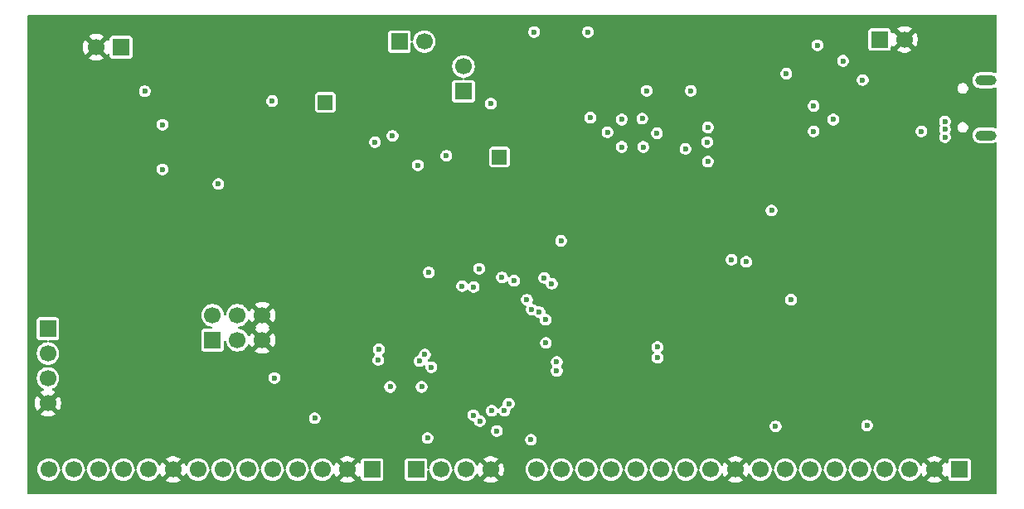
<source format=gbr>
%TF.GenerationSoftware,KiCad,Pcbnew,9.0.6*%
%TF.CreationDate,2025-12-08T21:22:16+01:00*%
%TF.ProjectId,AUPWSW,41555057-5357-42e6-9b69-6361645f7063,rev?*%
%TF.SameCoordinates,Original*%
%TF.FileFunction,Copper,L2,Inr*%
%TF.FilePolarity,Positive*%
%FSLAX46Y46*%
G04 Gerber Fmt 4.6, Leading zero omitted, Abs format (unit mm)*
G04 Created by KiCad (PCBNEW 9.0.6) date 2025-12-08 21:22:16*
%MOMM*%
%LPD*%
G01*
G04 APERTURE LIST*
%TA.AperFunction,ComponentPad*%
%ADD10R,1.700000X1.700000*%
%TD*%
%TA.AperFunction,ComponentPad*%
%ADD11C,1.700000*%
%TD*%
%TA.AperFunction,HeatsinkPad*%
%ADD12O,2.150000X1.050000*%
%TD*%
%TA.AperFunction,ComponentPad*%
%ADD13R,1.500000X1.500000*%
%TD*%
%TA.AperFunction,ViaPad*%
%ADD14C,0.600000*%
%TD*%
G04 APERTURE END LIST*
D10*
%TO.N,+3.3V*%
%TO.C,J9*%
X102600000Y-82590000D03*
D11*
%TO.N,UART_TX*%
X102600000Y-85130000D03*
%TO.N,UART_RX*%
X102600000Y-87670000D03*
%TO.N,GND*%
X102600000Y-90210000D03*
%TD*%
D12*
%TO.N,Net-(J7-Shield)*%
%TO.C,J7*%
X198375000Y-62825000D03*
X198375000Y-57175000D03*
%TD*%
D10*
%TO.N,+3.3V*%
%TO.C,J6*%
X140190000Y-97000000D03*
D11*
%TO.N,SWDIO*%
X142730000Y-97000000D03*
%TO.N,SWCLK*%
X145270000Y-97000000D03*
%TO.N,GND*%
X147810000Y-97000000D03*
%TD*%
D13*
%TO.N,INadc*%
%TO.C,TP1*%
X148717000Y-65024000D03*
%TD*%
D10*
%TO.N,VBUS*%
%TO.C,J3*%
X187525000Y-53000000D03*
D11*
%TO.N,GND*%
X190065000Y-53000000D03*
%TD*%
D13*
%TO.N,Vref*%
%TO.C,TP2*%
X130937000Y-59436000D03*
%TD*%
D10*
%TO.N,+3.3VA*%
%TO.C,J8*%
X110075000Y-53800000D03*
D11*
%TO.N,GND*%
X107535000Y-53800000D03*
%TD*%
D10*
%TO.N,IN+*%
%TO.C,J1*%
X138500000Y-53212500D03*
D11*
%TO.N,IN-*%
X141040000Y-53212500D03*
%TD*%
D10*
%TO.N,+3.3V*%
%TO.C,J10*%
X195680000Y-97000000D03*
D11*
%TO.N,GND*%
X193140000Y-97000000D03*
%TO.N,PA5*%
X190600000Y-97000000D03*
%TO.N,PA4*%
X188060000Y-97000000D03*
%TO.N,PA3*%
X185520000Y-97000000D03*
%TO.N,PA2*%
X182980000Y-97000000D03*
%TO.N,PA1*%
X180440000Y-97000000D03*
%TO.N,PA0*%
X177900000Y-97000000D03*
%TO.N,+3.3V*%
X175360000Y-97000000D03*
%TO.N,GND*%
X172820000Y-97000000D03*
%TO.N,PB9*%
X170280000Y-97000000D03*
%TO.N,PB8*%
X167740000Y-97000000D03*
%TO.N,PB7*%
X165200000Y-97000000D03*
%TO.N,PB6*%
X162660000Y-97000000D03*
%TO.N,PB5*%
X160120000Y-97000000D03*
%TO.N,PB4*%
X157580000Y-97000000D03*
%TO.N,PB3*%
X155040000Y-97000000D03*
%TO.N,PA15*%
X152500000Y-97000000D03*
%TD*%
D10*
%TO.N,+3.3V*%
%TO.C,J4*%
X135700000Y-97000000D03*
D11*
%TO.N,GND*%
X133160000Y-97000000D03*
%TO.N,PA6*%
X130620000Y-97000000D03*
%TO.N,PA7*%
X128080000Y-97000000D03*
%TO.N,PB1*%
X125540000Y-97000000D03*
%TO.N,PB10*%
X123000000Y-97000000D03*
%TO.N,PB11*%
X120460000Y-97000000D03*
%TO.N,+3.3V*%
X117920000Y-97000000D03*
%TO.N,GND*%
X115380000Y-97000000D03*
%TO.N,PA8*%
X112840000Y-97000000D03*
%TO.N,PB15*%
X110300000Y-97000000D03*
%TO.N,PB14*%
X107760000Y-97000000D03*
%TO.N,PB13*%
X105220000Y-97000000D03*
%TO.N,PB12*%
X102680000Y-97000000D03*
%TD*%
D10*
%TO.N,+3.3V*%
%TO.C,J5*%
X119420000Y-83770000D03*
D11*
X119420000Y-81230000D03*
%TO.N,Net-(J5-Pin_3)*%
X121960000Y-83770000D03*
%TO.N,Net-(J5-Pin_4)*%
X121960000Y-81230000D03*
%TO.N,GND*%
X124500000Y-83770000D03*
X124500000Y-81230000D03*
%TD*%
D10*
%TO.N,IN-*%
%TO.C,J2*%
X145034000Y-58293000D03*
D11*
%TO.N,Net-(J2-Pin_2)*%
X145034000Y-55753000D03*
%TD*%
D14*
%TO.N,GND*%
X187800000Y-69800000D03*
X148209000Y-86868000D03*
X153162000Y-89027000D03*
X151500000Y-69000000D03*
X133000000Y-78400000D03*
X164723000Y-83000000D03*
X151200000Y-62000000D03*
X132000000Y-74000000D03*
X114600000Y-52000000D03*
X198500000Y-52000000D03*
X115443000Y-86360000D03*
X149930800Y-93956000D03*
X192800000Y-74800000D03*
X102200000Y-72600000D03*
X194750000Y-66000000D03*
X192800000Y-84800000D03*
X193800000Y-52000000D03*
X137782250Y-90208050D03*
X151500000Y-71500000D03*
X176022000Y-94234000D03*
X168148000Y-81788000D03*
X164723000Y-86500000D03*
X142000000Y-74000000D03*
X156000000Y-70000000D03*
X138000000Y-78400000D03*
X136500000Y-66000000D03*
X102200000Y-57600000D03*
X107200000Y-77600000D03*
X168148000Y-88392000D03*
X172900000Y-68700000D03*
X102200000Y-77600000D03*
X187800000Y-74800000D03*
X112400000Y-82800000D03*
X171450000Y-91694000D03*
X185800000Y-66562500D03*
X194250000Y-59400000D03*
X143002000Y-80518000D03*
X197800000Y-74800000D03*
X150000000Y-52000000D03*
X132000000Y-61800000D03*
X133477000Y-90551000D03*
X168750000Y-52750000D03*
X144996500Y-75335000D03*
X147447000Y-82931000D03*
X184400000Y-52000000D03*
X197800000Y-84800000D03*
X156500000Y-64500000D03*
X144200000Y-52000000D03*
X192800000Y-89800000D03*
X147000000Y-66500000D03*
X106500000Y-72797500D03*
X197800000Y-79800000D03*
X137552250Y-86545050D03*
X107200000Y-82800000D03*
X194250000Y-58750000D03*
X134200000Y-52000000D03*
X189250000Y-84500000D03*
X167700000Y-73700000D03*
X156464000Y-92964000D03*
X194250000Y-58000000D03*
X177400000Y-71700000D03*
X197800000Y-69800000D03*
X136000000Y-58500000D03*
X102200000Y-62600000D03*
X163250000Y-52750000D03*
X132000000Y-69000000D03*
X192800000Y-69800000D03*
X173200000Y-52000000D03*
X102200000Y-52600000D03*
X197800000Y-89800000D03*
X156270000Y-88470000D03*
X112400000Y-77600000D03*
X161000000Y-70000000D03*
X147000000Y-62000000D03*
X149733000Y-85344000D03*
X183600000Y-69550000D03*
X192800000Y-79800000D03*
X156500000Y-83000000D03*
X145923000Y-84201000D03*
X173220000Y-55220000D03*
X149987000Y-82423000D03*
X155000000Y-66000000D03*
X132000000Y-56800000D03*
X107315000Y-86487000D03*
X191700000Y-58200000D03*
X128800000Y-52000000D03*
X111500000Y-72797500D03*
X102200000Y-67600000D03*
X175768000Y-89662000D03*
X118000000Y-67797500D03*
%TO.N,VBUS*%
X180800000Y-59800000D03*
X194200000Y-63000000D03*
X183800000Y-55200000D03*
X191800000Y-62400000D03*
X182800000Y-61200000D03*
X185800000Y-57162500D03*
X194200000Y-62200000D03*
X194200000Y-61400000D03*
X180800000Y-62400000D03*
X181200000Y-53600000D03*
%TO.N,+3.3V*%
X176500000Y-70500000D03*
X170000000Y-65500000D03*
X137552250Y-88545050D03*
X163300000Y-61100000D03*
X178482000Y-79614000D03*
X167700000Y-64200000D03*
X163400000Y-64000000D03*
X141496500Y-76835000D03*
X178000000Y-56500000D03*
X164800000Y-62600000D03*
X169926000Y-63500000D03*
X163750000Y-58250000D03*
X168250000Y-58250000D03*
X186250000Y-92500000D03*
X151930800Y-93956000D03*
X170000000Y-62000000D03*
%TO.N,RESET*%
X176911000Y-92583000D03*
X153447750Y-84042250D03*
%TO.N,+3.3VA*%
X143292500Y-64897000D03*
X125500000Y-59297500D03*
X140374000Y-65874000D03*
X120000000Y-67797500D03*
X158000000Y-61000000D03*
X157750000Y-52250000D03*
X159750000Y-62500000D03*
X152250000Y-52250000D03*
X155000000Y-73600000D03*
X112500000Y-58297500D03*
X136000000Y-63500000D03*
X161200000Y-61200000D03*
X161200000Y-64000000D03*
%TO.N,UART_TX*%
X136398000Y-84700000D03*
%TO.N,UART_RX*%
X136334500Y-85788500D03*
%TO.N,Vref*%
X137795000Y-62865000D03*
X147828000Y-59563000D03*
%TO.N,SWDIO*%
X140766800Y-88544400D03*
X141757400Y-86537800D03*
%TO.N,BOOT0*%
X129857500Y-91757500D03*
X125730000Y-87630000D03*
X147929600Y-90982800D03*
X141376400Y-93776800D03*
%TO.N,Net-(U3-PC14)*%
X164850000Y-85550000D03*
X154559000Y-86918800D03*
%TO.N,Net-(U3-PC15)*%
X164846000Y-84480400D03*
X154559000Y-85998661D03*
%TO.N,Net-(U3-PA11)*%
X141097000Y-85249000D03*
X173904300Y-75758700D03*
%TO.N,Net-(U3-PA12)*%
X172415200Y-75539600D03*
X140563600Y-85902800D03*
%TO.N,Net-(U4A--)*%
X114300000Y-61722000D03*
X114300000Y-66294000D03*
%TO.N,PA5*%
X153289000Y-77399000D03*
%TO.N,PA0*%
X153416000Y-81661000D03*
%TO.N,PA6*%
X150197735Y-77680735D03*
%TO.N,PA2*%
X152019000Y-80645000D03*
%TO.N,PB10*%
X146075000Y-78334000D03*
%TO.N,PB11*%
X144907000Y-78232000D03*
%TO.N,PA4*%
X154051000Y-78000000D03*
%TO.N,PB8*%
X149212234Y-90984993D03*
%TO.N,PB6*%
X146710400Y-92049600D03*
%TO.N,PB7*%
X148437600Y-93065600D03*
%TO.N,PA7*%
X148971000Y-77343000D03*
%TO.N,PB9*%
X149656800Y-90271600D03*
%TO.N,PA1*%
X152781000Y-80899000D03*
%TO.N,PB1*%
X146650000Y-76454000D03*
%TO.N,PA3*%
X151511000Y-79629000D03*
%TO.N,PB5*%
X146050000Y-91440000D03*
%TD*%
%TA.AperFunction,Conductor*%
%TO.N,GND*%
G36*
X124034075Y-81422993D02*
G01*
X124099901Y-81537007D01*
X124192993Y-81630099D01*
X124307007Y-81695925D01*
X124370591Y-81712962D01*
X123769971Y-82313581D01*
X123848711Y-82430895D01*
X123849920Y-82434729D01*
X123852844Y-82437491D01*
X123860343Y-82467778D01*
X123869727Y-82497529D01*
X123868671Y-82501408D01*
X123869638Y-82505312D01*
X123859573Y-82534844D01*
X123851383Y-82564947D01*
X123848397Y-82567640D01*
X123847100Y-82571447D01*
X123802051Y-82610483D01*
X123792440Y-82615380D01*
X123738282Y-82654727D01*
X123738282Y-82654728D01*
X124370591Y-83287037D01*
X124307007Y-83304075D01*
X124192993Y-83369901D01*
X124099901Y-83462993D01*
X124034075Y-83577007D01*
X124017037Y-83640591D01*
X123384728Y-83008282D01*
X123384727Y-83008282D01*
X123345380Y-83062439D01*
X123248905Y-83251781D01*
X123239506Y-83280708D01*
X123200068Y-83338383D01*
X123135709Y-83365581D01*
X123066862Y-83353666D01*
X123015387Y-83306421D01*
X123011090Y-83298684D01*
X122987191Y-83251781D01*
X122943996Y-83167006D01*
X122930396Y-83148287D01*
X122837558Y-83020505D01*
X122837554Y-83020500D01*
X122709499Y-82892445D01*
X122709494Y-82892441D01*
X122562997Y-82786006D01*
X122562996Y-82786005D01*
X122562994Y-82786004D01*
X122486906Y-82747235D01*
X122401639Y-82703788D01*
X122401636Y-82703787D01*
X122229410Y-82647829D01*
X122069321Y-82622473D01*
X122006186Y-82592544D01*
X121969255Y-82533232D01*
X121970253Y-82463370D01*
X122008863Y-82405137D01*
X122069321Y-82377527D01*
X122139425Y-82366422D01*
X122229409Y-82352171D01*
X122401639Y-82296211D01*
X122562994Y-82213996D01*
X122662752Y-82141518D01*
X122709495Y-82107558D01*
X122709497Y-82107555D01*
X122709501Y-82107553D01*
X122837553Y-81979501D01*
X122943996Y-81832994D01*
X123011090Y-81701314D01*
X123059065Y-81650519D01*
X123126886Y-81633724D01*
X123193021Y-81656262D01*
X123236472Y-81710977D01*
X123239506Y-81719292D01*
X123248904Y-81748217D01*
X123345375Y-81937550D01*
X123384728Y-81991716D01*
X124017037Y-81359408D01*
X124034075Y-81422993D01*
G37*
%TD.AperFunction*%
%TA.AperFunction,Conductor*%
G36*
X199442539Y-50520185D02*
G01*
X199488294Y-50572989D01*
X199499500Y-50624500D01*
X199499500Y-56334641D01*
X199479815Y-56401680D01*
X199427011Y-56447435D01*
X199357853Y-56457379D01*
X199321749Y-56445543D01*
X199321650Y-56445783D01*
X199318497Y-56444477D01*
X199317057Y-56444005D01*
X199316021Y-56443451D01*
X199165793Y-56381225D01*
X199165783Y-56381222D01*
X199006307Y-56349500D01*
X199006305Y-56349500D01*
X197743695Y-56349500D01*
X197743693Y-56349500D01*
X197584216Y-56381222D01*
X197584206Y-56381225D01*
X197433980Y-56443450D01*
X197433976Y-56443452D01*
X197298779Y-56533788D01*
X197298771Y-56533794D01*
X197183794Y-56648771D01*
X197183788Y-56648779D01*
X197093452Y-56783976D01*
X197093450Y-56783980D01*
X197031225Y-56934206D01*
X197031222Y-56934216D01*
X196999500Y-57093692D01*
X196999500Y-57093695D01*
X196999500Y-57256305D01*
X196999500Y-57256307D01*
X196999499Y-57256307D01*
X197031222Y-57415783D01*
X197031225Y-57415793D01*
X197093450Y-57566019D01*
X197093452Y-57566023D01*
X197183788Y-57701220D01*
X197183794Y-57701228D01*
X197298771Y-57816205D01*
X197298779Y-57816211D01*
X197433976Y-57906547D01*
X197433980Y-57906549D01*
X197584206Y-57968774D01*
X197584211Y-57968776D01*
X197584215Y-57968776D01*
X197584216Y-57968777D01*
X197743692Y-58000500D01*
X197743695Y-58000500D01*
X199006307Y-58000500D01*
X199144252Y-57973060D01*
X199165789Y-57968776D01*
X199316021Y-57906548D01*
X199316026Y-57906544D01*
X199317044Y-57906001D01*
X199317645Y-57905875D01*
X199321650Y-57904217D01*
X199321964Y-57904976D01*
X199385447Y-57891758D01*
X199450691Y-57916756D01*
X199492063Y-57973060D01*
X199499500Y-58015358D01*
X199499500Y-61984641D01*
X199479815Y-62051680D01*
X199427011Y-62097435D01*
X199357853Y-62107379D01*
X199321749Y-62095543D01*
X199321650Y-62095783D01*
X199318497Y-62094477D01*
X199317057Y-62094005D01*
X199316021Y-62093451D01*
X199165793Y-62031225D01*
X199165783Y-62031222D01*
X199006307Y-61999500D01*
X199006305Y-61999500D01*
X197743695Y-61999500D01*
X197743693Y-61999500D01*
X197584216Y-62031222D01*
X197584206Y-62031225D01*
X197433980Y-62093450D01*
X197433976Y-62093452D01*
X197298779Y-62183788D01*
X197298771Y-62183794D01*
X197183794Y-62298771D01*
X197183788Y-62298779D01*
X197093452Y-62433976D01*
X197093450Y-62433980D01*
X197031225Y-62584206D01*
X197031222Y-62584216D01*
X196999500Y-62743692D01*
X196999500Y-62743695D01*
X196999500Y-62906305D01*
X196999500Y-62906307D01*
X196999499Y-62906307D01*
X197031222Y-63065783D01*
X197031225Y-63065793D01*
X197093450Y-63216019D01*
X197093452Y-63216023D01*
X197183788Y-63351220D01*
X197183794Y-63351228D01*
X197298771Y-63466205D01*
X197298779Y-63466211D01*
X197433976Y-63556547D01*
X197433980Y-63556549D01*
X197584206Y-63618774D01*
X197584211Y-63618776D01*
X197584215Y-63618776D01*
X197584216Y-63618777D01*
X197743692Y-63650500D01*
X197743695Y-63650500D01*
X199006307Y-63650500D01*
X199144252Y-63623060D01*
X199165789Y-63618776D01*
X199291377Y-63566756D01*
X199316014Y-63556551D01*
X199316014Y-63556550D01*
X199316021Y-63556548D01*
X199316026Y-63556544D01*
X199317044Y-63556001D01*
X199317645Y-63555875D01*
X199321650Y-63554217D01*
X199321964Y-63554976D01*
X199385447Y-63541758D01*
X199450691Y-63566756D01*
X199492063Y-63623060D01*
X199499500Y-63665358D01*
X199499500Y-99375500D01*
X199479815Y-99442539D01*
X199427011Y-99488294D01*
X199375500Y-99499500D01*
X100624500Y-99499500D01*
X100557461Y-99479815D01*
X100511706Y-99427011D01*
X100500500Y-99375500D01*
X100500500Y-96909448D01*
X101529500Y-96909448D01*
X101529500Y-97090551D01*
X101557829Y-97269410D01*
X101613787Y-97441636D01*
X101613788Y-97441639D01*
X101696006Y-97602997D01*
X101802441Y-97749494D01*
X101802445Y-97749499D01*
X101930500Y-97877554D01*
X101930505Y-97877558D01*
X102054565Y-97967692D01*
X102077006Y-97983996D01*
X102153094Y-98022765D01*
X102238360Y-98066211D01*
X102238363Y-98066212D01*
X102324476Y-98094191D01*
X102410591Y-98122171D01*
X102493429Y-98135291D01*
X102589449Y-98150500D01*
X102589454Y-98150500D01*
X102770551Y-98150500D01*
X102857259Y-98136765D01*
X102949409Y-98122171D01*
X103121639Y-98066211D01*
X103282994Y-97983996D01*
X103429501Y-97877553D01*
X103557553Y-97749501D01*
X103663996Y-97602994D01*
X103746211Y-97441639D01*
X103802171Y-97269409D01*
X103816422Y-97179425D01*
X103827527Y-97109321D01*
X103857456Y-97046186D01*
X103916768Y-97009255D01*
X103986630Y-97010253D01*
X104044863Y-97048863D01*
X104072473Y-97109321D01*
X104097829Y-97269410D01*
X104153787Y-97441636D01*
X104153788Y-97441639D01*
X104236006Y-97602997D01*
X104342441Y-97749494D01*
X104342445Y-97749499D01*
X104470500Y-97877554D01*
X104470505Y-97877558D01*
X104594565Y-97967692D01*
X104617006Y-97983996D01*
X104693094Y-98022765D01*
X104778360Y-98066211D01*
X104778363Y-98066212D01*
X104864476Y-98094191D01*
X104950591Y-98122171D01*
X105033429Y-98135291D01*
X105129449Y-98150500D01*
X105129454Y-98150500D01*
X105310551Y-98150500D01*
X105397259Y-98136765D01*
X105489409Y-98122171D01*
X105661639Y-98066211D01*
X105822994Y-97983996D01*
X105969501Y-97877553D01*
X106097553Y-97749501D01*
X106203996Y-97602994D01*
X106286211Y-97441639D01*
X106342171Y-97269409D01*
X106356422Y-97179425D01*
X106367527Y-97109321D01*
X106397456Y-97046186D01*
X106456768Y-97009255D01*
X106526630Y-97010253D01*
X106584863Y-97048863D01*
X106612473Y-97109321D01*
X106637829Y-97269410D01*
X106693787Y-97441636D01*
X106693788Y-97441639D01*
X106776006Y-97602997D01*
X106882441Y-97749494D01*
X106882445Y-97749499D01*
X107010500Y-97877554D01*
X107010505Y-97877558D01*
X107134565Y-97967692D01*
X107157006Y-97983996D01*
X107233094Y-98022765D01*
X107318360Y-98066211D01*
X107318363Y-98066212D01*
X107404476Y-98094191D01*
X107490591Y-98122171D01*
X107573429Y-98135291D01*
X107669449Y-98150500D01*
X107669454Y-98150500D01*
X107850551Y-98150500D01*
X107937259Y-98136765D01*
X108029409Y-98122171D01*
X108201639Y-98066211D01*
X108362994Y-97983996D01*
X108509501Y-97877553D01*
X108637553Y-97749501D01*
X108743996Y-97602994D01*
X108826211Y-97441639D01*
X108882171Y-97269409D01*
X108896422Y-97179425D01*
X108907527Y-97109321D01*
X108937456Y-97046186D01*
X108996768Y-97009255D01*
X109066630Y-97010253D01*
X109124863Y-97048863D01*
X109152473Y-97109321D01*
X109177829Y-97269410D01*
X109233787Y-97441636D01*
X109233788Y-97441639D01*
X109316006Y-97602997D01*
X109422441Y-97749494D01*
X109422445Y-97749499D01*
X109550500Y-97877554D01*
X109550505Y-97877558D01*
X109674565Y-97967692D01*
X109697006Y-97983996D01*
X109773094Y-98022765D01*
X109858360Y-98066211D01*
X109858363Y-98066212D01*
X109944476Y-98094191D01*
X110030591Y-98122171D01*
X110113429Y-98135291D01*
X110209449Y-98150500D01*
X110209454Y-98150500D01*
X110390551Y-98150500D01*
X110477259Y-98136765D01*
X110569409Y-98122171D01*
X110741639Y-98066211D01*
X110902994Y-97983996D01*
X111049501Y-97877553D01*
X111177553Y-97749501D01*
X111283996Y-97602994D01*
X111366211Y-97441639D01*
X111422171Y-97269409D01*
X111436422Y-97179425D01*
X111447527Y-97109321D01*
X111477456Y-97046186D01*
X111536768Y-97009255D01*
X111606630Y-97010253D01*
X111664863Y-97048863D01*
X111692473Y-97109321D01*
X111717829Y-97269410D01*
X111773787Y-97441636D01*
X111773788Y-97441639D01*
X111856006Y-97602997D01*
X111962441Y-97749494D01*
X111962445Y-97749499D01*
X112090500Y-97877554D01*
X112090505Y-97877558D01*
X112214565Y-97967692D01*
X112237006Y-97983996D01*
X112313094Y-98022765D01*
X112398360Y-98066211D01*
X112398363Y-98066212D01*
X112484476Y-98094191D01*
X112570591Y-98122171D01*
X112653429Y-98135291D01*
X112749449Y-98150500D01*
X112749454Y-98150500D01*
X112930551Y-98150500D01*
X113017259Y-98136765D01*
X113109409Y-98122171D01*
X113281639Y-98066211D01*
X113442994Y-97983996D01*
X113565669Y-97894868D01*
X113589495Y-97877558D01*
X113589497Y-97877555D01*
X113589501Y-97877553D01*
X113717553Y-97749501D01*
X113823996Y-97602994D01*
X113891090Y-97471314D01*
X113939065Y-97420519D01*
X114006886Y-97403724D01*
X114073021Y-97426262D01*
X114116472Y-97480977D01*
X114119506Y-97489292D01*
X114128904Y-97518217D01*
X114225375Y-97707550D01*
X114264728Y-97761716D01*
X114897037Y-97129408D01*
X114914075Y-97192993D01*
X114979901Y-97307007D01*
X115072993Y-97400099D01*
X115187007Y-97465925D01*
X115250590Y-97482962D01*
X114618282Y-98115269D01*
X114618282Y-98115270D01*
X114672449Y-98154624D01*
X114861782Y-98251095D01*
X115063870Y-98316757D01*
X115273754Y-98350000D01*
X115486246Y-98350000D01*
X115696127Y-98316757D01*
X115696130Y-98316757D01*
X115898217Y-98251095D01*
X116087554Y-98154622D01*
X116141716Y-98115270D01*
X116141717Y-98115270D01*
X115509408Y-97482962D01*
X115572993Y-97465925D01*
X115687007Y-97400099D01*
X115780099Y-97307007D01*
X115845925Y-97192993D01*
X115862962Y-97129409D01*
X116495270Y-97761717D01*
X116495270Y-97761716D01*
X116534622Y-97707554D01*
X116631095Y-97518217D01*
X116640492Y-97489295D01*
X116679928Y-97431618D01*
X116744286Y-97404419D01*
X116813133Y-97416331D01*
X116864610Y-97463574D01*
X116868908Y-97471314D01*
X116936004Y-97602995D01*
X117042441Y-97749494D01*
X117042445Y-97749499D01*
X117170500Y-97877554D01*
X117170505Y-97877558D01*
X117294565Y-97967692D01*
X117317006Y-97983996D01*
X117393094Y-98022765D01*
X117478360Y-98066211D01*
X117478363Y-98066212D01*
X117564476Y-98094191D01*
X117650591Y-98122171D01*
X117733429Y-98135291D01*
X117829449Y-98150500D01*
X117829454Y-98150500D01*
X118010551Y-98150500D01*
X118097259Y-98136765D01*
X118189409Y-98122171D01*
X118361639Y-98066211D01*
X118522994Y-97983996D01*
X118669501Y-97877553D01*
X118797553Y-97749501D01*
X118903996Y-97602994D01*
X118986211Y-97441639D01*
X119042171Y-97269409D01*
X119056422Y-97179425D01*
X119067527Y-97109321D01*
X119097456Y-97046186D01*
X119156768Y-97009255D01*
X119226630Y-97010253D01*
X119284863Y-97048863D01*
X119312473Y-97109321D01*
X119337829Y-97269410D01*
X119393787Y-97441636D01*
X119393788Y-97441639D01*
X119476006Y-97602997D01*
X119582441Y-97749494D01*
X119582445Y-97749499D01*
X119710500Y-97877554D01*
X119710505Y-97877558D01*
X119834565Y-97967692D01*
X119857006Y-97983996D01*
X119933094Y-98022765D01*
X120018360Y-98066211D01*
X120018363Y-98066212D01*
X120104476Y-98094191D01*
X120190591Y-98122171D01*
X120273429Y-98135291D01*
X120369449Y-98150500D01*
X120369454Y-98150500D01*
X120550551Y-98150500D01*
X120637259Y-98136765D01*
X120729409Y-98122171D01*
X120901639Y-98066211D01*
X121062994Y-97983996D01*
X121209501Y-97877553D01*
X121337553Y-97749501D01*
X121443996Y-97602994D01*
X121526211Y-97441639D01*
X121582171Y-97269409D01*
X121596422Y-97179425D01*
X121607527Y-97109321D01*
X121637456Y-97046186D01*
X121696768Y-97009255D01*
X121766630Y-97010253D01*
X121824863Y-97048863D01*
X121852473Y-97109321D01*
X121877829Y-97269410D01*
X121933787Y-97441636D01*
X121933788Y-97441639D01*
X122016006Y-97602997D01*
X122122441Y-97749494D01*
X122122445Y-97749499D01*
X122250500Y-97877554D01*
X122250505Y-97877558D01*
X122374565Y-97967692D01*
X122397006Y-97983996D01*
X122473094Y-98022765D01*
X122558360Y-98066211D01*
X122558363Y-98066212D01*
X122644476Y-98094191D01*
X122730591Y-98122171D01*
X122813429Y-98135291D01*
X122909449Y-98150500D01*
X122909454Y-98150500D01*
X123090551Y-98150500D01*
X123177259Y-98136765D01*
X123269409Y-98122171D01*
X123441639Y-98066211D01*
X123602994Y-97983996D01*
X123749501Y-97877553D01*
X123877553Y-97749501D01*
X123983996Y-97602994D01*
X124066211Y-97441639D01*
X124122171Y-97269409D01*
X124136422Y-97179425D01*
X124147527Y-97109321D01*
X124177456Y-97046186D01*
X124236768Y-97009255D01*
X124306630Y-97010253D01*
X124364863Y-97048863D01*
X124392473Y-97109321D01*
X124417829Y-97269410D01*
X124473787Y-97441636D01*
X124473788Y-97441639D01*
X124556006Y-97602997D01*
X124662441Y-97749494D01*
X124662445Y-97749499D01*
X124790500Y-97877554D01*
X124790505Y-97877558D01*
X124914565Y-97967692D01*
X124937006Y-97983996D01*
X125013094Y-98022765D01*
X125098360Y-98066211D01*
X125098363Y-98066212D01*
X125184476Y-98094191D01*
X125270591Y-98122171D01*
X125353429Y-98135291D01*
X125449449Y-98150500D01*
X125449454Y-98150500D01*
X125630551Y-98150500D01*
X125717259Y-98136765D01*
X125809409Y-98122171D01*
X125981639Y-98066211D01*
X126142994Y-97983996D01*
X126289501Y-97877553D01*
X126417553Y-97749501D01*
X126523996Y-97602994D01*
X126606211Y-97441639D01*
X126662171Y-97269409D01*
X126676422Y-97179425D01*
X126687527Y-97109321D01*
X126717456Y-97046186D01*
X126776768Y-97009255D01*
X126846630Y-97010253D01*
X126904863Y-97048863D01*
X126932473Y-97109321D01*
X126957829Y-97269410D01*
X127013787Y-97441636D01*
X127013788Y-97441639D01*
X127096006Y-97602997D01*
X127202441Y-97749494D01*
X127202445Y-97749499D01*
X127330500Y-97877554D01*
X127330505Y-97877558D01*
X127454565Y-97967692D01*
X127477006Y-97983996D01*
X127553094Y-98022765D01*
X127638360Y-98066211D01*
X127638363Y-98066212D01*
X127724476Y-98094191D01*
X127810591Y-98122171D01*
X127893429Y-98135291D01*
X127989449Y-98150500D01*
X127989454Y-98150500D01*
X128170551Y-98150500D01*
X128257259Y-98136765D01*
X128349409Y-98122171D01*
X128521639Y-98066211D01*
X128682994Y-97983996D01*
X128829501Y-97877553D01*
X128957553Y-97749501D01*
X129063996Y-97602994D01*
X129146211Y-97441639D01*
X129202171Y-97269409D01*
X129216422Y-97179425D01*
X129227527Y-97109321D01*
X129257456Y-97046186D01*
X129316768Y-97009255D01*
X129386630Y-97010253D01*
X129444863Y-97048863D01*
X129472473Y-97109321D01*
X129497829Y-97269410D01*
X129553787Y-97441636D01*
X129553788Y-97441639D01*
X129636006Y-97602997D01*
X129742441Y-97749494D01*
X129742445Y-97749499D01*
X129870500Y-97877554D01*
X129870505Y-97877558D01*
X129994565Y-97967692D01*
X130017006Y-97983996D01*
X130093094Y-98022765D01*
X130178360Y-98066211D01*
X130178363Y-98066212D01*
X130264476Y-98094191D01*
X130350591Y-98122171D01*
X130433429Y-98135291D01*
X130529449Y-98150500D01*
X130529454Y-98150500D01*
X130710551Y-98150500D01*
X130797259Y-98136765D01*
X130889409Y-98122171D01*
X131061639Y-98066211D01*
X131222994Y-97983996D01*
X131345669Y-97894868D01*
X131369495Y-97877558D01*
X131369497Y-97877555D01*
X131369501Y-97877553D01*
X131497553Y-97749501D01*
X131603996Y-97602994D01*
X131671090Y-97471314D01*
X131719065Y-97420519D01*
X131786886Y-97403724D01*
X131853021Y-97426262D01*
X131896472Y-97480977D01*
X131899506Y-97489292D01*
X131908904Y-97518217D01*
X132005375Y-97707550D01*
X132044728Y-97761716D01*
X132677037Y-97129408D01*
X132694075Y-97192993D01*
X132759901Y-97307007D01*
X132852993Y-97400099D01*
X132967007Y-97465925D01*
X133030590Y-97482962D01*
X132398282Y-98115269D01*
X132398282Y-98115270D01*
X132452449Y-98154624D01*
X132641782Y-98251095D01*
X132843870Y-98316757D01*
X133053754Y-98350000D01*
X133266246Y-98350000D01*
X133476127Y-98316757D01*
X133476130Y-98316757D01*
X133678217Y-98251095D01*
X133867554Y-98154622D01*
X133921716Y-98115270D01*
X133921717Y-98115270D01*
X133289408Y-97482962D01*
X133352993Y-97465925D01*
X133467007Y-97400099D01*
X133560099Y-97307007D01*
X133625925Y-97192993D01*
X133642962Y-97129408D01*
X134275270Y-97761717D01*
X134275270Y-97761716D01*
X134314621Y-97707555D01*
X134315005Y-97706803D01*
X134315229Y-97706564D01*
X134317168Y-97703402D01*
X134317831Y-97703808D01*
X134362970Y-97655998D01*
X134430787Y-97639190D01*
X134496927Y-97661715D01*
X134540388Y-97716422D01*
X134549500Y-97763076D01*
X134549500Y-97894855D01*
X134549502Y-97894882D01*
X134552413Y-97919987D01*
X134552415Y-97919991D01*
X134597793Y-98022764D01*
X134597794Y-98022765D01*
X134677235Y-98102206D01*
X134780009Y-98147585D01*
X134805135Y-98150500D01*
X136594864Y-98150499D01*
X136594879Y-98150497D01*
X136594882Y-98150497D01*
X136619987Y-98147586D01*
X136619988Y-98147585D01*
X136619991Y-98147585D01*
X136722765Y-98102206D01*
X136802206Y-98022765D01*
X136847585Y-97919991D01*
X136850500Y-97894865D01*
X136850499Y-96105136D01*
X136850499Y-96105135D01*
X136850499Y-96105131D01*
X139039500Y-96105131D01*
X139039500Y-97894856D01*
X139039502Y-97894882D01*
X139042413Y-97919987D01*
X139042415Y-97919991D01*
X139087793Y-98022764D01*
X139087794Y-98022765D01*
X139167235Y-98102206D01*
X139270009Y-98147585D01*
X139295135Y-98150500D01*
X141084864Y-98150499D01*
X141084879Y-98150497D01*
X141084882Y-98150497D01*
X141109987Y-98147586D01*
X141109988Y-98147585D01*
X141109991Y-98147585D01*
X141212765Y-98102206D01*
X141292206Y-98022765D01*
X141337585Y-97919991D01*
X141340500Y-97894865D01*
X141340499Y-97157125D01*
X141360183Y-97090089D01*
X141412987Y-97044334D01*
X141482146Y-97034390D01*
X141545702Y-97063415D01*
X141583476Y-97122193D01*
X141586972Y-97137729D01*
X141607829Y-97269410D01*
X141663787Y-97441636D01*
X141663788Y-97441639D01*
X141746006Y-97602997D01*
X141852441Y-97749494D01*
X141852445Y-97749499D01*
X141980500Y-97877554D01*
X141980505Y-97877558D01*
X142104565Y-97967692D01*
X142127006Y-97983996D01*
X142203094Y-98022765D01*
X142288360Y-98066211D01*
X142288363Y-98066212D01*
X142374476Y-98094191D01*
X142460591Y-98122171D01*
X142543429Y-98135291D01*
X142639449Y-98150500D01*
X142639454Y-98150500D01*
X142820551Y-98150500D01*
X142907259Y-98136765D01*
X142999409Y-98122171D01*
X143171639Y-98066211D01*
X143332994Y-97983996D01*
X143479501Y-97877553D01*
X143607553Y-97749501D01*
X143713996Y-97602994D01*
X143796211Y-97441639D01*
X143852171Y-97269409D01*
X143866422Y-97179425D01*
X143877527Y-97109321D01*
X143907456Y-97046186D01*
X143966768Y-97009255D01*
X144036630Y-97010253D01*
X144094863Y-97048863D01*
X144122473Y-97109321D01*
X144147829Y-97269410D01*
X144203787Y-97441636D01*
X144203788Y-97441639D01*
X144286006Y-97602997D01*
X144392441Y-97749494D01*
X144392445Y-97749499D01*
X144520500Y-97877554D01*
X144520505Y-97877558D01*
X144644565Y-97967692D01*
X144667006Y-97983996D01*
X144743094Y-98022765D01*
X144828360Y-98066211D01*
X144828363Y-98066212D01*
X144914476Y-98094191D01*
X145000591Y-98122171D01*
X145083429Y-98135291D01*
X145179449Y-98150500D01*
X145179454Y-98150500D01*
X145360551Y-98150500D01*
X145447259Y-98136765D01*
X145539409Y-98122171D01*
X145711639Y-98066211D01*
X145872994Y-97983996D01*
X145995669Y-97894868D01*
X146019495Y-97877558D01*
X146019497Y-97877555D01*
X146019501Y-97877553D01*
X146147553Y-97749501D01*
X146253996Y-97602994D01*
X146321090Y-97471314D01*
X146369065Y-97420519D01*
X146436886Y-97403724D01*
X146503021Y-97426262D01*
X146546472Y-97480977D01*
X146549506Y-97489292D01*
X146558904Y-97518217D01*
X146655375Y-97707550D01*
X146694728Y-97761716D01*
X147327037Y-97129408D01*
X147344075Y-97192993D01*
X147409901Y-97307007D01*
X147502993Y-97400099D01*
X147617007Y-97465925D01*
X147680590Y-97482962D01*
X147048282Y-98115269D01*
X147048282Y-98115270D01*
X147102449Y-98154624D01*
X147291782Y-98251095D01*
X147493870Y-98316757D01*
X147703754Y-98350000D01*
X147916246Y-98350000D01*
X148126127Y-98316757D01*
X148126130Y-98316757D01*
X148328217Y-98251095D01*
X148517554Y-98154622D01*
X148571716Y-98115270D01*
X148571717Y-98115270D01*
X147939408Y-97482962D01*
X148002993Y-97465925D01*
X148117007Y-97400099D01*
X148210099Y-97307007D01*
X148275925Y-97192993D01*
X148292962Y-97129408D01*
X148925270Y-97761717D01*
X148925270Y-97761716D01*
X148964622Y-97707554D01*
X149061095Y-97518217D01*
X149126757Y-97316130D01*
X149126757Y-97316127D01*
X149160000Y-97106246D01*
X149160000Y-96909448D01*
X151349500Y-96909448D01*
X151349500Y-97090551D01*
X151377829Y-97269410D01*
X151433787Y-97441636D01*
X151433788Y-97441639D01*
X151516006Y-97602997D01*
X151622441Y-97749494D01*
X151622445Y-97749499D01*
X151750500Y-97877554D01*
X151750505Y-97877558D01*
X151874565Y-97967692D01*
X151897006Y-97983996D01*
X151973094Y-98022765D01*
X152058360Y-98066211D01*
X152058363Y-98066212D01*
X152144476Y-98094191D01*
X152230591Y-98122171D01*
X152313429Y-98135291D01*
X152409449Y-98150500D01*
X152409454Y-98150500D01*
X152590551Y-98150500D01*
X152677259Y-98136765D01*
X152769409Y-98122171D01*
X152941639Y-98066211D01*
X153102994Y-97983996D01*
X153249501Y-97877553D01*
X153377553Y-97749501D01*
X153483996Y-97602994D01*
X153566211Y-97441639D01*
X153622171Y-97269409D01*
X153636422Y-97179425D01*
X153647527Y-97109321D01*
X153677456Y-97046186D01*
X153736768Y-97009255D01*
X153806630Y-97010253D01*
X153864863Y-97048863D01*
X153892473Y-97109321D01*
X153917829Y-97269410D01*
X153973787Y-97441636D01*
X153973788Y-97441639D01*
X154056006Y-97602997D01*
X154162441Y-97749494D01*
X154162445Y-97749499D01*
X154290500Y-97877554D01*
X154290505Y-97877558D01*
X154414565Y-97967692D01*
X154437006Y-97983996D01*
X154513094Y-98022765D01*
X154598360Y-98066211D01*
X154598363Y-98066212D01*
X154684476Y-98094191D01*
X154770591Y-98122171D01*
X154853429Y-98135291D01*
X154949449Y-98150500D01*
X154949454Y-98150500D01*
X155130551Y-98150500D01*
X155217259Y-98136765D01*
X155309409Y-98122171D01*
X155481639Y-98066211D01*
X155642994Y-97983996D01*
X155789501Y-97877553D01*
X155917553Y-97749501D01*
X156023996Y-97602994D01*
X156106211Y-97441639D01*
X156162171Y-97269409D01*
X156176422Y-97179425D01*
X156187527Y-97109321D01*
X156217456Y-97046186D01*
X156276768Y-97009255D01*
X156346630Y-97010253D01*
X156404863Y-97048863D01*
X156432473Y-97109321D01*
X156457829Y-97269410D01*
X156513787Y-97441636D01*
X156513788Y-97441639D01*
X156596006Y-97602997D01*
X156702441Y-97749494D01*
X156702445Y-97749499D01*
X156830500Y-97877554D01*
X156830505Y-97877558D01*
X156954565Y-97967692D01*
X156977006Y-97983996D01*
X157053094Y-98022765D01*
X157138360Y-98066211D01*
X157138363Y-98066212D01*
X157224476Y-98094191D01*
X157310591Y-98122171D01*
X157393429Y-98135291D01*
X157489449Y-98150500D01*
X157489454Y-98150500D01*
X157670551Y-98150500D01*
X157757259Y-98136765D01*
X157849409Y-98122171D01*
X158021639Y-98066211D01*
X158182994Y-97983996D01*
X158329501Y-97877553D01*
X158457553Y-97749501D01*
X158563996Y-97602994D01*
X158646211Y-97441639D01*
X158702171Y-97269409D01*
X158716422Y-97179425D01*
X158727527Y-97109321D01*
X158757456Y-97046186D01*
X158816768Y-97009255D01*
X158886630Y-97010253D01*
X158944863Y-97048863D01*
X158972473Y-97109321D01*
X158997829Y-97269410D01*
X159053787Y-97441636D01*
X159053788Y-97441639D01*
X159136006Y-97602997D01*
X159242441Y-97749494D01*
X159242445Y-97749499D01*
X159370500Y-97877554D01*
X159370505Y-97877558D01*
X159494565Y-97967692D01*
X159517006Y-97983996D01*
X159593094Y-98022765D01*
X159678360Y-98066211D01*
X159678363Y-98066212D01*
X159764476Y-98094191D01*
X159850591Y-98122171D01*
X159933429Y-98135291D01*
X160029449Y-98150500D01*
X160029454Y-98150500D01*
X160210551Y-98150500D01*
X160297259Y-98136765D01*
X160389409Y-98122171D01*
X160561639Y-98066211D01*
X160722994Y-97983996D01*
X160869501Y-97877553D01*
X160997553Y-97749501D01*
X161103996Y-97602994D01*
X161186211Y-97441639D01*
X161242171Y-97269409D01*
X161256422Y-97179425D01*
X161267527Y-97109321D01*
X161297456Y-97046186D01*
X161356768Y-97009255D01*
X161426630Y-97010253D01*
X161484863Y-97048863D01*
X161512473Y-97109321D01*
X161537829Y-97269410D01*
X161593787Y-97441636D01*
X161593788Y-97441639D01*
X161676006Y-97602997D01*
X161782441Y-97749494D01*
X161782445Y-97749499D01*
X161910500Y-97877554D01*
X161910505Y-97877558D01*
X162034565Y-97967692D01*
X162057006Y-97983996D01*
X162133094Y-98022765D01*
X162218360Y-98066211D01*
X162218363Y-98066212D01*
X162304476Y-98094191D01*
X162390591Y-98122171D01*
X162473429Y-98135291D01*
X162569449Y-98150500D01*
X162569454Y-98150500D01*
X162750551Y-98150500D01*
X162837259Y-98136765D01*
X162929409Y-98122171D01*
X163101639Y-98066211D01*
X163262994Y-97983996D01*
X163409501Y-97877553D01*
X163537553Y-97749501D01*
X163643996Y-97602994D01*
X163726211Y-97441639D01*
X163782171Y-97269409D01*
X163796422Y-97179425D01*
X163807527Y-97109321D01*
X163837456Y-97046186D01*
X163896768Y-97009255D01*
X163966630Y-97010253D01*
X164024863Y-97048863D01*
X164052473Y-97109321D01*
X164077829Y-97269410D01*
X164133787Y-97441636D01*
X164133788Y-97441639D01*
X164216006Y-97602997D01*
X164322441Y-97749494D01*
X164322445Y-97749499D01*
X164450500Y-97877554D01*
X164450505Y-97877558D01*
X164574565Y-97967692D01*
X164597006Y-97983996D01*
X164673094Y-98022765D01*
X164758360Y-98066211D01*
X164758363Y-98066212D01*
X164844476Y-98094191D01*
X164930591Y-98122171D01*
X165013429Y-98135291D01*
X165109449Y-98150500D01*
X165109454Y-98150500D01*
X165290551Y-98150500D01*
X165377259Y-98136765D01*
X165469409Y-98122171D01*
X165641639Y-98066211D01*
X165802994Y-97983996D01*
X165949501Y-97877553D01*
X166077553Y-97749501D01*
X166183996Y-97602994D01*
X166266211Y-97441639D01*
X166322171Y-97269409D01*
X166336422Y-97179425D01*
X166347527Y-97109321D01*
X166377456Y-97046186D01*
X166436768Y-97009255D01*
X166506630Y-97010253D01*
X166564863Y-97048863D01*
X166592473Y-97109321D01*
X166617829Y-97269410D01*
X166673787Y-97441636D01*
X166673788Y-97441639D01*
X166756006Y-97602997D01*
X166862441Y-97749494D01*
X166862445Y-97749499D01*
X166990500Y-97877554D01*
X166990505Y-97877558D01*
X167114565Y-97967692D01*
X167137006Y-97983996D01*
X167213094Y-98022765D01*
X167298360Y-98066211D01*
X167298363Y-98066212D01*
X167384476Y-98094191D01*
X167470591Y-98122171D01*
X167553429Y-98135291D01*
X167649449Y-98150500D01*
X167649454Y-98150500D01*
X167830551Y-98150500D01*
X167917259Y-98136765D01*
X168009409Y-98122171D01*
X168181639Y-98066211D01*
X168342994Y-97983996D01*
X168489501Y-97877553D01*
X168617553Y-97749501D01*
X168723996Y-97602994D01*
X168806211Y-97441639D01*
X168862171Y-97269409D01*
X168876422Y-97179425D01*
X168887527Y-97109321D01*
X168917456Y-97046186D01*
X168976768Y-97009255D01*
X169046630Y-97010253D01*
X169104863Y-97048863D01*
X169132473Y-97109321D01*
X169157829Y-97269410D01*
X169213787Y-97441636D01*
X169213788Y-97441639D01*
X169296006Y-97602997D01*
X169402441Y-97749494D01*
X169402445Y-97749499D01*
X169530500Y-97877554D01*
X169530505Y-97877558D01*
X169654565Y-97967692D01*
X169677006Y-97983996D01*
X169753094Y-98022765D01*
X169838360Y-98066211D01*
X169838363Y-98066212D01*
X169924476Y-98094191D01*
X170010591Y-98122171D01*
X170093429Y-98135291D01*
X170189449Y-98150500D01*
X170189454Y-98150500D01*
X170370551Y-98150500D01*
X170457259Y-98136765D01*
X170549409Y-98122171D01*
X170721639Y-98066211D01*
X170882994Y-97983996D01*
X171005669Y-97894868D01*
X171029495Y-97877558D01*
X171029497Y-97877555D01*
X171029501Y-97877553D01*
X171157553Y-97749501D01*
X171263996Y-97602994D01*
X171331090Y-97471314D01*
X171379065Y-97420519D01*
X171446886Y-97403724D01*
X171513021Y-97426262D01*
X171556472Y-97480977D01*
X171559506Y-97489292D01*
X171568904Y-97518217D01*
X171665375Y-97707550D01*
X171704728Y-97761716D01*
X172337037Y-97129408D01*
X172354075Y-97192993D01*
X172419901Y-97307007D01*
X172512993Y-97400099D01*
X172627007Y-97465925D01*
X172690590Y-97482962D01*
X172058282Y-98115269D01*
X172058282Y-98115270D01*
X172112449Y-98154624D01*
X172301782Y-98251095D01*
X172503870Y-98316757D01*
X172713754Y-98350000D01*
X172926246Y-98350000D01*
X173136127Y-98316757D01*
X173136130Y-98316757D01*
X173338217Y-98251095D01*
X173527554Y-98154622D01*
X173581716Y-98115270D01*
X173581717Y-98115270D01*
X172949408Y-97482962D01*
X173012993Y-97465925D01*
X173127007Y-97400099D01*
X173220099Y-97307007D01*
X173285925Y-97192993D01*
X173302962Y-97129409D01*
X173935270Y-97761717D01*
X173935270Y-97761716D01*
X173974622Y-97707554D01*
X174071095Y-97518217D01*
X174080492Y-97489295D01*
X174119928Y-97431618D01*
X174184286Y-97404419D01*
X174253133Y-97416331D01*
X174304610Y-97463574D01*
X174308908Y-97471314D01*
X174376004Y-97602995D01*
X174482441Y-97749494D01*
X174482445Y-97749499D01*
X174610500Y-97877554D01*
X174610505Y-97877558D01*
X174734565Y-97967692D01*
X174757006Y-97983996D01*
X174833094Y-98022765D01*
X174918360Y-98066211D01*
X174918363Y-98066212D01*
X175004476Y-98094191D01*
X175090591Y-98122171D01*
X175173429Y-98135291D01*
X175269449Y-98150500D01*
X175269454Y-98150500D01*
X175450551Y-98150500D01*
X175537259Y-98136765D01*
X175629409Y-98122171D01*
X175801639Y-98066211D01*
X175962994Y-97983996D01*
X176109501Y-97877553D01*
X176237553Y-97749501D01*
X176343996Y-97602994D01*
X176426211Y-97441639D01*
X176482171Y-97269409D01*
X176496422Y-97179425D01*
X176507527Y-97109321D01*
X176537456Y-97046186D01*
X176596768Y-97009255D01*
X176666630Y-97010253D01*
X176724863Y-97048863D01*
X176752473Y-97109321D01*
X176777829Y-97269410D01*
X176833787Y-97441636D01*
X176833788Y-97441639D01*
X176916006Y-97602997D01*
X177022441Y-97749494D01*
X177022445Y-97749499D01*
X177150500Y-97877554D01*
X177150505Y-97877558D01*
X177274565Y-97967692D01*
X177297006Y-97983996D01*
X177373094Y-98022765D01*
X177458360Y-98066211D01*
X177458363Y-98066212D01*
X177544476Y-98094191D01*
X177630591Y-98122171D01*
X177713429Y-98135291D01*
X177809449Y-98150500D01*
X177809454Y-98150500D01*
X177990551Y-98150500D01*
X178077259Y-98136765D01*
X178169409Y-98122171D01*
X178341639Y-98066211D01*
X178502994Y-97983996D01*
X178649501Y-97877553D01*
X178777553Y-97749501D01*
X178883996Y-97602994D01*
X178966211Y-97441639D01*
X179022171Y-97269409D01*
X179036422Y-97179425D01*
X179047527Y-97109321D01*
X179077456Y-97046186D01*
X179136768Y-97009255D01*
X179206630Y-97010253D01*
X179264863Y-97048863D01*
X179292473Y-97109321D01*
X179317829Y-97269410D01*
X179373787Y-97441636D01*
X179373788Y-97441639D01*
X179456006Y-97602997D01*
X179562441Y-97749494D01*
X179562445Y-97749499D01*
X179690500Y-97877554D01*
X179690505Y-97877558D01*
X179814565Y-97967692D01*
X179837006Y-97983996D01*
X179913094Y-98022765D01*
X179998360Y-98066211D01*
X179998363Y-98066212D01*
X180084476Y-98094191D01*
X180170591Y-98122171D01*
X180253429Y-98135291D01*
X180349449Y-98150500D01*
X180349454Y-98150500D01*
X180530551Y-98150500D01*
X180617259Y-98136765D01*
X180709409Y-98122171D01*
X180881639Y-98066211D01*
X181042994Y-97983996D01*
X181189501Y-97877553D01*
X181317553Y-97749501D01*
X181423996Y-97602994D01*
X181506211Y-97441639D01*
X181562171Y-97269409D01*
X181576422Y-97179425D01*
X181587527Y-97109321D01*
X181617456Y-97046186D01*
X181676768Y-97009255D01*
X181746630Y-97010253D01*
X181804863Y-97048863D01*
X181832473Y-97109321D01*
X181857829Y-97269410D01*
X181913787Y-97441636D01*
X181913788Y-97441639D01*
X181996006Y-97602997D01*
X182102441Y-97749494D01*
X182102445Y-97749499D01*
X182230500Y-97877554D01*
X182230505Y-97877558D01*
X182354565Y-97967692D01*
X182377006Y-97983996D01*
X182453094Y-98022765D01*
X182538360Y-98066211D01*
X182538363Y-98066212D01*
X182624476Y-98094191D01*
X182710591Y-98122171D01*
X182793429Y-98135291D01*
X182889449Y-98150500D01*
X182889454Y-98150500D01*
X183070551Y-98150500D01*
X183157259Y-98136765D01*
X183249409Y-98122171D01*
X183421639Y-98066211D01*
X183582994Y-97983996D01*
X183729501Y-97877553D01*
X183857553Y-97749501D01*
X183963996Y-97602994D01*
X184046211Y-97441639D01*
X184102171Y-97269409D01*
X184116422Y-97179425D01*
X184127527Y-97109321D01*
X184157456Y-97046186D01*
X184216768Y-97009255D01*
X184286630Y-97010253D01*
X184344863Y-97048863D01*
X184372473Y-97109321D01*
X184397829Y-97269410D01*
X184453787Y-97441636D01*
X184453788Y-97441639D01*
X184536006Y-97602997D01*
X184642441Y-97749494D01*
X184642445Y-97749499D01*
X184770500Y-97877554D01*
X184770505Y-97877558D01*
X184894565Y-97967692D01*
X184917006Y-97983996D01*
X184993094Y-98022765D01*
X185078360Y-98066211D01*
X185078363Y-98066212D01*
X185164476Y-98094191D01*
X185250591Y-98122171D01*
X185333429Y-98135291D01*
X185429449Y-98150500D01*
X185429454Y-98150500D01*
X185610551Y-98150500D01*
X185697259Y-98136765D01*
X185789409Y-98122171D01*
X185961639Y-98066211D01*
X186122994Y-97983996D01*
X186269501Y-97877553D01*
X186397553Y-97749501D01*
X186503996Y-97602994D01*
X186586211Y-97441639D01*
X186642171Y-97269409D01*
X186656422Y-97179425D01*
X186667527Y-97109321D01*
X186697456Y-97046186D01*
X186756768Y-97009255D01*
X186826630Y-97010253D01*
X186884863Y-97048863D01*
X186912473Y-97109321D01*
X186937829Y-97269410D01*
X186993787Y-97441636D01*
X186993788Y-97441639D01*
X187076006Y-97602997D01*
X187182441Y-97749494D01*
X187182445Y-97749499D01*
X187310500Y-97877554D01*
X187310505Y-97877558D01*
X187434565Y-97967692D01*
X187457006Y-97983996D01*
X187533094Y-98022765D01*
X187618360Y-98066211D01*
X187618363Y-98066212D01*
X187704476Y-98094191D01*
X187790591Y-98122171D01*
X187873429Y-98135291D01*
X187969449Y-98150500D01*
X187969454Y-98150500D01*
X188150551Y-98150500D01*
X188237259Y-98136765D01*
X188329409Y-98122171D01*
X188501639Y-98066211D01*
X188662994Y-97983996D01*
X188809501Y-97877553D01*
X188937553Y-97749501D01*
X189043996Y-97602994D01*
X189126211Y-97441639D01*
X189182171Y-97269409D01*
X189196422Y-97179425D01*
X189207527Y-97109321D01*
X189237456Y-97046186D01*
X189296768Y-97009255D01*
X189366630Y-97010253D01*
X189424863Y-97048863D01*
X189452473Y-97109321D01*
X189477829Y-97269410D01*
X189533787Y-97441636D01*
X189533788Y-97441639D01*
X189616006Y-97602997D01*
X189722441Y-97749494D01*
X189722445Y-97749499D01*
X189850500Y-97877554D01*
X189850505Y-97877558D01*
X189974565Y-97967692D01*
X189997006Y-97983996D01*
X190073094Y-98022765D01*
X190158360Y-98066211D01*
X190158363Y-98066212D01*
X190244476Y-98094191D01*
X190330591Y-98122171D01*
X190413429Y-98135291D01*
X190509449Y-98150500D01*
X190509454Y-98150500D01*
X190690551Y-98150500D01*
X190777259Y-98136765D01*
X190869409Y-98122171D01*
X191041639Y-98066211D01*
X191202994Y-97983996D01*
X191325669Y-97894868D01*
X191349495Y-97877558D01*
X191349497Y-97877555D01*
X191349501Y-97877553D01*
X191477553Y-97749501D01*
X191583996Y-97602994D01*
X191651090Y-97471314D01*
X191699065Y-97420519D01*
X191766886Y-97403724D01*
X191833021Y-97426262D01*
X191876472Y-97480977D01*
X191879506Y-97489292D01*
X191888904Y-97518217D01*
X191985375Y-97707550D01*
X192024728Y-97761716D01*
X192657037Y-97129408D01*
X192674075Y-97192993D01*
X192739901Y-97307007D01*
X192832993Y-97400099D01*
X192947007Y-97465925D01*
X193010590Y-97482962D01*
X192378282Y-98115269D01*
X192378282Y-98115270D01*
X192432449Y-98154624D01*
X192621782Y-98251095D01*
X192823870Y-98316757D01*
X193033754Y-98350000D01*
X193246246Y-98350000D01*
X193456127Y-98316757D01*
X193456130Y-98316757D01*
X193658217Y-98251095D01*
X193847554Y-98154622D01*
X193901716Y-98115270D01*
X193901717Y-98115270D01*
X193269408Y-97482962D01*
X193332993Y-97465925D01*
X193447007Y-97400099D01*
X193540099Y-97307007D01*
X193605925Y-97192993D01*
X193622962Y-97129409D01*
X194255270Y-97761717D01*
X194255270Y-97761716D01*
X194294621Y-97707555D01*
X194295005Y-97706803D01*
X194295229Y-97706564D01*
X194297168Y-97703402D01*
X194297831Y-97703808D01*
X194342970Y-97655998D01*
X194410787Y-97639190D01*
X194476927Y-97661715D01*
X194520388Y-97716422D01*
X194529500Y-97763076D01*
X194529500Y-97894855D01*
X194529502Y-97894882D01*
X194532413Y-97919987D01*
X194532415Y-97919991D01*
X194577793Y-98022764D01*
X194577794Y-98022765D01*
X194657235Y-98102206D01*
X194760009Y-98147585D01*
X194785135Y-98150500D01*
X196574864Y-98150499D01*
X196574879Y-98150497D01*
X196574882Y-98150497D01*
X196599987Y-98147586D01*
X196599988Y-98147585D01*
X196599991Y-98147585D01*
X196702765Y-98102206D01*
X196782206Y-98022765D01*
X196827585Y-97919991D01*
X196830500Y-97894865D01*
X196830499Y-96105136D01*
X196830497Y-96105117D01*
X196827586Y-96080012D01*
X196827585Y-96080010D01*
X196827585Y-96080009D01*
X196782206Y-95977235D01*
X196702765Y-95897794D01*
X196702763Y-95897793D01*
X196599992Y-95852415D01*
X196574865Y-95849500D01*
X194785143Y-95849500D01*
X194785117Y-95849502D01*
X194760012Y-95852413D01*
X194760008Y-95852415D01*
X194657235Y-95897793D01*
X194577794Y-95977234D01*
X194532415Y-96080006D01*
X194532415Y-96080008D01*
X194529500Y-96105131D01*
X194529500Y-96236920D01*
X194509815Y-96303959D01*
X194457011Y-96349714D01*
X194387853Y-96359658D01*
X194324297Y-96330633D01*
X194297505Y-96296398D01*
X194297171Y-96296604D01*
X194295382Y-96293685D01*
X194295018Y-96293220D01*
X194294627Y-96292454D01*
X194294626Y-96292452D01*
X194255270Y-96238282D01*
X194255269Y-96238282D01*
X193622962Y-96870590D01*
X193605925Y-96807007D01*
X193540099Y-96692993D01*
X193447007Y-96599901D01*
X193332993Y-96534075D01*
X193269409Y-96517037D01*
X193901716Y-95884728D01*
X193847550Y-95845375D01*
X193658217Y-95748904D01*
X193456129Y-95683242D01*
X193246246Y-95650000D01*
X193033754Y-95650000D01*
X192823872Y-95683242D01*
X192823869Y-95683242D01*
X192621782Y-95748904D01*
X192432439Y-95845380D01*
X192378282Y-95884727D01*
X192378282Y-95884728D01*
X193010591Y-96517037D01*
X192947007Y-96534075D01*
X192832993Y-96599901D01*
X192739901Y-96692993D01*
X192674075Y-96807007D01*
X192657037Y-96870591D01*
X192024728Y-96238282D01*
X192024727Y-96238282D01*
X191985380Y-96292439D01*
X191888905Y-96481781D01*
X191879506Y-96510708D01*
X191840068Y-96568383D01*
X191775709Y-96595581D01*
X191706862Y-96583666D01*
X191655387Y-96536421D01*
X191651090Y-96528684D01*
X191627191Y-96481780D01*
X191583996Y-96397006D01*
X191549637Y-96349714D01*
X191477558Y-96250505D01*
X191477554Y-96250500D01*
X191349499Y-96122445D01*
X191349494Y-96122441D01*
X191225432Y-96032305D01*
X191202996Y-96016005D01*
X191041639Y-95933788D01*
X191041636Y-95933787D01*
X190869410Y-95877829D01*
X190690551Y-95849500D01*
X190690546Y-95849500D01*
X190509454Y-95849500D01*
X190509449Y-95849500D01*
X190330589Y-95877829D01*
X190158363Y-95933787D01*
X190158360Y-95933788D01*
X189997002Y-96016006D01*
X189850505Y-96122441D01*
X189850500Y-96122445D01*
X189722445Y-96250500D01*
X189722441Y-96250505D01*
X189616006Y-96397002D01*
X189533788Y-96558360D01*
X189533787Y-96558363D01*
X189477829Y-96730589D01*
X189452473Y-96890678D01*
X189422544Y-96953813D01*
X189363232Y-96990744D01*
X189293369Y-96989746D01*
X189235137Y-96951136D01*
X189207527Y-96890678D01*
X189193740Y-96803639D01*
X189182171Y-96730591D01*
X189138530Y-96596275D01*
X189126212Y-96558363D01*
X189126211Y-96558360D01*
X189087191Y-96481780D01*
X189043996Y-96397006D01*
X189009637Y-96349714D01*
X188937558Y-96250505D01*
X188937554Y-96250500D01*
X188809499Y-96122445D01*
X188809494Y-96122441D01*
X188662997Y-96016006D01*
X188662996Y-96016005D01*
X188662994Y-96016004D01*
X188586906Y-95977235D01*
X188501639Y-95933788D01*
X188501636Y-95933787D01*
X188329410Y-95877829D01*
X188150551Y-95849500D01*
X188150546Y-95849500D01*
X187969454Y-95849500D01*
X187969449Y-95849500D01*
X187790589Y-95877829D01*
X187618363Y-95933787D01*
X187618360Y-95933788D01*
X187457002Y-96016006D01*
X187310505Y-96122441D01*
X187310500Y-96122445D01*
X187182445Y-96250500D01*
X187182441Y-96250505D01*
X187076006Y-96397002D01*
X186993788Y-96558360D01*
X186993787Y-96558363D01*
X186937829Y-96730589D01*
X186912473Y-96890678D01*
X186882544Y-96953813D01*
X186823232Y-96990744D01*
X186753369Y-96989746D01*
X186695137Y-96951136D01*
X186667527Y-96890678D01*
X186653740Y-96803639D01*
X186642171Y-96730591D01*
X186598530Y-96596275D01*
X186586212Y-96558363D01*
X186586211Y-96558360D01*
X186547191Y-96481780D01*
X186503996Y-96397006D01*
X186469637Y-96349714D01*
X186397558Y-96250505D01*
X186397554Y-96250500D01*
X186269499Y-96122445D01*
X186269494Y-96122441D01*
X186122997Y-96016006D01*
X186122996Y-96016005D01*
X186122994Y-96016004D01*
X186046906Y-95977235D01*
X185961639Y-95933788D01*
X185961636Y-95933787D01*
X185789410Y-95877829D01*
X185610551Y-95849500D01*
X185610546Y-95849500D01*
X185429454Y-95849500D01*
X185429449Y-95849500D01*
X185250589Y-95877829D01*
X185078363Y-95933787D01*
X185078360Y-95933788D01*
X184917002Y-96016006D01*
X184770505Y-96122441D01*
X184770500Y-96122445D01*
X184642445Y-96250500D01*
X184642441Y-96250505D01*
X184536006Y-96397002D01*
X184453788Y-96558360D01*
X184453787Y-96558363D01*
X184397829Y-96730589D01*
X184372473Y-96890678D01*
X184342544Y-96953813D01*
X184283232Y-96990744D01*
X184213369Y-96989746D01*
X184155137Y-96951136D01*
X184127527Y-96890678D01*
X184113740Y-96803639D01*
X184102171Y-96730591D01*
X184058530Y-96596275D01*
X184046212Y-96558363D01*
X184046211Y-96558360D01*
X184007191Y-96481780D01*
X183963996Y-96397006D01*
X183929637Y-96349714D01*
X183857558Y-96250505D01*
X183857554Y-96250500D01*
X183729499Y-96122445D01*
X183729494Y-96122441D01*
X183582997Y-96016006D01*
X183582996Y-96016005D01*
X183582994Y-96016004D01*
X183506906Y-95977235D01*
X183421639Y-95933788D01*
X183421636Y-95933787D01*
X183249410Y-95877829D01*
X183070551Y-95849500D01*
X183070546Y-95849500D01*
X182889454Y-95849500D01*
X182889449Y-95849500D01*
X182710589Y-95877829D01*
X182538363Y-95933787D01*
X182538360Y-95933788D01*
X182377002Y-96016006D01*
X182230505Y-96122441D01*
X182230500Y-96122445D01*
X182102445Y-96250500D01*
X182102441Y-96250505D01*
X181996006Y-96397002D01*
X181913788Y-96558360D01*
X181913787Y-96558363D01*
X181857829Y-96730589D01*
X181832473Y-96890678D01*
X181802544Y-96953813D01*
X181743232Y-96990744D01*
X181673369Y-96989746D01*
X181615137Y-96951136D01*
X181587527Y-96890678D01*
X181573740Y-96803639D01*
X181562171Y-96730591D01*
X181518530Y-96596275D01*
X181506212Y-96558363D01*
X181506211Y-96558360D01*
X181467191Y-96481780D01*
X181423996Y-96397006D01*
X181389637Y-96349714D01*
X181317558Y-96250505D01*
X181317554Y-96250500D01*
X181189499Y-96122445D01*
X181189494Y-96122441D01*
X181042997Y-96016006D01*
X181042996Y-96016005D01*
X181042994Y-96016004D01*
X180966906Y-95977235D01*
X180881639Y-95933788D01*
X180881636Y-95933787D01*
X180709410Y-95877829D01*
X180530551Y-95849500D01*
X180530546Y-95849500D01*
X180349454Y-95849500D01*
X180349449Y-95849500D01*
X180170589Y-95877829D01*
X179998363Y-95933787D01*
X179998360Y-95933788D01*
X179837002Y-96016006D01*
X179690505Y-96122441D01*
X179690500Y-96122445D01*
X179562445Y-96250500D01*
X179562441Y-96250505D01*
X179456006Y-96397002D01*
X179373788Y-96558360D01*
X179373787Y-96558363D01*
X179317829Y-96730589D01*
X179292473Y-96890678D01*
X179262544Y-96953813D01*
X179203232Y-96990744D01*
X179133369Y-96989746D01*
X179075137Y-96951136D01*
X179047527Y-96890678D01*
X179033740Y-96803639D01*
X179022171Y-96730591D01*
X178978530Y-96596275D01*
X178966212Y-96558363D01*
X178966211Y-96558360D01*
X178927191Y-96481780D01*
X178883996Y-96397006D01*
X178849637Y-96349714D01*
X178777558Y-96250505D01*
X178777554Y-96250500D01*
X178649499Y-96122445D01*
X178649494Y-96122441D01*
X178502997Y-96016006D01*
X178502996Y-96016005D01*
X178502994Y-96016004D01*
X178426906Y-95977235D01*
X178341639Y-95933788D01*
X178341636Y-95933787D01*
X178169410Y-95877829D01*
X177990551Y-95849500D01*
X177990546Y-95849500D01*
X177809454Y-95849500D01*
X177809449Y-95849500D01*
X177630589Y-95877829D01*
X177458363Y-95933787D01*
X177458360Y-95933788D01*
X177297002Y-96016006D01*
X177150505Y-96122441D01*
X177150500Y-96122445D01*
X177022445Y-96250500D01*
X177022441Y-96250505D01*
X176916006Y-96397002D01*
X176833788Y-96558360D01*
X176833787Y-96558363D01*
X176777829Y-96730589D01*
X176752473Y-96890678D01*
X176722544Y-96953813D01*
X176663232Y-96990744D01*
X176593369Y-96989746D01*
X176535137Y-96951136D01*
X176507527Y-96890678D01*
X176493740Y-96803639D01*
X176482171Y-96730591D01*
X176438530Y-96596275D01*
X176426212Y-96558363D01*
X176426211Y-96558360D01*
X176387191Y-96481780D01*
X176343996Y-96397006D01*
X176309637Y-96349714D01*
X176237558Y-96250505D01*
X176237554Y-96250500D01*
X176109499Y-96122445D01*
X176109494Y-96122441D01*
X175962997Y-96016006D01*
X175962996Y-96016005D01*
X175962994Y-96016004D01*
X175886906Y-95977235D01*
X175801639Y-95933788D01*
X175801636Y-95933787D01*
X175629410Y-95877829D01*
X175450551Y-95849500D01*
X175450546Y-95849500D01*
X175269454Y-95849500D01*
X175269449Y-95849500D01*
X175090589Y-95877829D01*
X174918363Y-95933787D01*
X174918360Y-95933788D01*
X174757002Y-96016006D01*
X174610505Y-96122441D01*
X174610500Y-96122445D01*
X174482445Y-96250500D01*
X174482441Y-96250505D01*
X174376004Y-96397004D01*
X174308908Y-96528685D01*
X174260933Y-96579480D01*
X174193112Y-96596275D01*
X174126977Y-96573737D01*
X174083527Y-96519021D01*
X174080492Y-96510705D01*
X174071094Y-96481780D01*
X173974624Y-96292449D01*
X173935270Y-96238282D01*
X173935269Y-96238282D01*
X173302962Y-96870590D01*
X173285925Y-96807007D01*
X173220099Y-96692993D01*
X173127007Y-96599901D01*
X173012993Y-96534075D01*
X172949409Y-96517037D01*
X173581716Y-95884728D01*
X173527550Y-95845375D01*
X173338217Y-95748904D01*
X173136129Y-95683242D01*
X172926246Y-95650000D01*
X172713754Y-95650000D01*
X172503872Y-95683242D01*
X172503869Y-95683242D01*
X172301782Y-95748904D01*
X172112439Y-95845380D01*
X172058282Y-95884727D01*
X172058282Y-95884728D01*
X172690591Y-96517037D01*
X172627007Y-96534075D01*
X172512993Y-96599901D01*
X172419901Y-96692993D01*
X172354075Y-96807007D01*
X172337037Y-96870591D01*
X171704728Y-96238282D01*
X171704727Y-96238282D01*
X171665380Y-96292439D01*
X171568905Y-96481781D01*
X171559506Y-96510708D01*
X171520068Y-96568383D01*
X171455709Y-96595581D01*
X171386862Y-96583666D01*
X171335387Y-96536421D01*
X171331090Y-96528684D01*
X171307191Y-96481780D01*
X171263996Y-96397006D01*
X171229637Y-96349714D01*
X171157558Y-96250505D01*
X171157554Y-96250500D01*
X171029499Y-96122445D01*
X171029494Y-96122441D01*
X170905432Y-96032305D01*
X170882996Y-96016005D01*
X170721639Y-95933788D01*
X170721636Y-95933787D01*
X170549410Y-95877829D01*
X170370551Y-95849500D01*
X170370546Y-95849500D01*
X170189454Y-95849500D01*
X170189449Y-95849500D01*
X170010589Y-95877829D01*
X169838363Y-95933787D01*
X169838360Y-95933788D01*
X169677002Y-96016006D01*
X169530505Y-96122441D01*
X169530500Y-96122445D01*
X169402445Y-96250500D01*
X169402441Y-96250505D01*
X169296006Y-96397002D01*
X169213788Y-96558360D01*
X169213787Y-96558363D01*
X169157829Y-96730589D01*
X169132473Y-96890678D01*
X169102544Y-96953813D01*
X169043232Y-96990744D01*
X168973369Y-96989746D01*
X168915137Y-96951136D01*
X168887527Y-96890678D01*
X168873740Y-96803639D01*
X168862171Y-96730591D01*
X168818530Y-96596275D01*
X168806212Y-96558363D01*
X168806211Y-96558360D01*
X168767191Y-96481780D01*
X168723996Y-96397006D01*
X168689637Y-96349714D01*
X168617558Y-96250505D01*
X168617554Y-96250500D01*
X168489499Y-96122445D01*
X168489494Y-96122441D01*
X168342997Y-96016006D01*
X168342996Y-96016005D01*
X168342994Y-96016004D01*
X168266906Y-95977235D01*
X168181639Y-95933788D01*
X168181636Y-95933787D01*
X168009410Y-95877829D01*
X167830551Y-95849500D01*
X167830546Y-95849500D01*
X167649454Y-95849500D01*
X167649449Y-95849500D01*
X167470589Y-95877829D01*
X167298363Y-95933787D01*
X167298360Y-95933788D01*
X167137002Y-96016006D01*
X166990505Y-96122441D01*
X166990500Y-96122445D01*
X166862445Y-96250500D01*
X166862441Y-96250505D01*
X166756006Y-96397002D01*
X166673788Y-96558360D01*
X166673787Y-96558363D01*
X166617829Y-96730589D01*
X166592473Y-96890678D01*
X166562544Y-96953813D01*
X166503232Y-96990744D01*
X166433369Y-96989746D01*
X166375137Y-96951136D01*
X166347527Y-96890678D01*
X166333740Y-96803639D01*
X166322171Y-96730591D01*
X166278530Y-96596275D01*
X166266212Y-96558363D01*
X166266211Y-96558360D01*
X166227191Y-96481780D01*
X166183996Y-96397006D01*
X166149637Y-96349714D01*
X166077558Y-96250505D01*
X166077554Y-96250500D01*
X165949499Y-96122445D01*
X165949494Y-96122441D01*
X165802997Y-96016006D01*
X165802996Y-96016005D01*
X165802994Y-96016004D01*
X165726906Y-95977235D01*
X165641639Y-95933788D01*
X165641636Y-95933787D01*
X165469410Y-95877829D01*
X165290551Y-95849500D01*
X165290546Y-95849500D01*
X165109454Y-95849500D01*
X165109449Y-95849500D01*
X164930589Y-95877829D01*
X164758363Y-95933787D01*
X164758360Y-95933788D01*
X164597002Y-96016006D01*
X164450505Y-96122441D01*
X164450500Y-96122445D01*
X164322445Y-96250500D01*
X164322441Y-96250505D01*
X164216006Y-96397002D01*
X164133788Y-96558360D01*
X164133787Y-96558363D01*
X164077829Y-96730589D01*
X164052473Y-96890678D01*
X164022544Y-96953813D01*
X163963232Y-96990744D01*
X163893369Y-96989746D01*
X163835137Y-96951136D01*
X163807527Y-96890678D01*
X163793740Y-96803639D01*
X163782171Y-96730591D01*
X163738530Y-96596275D01*
X163726212Y-96558363D01*
X163726211Y-96558360D01*
X163687191Y-96481780D01*
X163643996Y-96397006D01*
X163609637Y-96349714D01*
X163537558Y-96250505D01*
X163537554Y-96250500D01*
X163409499Y-96122445D01*
X163409494Y-96122441D01*
X163262997Y-96016006D01*
X163262996Y-96016005D01*
X163262994Y-96016004D01*
X163186906Y-95977235D01*
X163101639Y-95933788D01*
X163101636Y-95933787D01*
X162929410Y-95877829D01*
X162750551Y-95849500D01*
X162750546Y-95849500D01*
X162569454Y-95849500D01*
X162569449Y-95849500D01*
X162390589Y-95877829D01*
X162218363Y-95933787D01*
X162218360Y-95933788D01*
X162057002Y-96016006D01*
X161910505Y-96122441D01*
X161910500Y-96122445D01*
X161782445Y-96250500D01*
X161782441Y-96250505D01*
X161676006Y-96397002D01*
X161593788Y-96558360D01*
X161593787Y-96558363D01*
X161537829Y-96730589D01*
X161512473Y-96890678D01*
X161482544Y-96953813D01*
X161423232Y-96990744D01*
X161353369Y-96989746D01*
X161295137Y-96951136D01*
X161267527Y-96890678D01*
X161253740Y-96803639D01*
X161242171Y-96730591D01*
X161198530Y-96596275D01*
X161186212Y-96558363D01*
X161186211Y-96558360D01*
X161147191Y-96481780D01*
X161103996Y-96397006D01*
X161069637Y-96349714D01*
X160997558Y-96250505D01*
X160997554Y-96250500D01*
X160869499Y-96122445D01*
X160869494Y-96122441D01*
X160722997Y-96016006D01*
X160722996Y-96016005D01*
X160722994Y-96016004D01*
X160646906Y-95977235D01*
X160561639Y-95933788D01*
X160561636Y-95933787D01*
X160389410Y-95877829D01*
X160210551Y-95849500D01*
X160210546Y-95849500D01*
X160029454Y-95849500D01*
X160029449Y-95849500D01*
X159850589Y-95877829D01*
X159678363Y-95933787D01*
X159678360Y-95933788D01*
X159517002Y-96016006D01*
X159370505Y-96122441D01*
X159370500Y-96122445D01*
X159242445Y-96250500D01*
X159242441Y-96250505D01*
X159136006Y-96397002D01*
X159053788Y-96558360D01*
X159053787Y-96558363D01*
X158997829Y-96730589D01*
X158972473Y-96890678D01*
X158942544Y-96953813D01*
X158883232Y-96990744D01*
X158813369Y-96989746D01*
X158755137Y-96951136D01*
X158727527Y-96890678D01*
X158713740Y-96803639D01*
X158702171Y-96730591D01*
X158658530Y-96596275D01*
X158646212Y-96558363D01*
X158646211Y-96558360D01*
X158607191Y-96481780D01*
X158563996Y-96397006D01*
X158529637Y-96349714D01*
X158457558Y-96250505D01*
X158457554Y-96250500D01*
X158329499Y-96122445D01*
X158329494Y-96122441D01*
X158182997Y-96016006D01*
X158182996Y-96016005D01*
X158182994Y-96016004D01*
X158106906Y-95977235D01*
X158021639Y-95933788D01*
X158021636Y-95933787D01*
X157849410Y-95877829D01*
X157670551Y-95849500D01*
X157670546Y-95849500D01*
X157489454Y-95849500D01*
X157489449Y-95849500D01*
X157310589Y-95877829D01*
X157138363Y-95933787D01*
X157138360Y-95933788D01*
X156977002Y-96016006D01*
X156830505Y-96122441D01*
X156830500Y-96122445D01*
X156702445Y-96250500D01*
X156702441Y-96250505D01*
X156596006Y-96397002D01*
X156513788Y-96558360D01*
X156513787Y-96558363D01*
X156457829Y-96730589D01*
X156432473Y-96890678D01*
X156402544Y-96953813D01*
X156343232Y-96990744D01*
X156273369Y-96989746D01*
X156215137Y-96951136D01*
X156187527Y-96890678D01*
X156173740Y-96803639D01*
X156162171Y-96730591D01*
X156118530Y-96596275D01*
X156106212Y-96558363D01*
X156106211Y-96558360D01*
X156067191Y-96481780D01*
X156023996Y-96397006D01*
X155989637Y-96349714D01*
X155917558Y-96250505D01*
X155917554Y-96250500D01*
X155789499Y-96122445D01*
X155789494Y-96122441D01*
X155642997Y-96016006D01*
X155642996Y-96016005D01*
X155642994Y-96016004D01*
X155566906Y-95977235D01*
X155481639Y-95933788D01*
X155481636Y-95933787D01*
X155309410Y-95877829D01*
X155130551Y-95849500D01*
X155130546Y-95849500D01*
X154949454Y-95849500D01*
X154949449Y-95849500D01*
X154770589Y-95877829D01*
X154598363Y-95933787D01*
X154598360Y-95933788D01*
X154437002Y-96016006D01*
X154290505Y-96122441D01*
X154290500Y-96122445D01*
X154162445Y-96250500D01*
X154162441Y-96250505D01*
X154056006Y-96397002D01*
X153973788Y-96558360D01*
X153973787Y-96558363D01*
X153917829Y-96730589D01*
X153892473Y-96890678D01*
X153862544Y-96953813D01*
X153803232Y-96990744D01*
X153733369Y-96989746D01*
X153675137Y-96951136D01*
X153647527Y-96890678D01*
X153633740Y-96803639D01*
X153622171Y-96730591D01*
X153578530Y-96596275D01*
X153566212Y-96558363D01*
X153566211Y-96558360D01*
X153527191Y-96481780D01*
X153483996Y-96397006D01*
X153449637Y-96349714D01*
X153377558Y-96250505D01*
X153377554Y-96250500D01*
X153249499Y-96122445D01*
X153249494Y-96122441D01*
X153102997Y-96016006D01*
X153102996Y-96016005D01*
X153102994Y-96016004D01*
X153026906Y-95977235D01*
X152941639Y-95933788D01*
X152941636Y-95933787D01*
X152769410Y-95877829D01*
X152590551Y-95849500D01*
X152590546Y-95849500D01*
X152409454Y-95849500D01*
X152409449Y-95849500D01*
X152230589Y-95877829D01*
X152058363Y-95933787D01*
X152058360Y-95933788D01*
X151897002Y-96016006D01*
X151750505Y-96122441D01*
X151750500Y-96122445D01*
X151622445Y-96250500D01*
X151622441Y-96250505D01*
X151516006Y-96397002D01*
X151433788Y-96558360D01*
X151433787Y-96558363D01*
X151377829Y-96730589D01*
X151349500Y-96909448D01*
X149160000Y-96909448D01*
X149160000Y-96893753D01*
X149126757Y-96683872D01*
X149126757Y-96683869D01*
X149061095Y-96481782D01*
X148964624Y-96292449D01*
X148925270Y-96238282D01*
X148925269Y-96238282D01*
X148292962Y-96870590D01*
X148275925Y-96807007D01*
X148210099Y-96692993D01*
X148117007Y-96599901D01*
X148002993Y-96534075D01*
X147939409Y-96517037D01*
X148571716Y-95884728D01*
X148517550Y-95845375D01*
X148328217Y-95748904D01*
X148126129Y-95683242D01*
X147916246Y-95650000D01*
X147703754Y-95650000D01*
X147493872Y-95683242D01*
X147493869Y-95683242D01*
X147291782Y-95748904D01*
X147102439Y-95845380D01*
X147048282Y-95884727D01*
X147048282Y-95884728D01*
X147680591Y-96517037D01*
X147617007Y-96534075D01*
X147502993Y-96599901D01*
X147409901Y-96692993D01*
X147344075Y-96807007D01*
X147327037Y-96870590D01*
X146694728Y-96238282D01*
X146694727Y-96238282D01*
X146655380Y-96292439D01*
X146558905Y-96481781D01*
X146549506Y-96510708D01*
X146510068Y-96568383D01*
X146445709Y-96595581D01*
X146376862Y-96583666D01*
X146325387Y-96536421D01*
X146321090Y-96528684D01*
X146297191Y-96481780D01*
X146253996Y-96397006D01*
X146219637Y-96349714D01*
X146147558Y-96250505D01*
X146147554Y-96250500D01*
X146019499Y-96122445D01*
X146019494Y-96122441D01*
X145895432Y-96032305D01*
X145872996Y-96016005D01*
X145711639Y-95933788D01*
X145711636Y-95933787D01*
X145539410Y-95877829D01*
X145360551Y-95849500D01*
X145360546Y-95849500D01*
X145179454Y-95849500D01*
X145179449Y-95849500D01*
X145000589Y-95877829D01*
X144828363Y-95933787D01*
X144828360Y-95933788D01*
X144667002Y-96016006D01*
X144520505Y-96122441D01*
X144520500Y-96122445D01*
X144392445Y-96250500D01*
X144392441Y-96250505D01*
X144286006Y-96397002D01*
X144203788Y-96558360D01*
X144203787Y-96558363D01*
X144147829Y-96730589D01*
X144122473Y-96890678D01*
X144092544Y-96953813D01*
X144033232Y-96990744D01*
X143963369Y-96989746D01*
X143905137Y-96951136D01*
X143877527Y-96890678D01*
X143863740Y-96803639D01*
X143852171Y-96730591D01*
X143808530Y-96596275D01*
X143796212Y-96558363D01*
X143796211Y-96558360D01*
X143757191Y-96481780D01*
X143713996Y-96397006D01*
X143679637Y-96349714D01*
X143607558Y-96250505D01*
X143607554Y-96250500D01*
X143479499Y-96122445D01*
X143479494Y-96122441D01*
X143332997Y-96016006D01*
X143332996Y-96016005D01*
X143332994Y-96016004D01*
X143256906Y-95977235D01*
X143171639Y-95933788D01*
X143171636Y-95933787D01*
X142999410Y-95877829D01*
X142820551Y-95849500D01*
X142820546Y-95849500D01*
X142639454Y-95849500D01*
X142639449Y-95849500D01*
X142460589Y-95877829D01*
X142288363Y-95933787D01*
X142288360Y-95933788D01*
X142127002Y-96016006D01*
X141980505Y-96122441D01*
X141980500Y-96122445D01*
X141852445Y-96250500D01*
X141852441Y-96250505D01*
X141746006Y-96397002D01*
X141663788Y-96558360D01*
X141663787Y-96558363D01*
X141607829Y-96730589D01*
X141586972Y-96862271D01*
X141557042Y-96925405D01*
X141497731Y-96962336D01*
X141427868Y-96961338D01*
X141369636Y-96922728D01*
X141341522Y-96858764D01*
X141340499Y-96842872D01*
X141340499Y-96105143D01*
X141340499Y-96105136D01*
X141340497Y-96105117D01*
X141337586Y-96080012D01*
X141337585Y-96080010D01*
X141337585Y-96080009D01*
X141292206Y-95977235D01*
X141212765Y-95897794D01*
X141212763Y-95897793D01*
X141109992Y-95852415D01*
X141084865Y-95849500D01*
X139295143Y-95849500D01*
X139295117Y-95849502D01*
X139270012Y-95852413D01*
X139270008Y-95852415D01*
X139167235Y-95897793D01*
X139087794Y-95977234D01*
X139042415Y-96080006D01*
X139042415Y-96080008D01*
X139039500Y-96105131D01*
X136850499Y-96105131D01*
X136850499Y-96105130D01*
X136847586Y-96080012D01*
X136847585Y-96080010D01*
X136847585Y-96080009D01*
X136802206Y-95977235D01*
X136722765Y-95897794D01*
X136722763Y-95897793D01*
X136619992Y-95852415D01*
X136594865Y-95849500D01*
X134805143Y-95849500D01*
X134805117Y-95849502D01*
X134780012Y-95852413D01*
X134780008Y-95852415D01*
X134677235Y-95897793D01*
X134597794Y-95977234D01*
X134552415Y-96080006D01*
X134552415Y-96080008D01*
X134549500Y-96105131D01*
X134549500Y-96236920D01*
X134529815Y-96303959D01*
X134477011Y-96349714D01*
X134407853Y-96359658D01*
X134344297Y-96330633D01*
X134317505Y-96296398D01*
X134317171Y-96296604D01*
X134315382Y-96293685D01*
X134315018Y-96293220D01*
X134314627Y-96292454D01*
X134314626Y-96292452D01*
X134275270Y-96238282D01*
X134275269Y-96238282D01*
X133642962Y-96870590D01*
X133625925Y-96807007D01*
X133560099Y-96692993D01*
X133467007Y-96599901D01*
X133352993Y-96534075D01*
X133289409Y-96517037D01*
X133921716Y-95884728D01*
X133867550Y-95845375D01*
X133678217Y-95748904D01*
X133476129Y-95683242D01*
X133266246Y-95650000D01*
X133053754Y-95650000D01*
X132843872Y-95683242D01*
X132843869Y-95683242D01*
X132641782Y-95748904D01*
X132452439Y-95845380D01*
X132398282Y-95884727D01*
X132398282Y-95884728D01*
X133030591Y-96517037D01*
X132967007Y-96534075D01*
X132852993Y-96599901D01*
X132759901Y-96692993D01*
X132694075Y-96807007D01*
X132677037Y-96870591D01*
X132044728Y-96238282D01*
X132044727Y-96238282D01*
X132005380Y-96292439D01*
X131908905Y-96481781D01*
X131899506Y-96510708D01*
X131860068Y-96568383D01*
X131795709Y-96595581D01*
X131726862Y-96583666D01*
X131675387Y-96536421D01*
X131671090Y-96528684D01*
X131647191Y-96481780D01*
X131603996Y-96397006D01*
X131569637Y-96349714D01*
X131497558Y-96250505D01*
X131497554Y-96250500D01*
X131369499Y-96122445D01*
X131369494Y-96122441D01*
X131245432Y-96032305D01*
X131222996Y-96016005D01*
X131061639Y-95933788D01*
X131061636Y-95933787D01*
X130889410Y-95877829D01*
X130710551Y-95849500D01*
X130710546Y-95849500D01*
X130529454Y-95849500D01*
X130529449Y-95849500D01*
X130350589Y-95877829D01*
X130178363Y-95933787D01*
X130178360Y-95933788D01*
X130017002Y-96016006D01*
X129870505Y-96122441D01*
X129870500Y-96122445D01*
X129742445Y-96250500D01*
X129742441Y-96250505D01*
X129636006Y-96397002D01*
X129553788Y-96558360D01*
X129553787Y-96558363D01*
X129497829Y-96730589D01*
X129472473Y-96890678D01*
X129442544Y-96953813D01*
X129383232Y-96990744D01*
X129313369Y-96989746D01*
X129255137Y-96951136D01*
X129227527Y-96890678D01*
X129213740Y-96803639D01*
X129202171Y-96730591D01*
X129158530Y-96596275D01*
X129146212Y-96558363D01*
X129146211Y-96558360D01*
X129107191Y-96481780D01*
X129063996Y-96397006D01*
X129029637Y-96349714D01*
X128957558Y-96250505D01*
X128957554Y-96250500D01*
X128829499Y-96122445D01*
X128829494Y-96122441D01*
X128682997Y-96016006D01*
X128682996Y-96016005D01*
X128682994Y-96016004D01*
X128606906Y-95977235D01*
X128521639Y-95933788D01*
X128521636Y-95933787D01*
X128349410Y-95877829D01*
X128170551Y-95849500D01*
X128170546Y-95849500D01*
X127989454Y-95849500D01*
X127989449Y-95849500D01*
X127810589Y-95877829D01*
X127638363Y-95933787D01*
X127638360Y-95933788D01*
X127477002Y-96016006D01*
X127330505Y-96122441D01*
X127330500Y-96122445D01*
X127202445Y-96250500D01*
X127202441Y-96250505D01*
X127096006Y-96397002D01*
X127013788Y-96558360D01*
X127013787Y-96558363D01*
X126957829Y-96730589D01*
X126932473Y-96890678D01*
X126902544Y-96953813D01*
X126843232Y-96990744D01*
X126773369Y-96989746D01*
X126715137Y-96951136D01*
X126687527Y-96890678D01*
X126673740Y-96803639D01*
X126662171Y-96730591D01*
X126618530Y-96596275D01*
X126606212Y-96558363D01*
X126606211Y-96558360D01*
X126567191Y-96481780D01*
X126523996Y-96397006D01*
X126489637Y-96349714D01*
X126417558Y-96250505D01*
X126417554Y-96250500D01*
X126289499Y-96122445D01*
X126289494Y-96122441D01*
X126142997Y-96016006D01*
X126142996Y-96016005D01*
X126142994Y-96016004D01*
X126066906Y-95977235D01*
X125981639Y-95933788D01*
X125981636Y-95933787D01*
X125809410Y-95877829D01*
X125630551Y-95849500D01*
X125630546Y-95849500D01*
X125449454Y-95849500D01*
X125449449Y-95849500D01*
X125270589Y-95877829D01*
X125098363Y-95933787D01*
X125098360Y-95933788D01*
X124937002Y-96016006D01*
X124790505Y-96122441D01*
X124790500Y-96122445D01*
X124662445Y-96250500D01*
X124662441Y-96250505D01*
X124556006Y-96397002D01*
X124473788Y-96558360D01*
X124473787Y-96558363D01*
X124417829Y-96730589D01*
X124392473Y-96890678D01*
X124362544Y-96953813D01*
X124303232Y-96990744D01*
X124233369Y-96989746D01*
X124175137Y-96951136D01*
X124147527Y-96890678D01*
X124133740Y-96803639D01*
X124122171Y-96730591D01*
X124078530Y-96596275D01*
X124066212Y-96558363D01*
X124066211Y-96558360D01*
X124027191Y-96481780D01*
X123983996Y-96397006D01*
X123949637Y-96349714D01*
X123877558Y-96250505D01*
X123877554Y-96250500D01*
X123749499Y-96122445D01*
X123749494Y-96122441D01*
X123602997Y-96016006D01*
X123602996Y-96016005D01*
X123602994Y-96016004D01*
X123526906Y-95977235D01*
X123441639Y-95933788D01*
X123441636Y-95933787D01*
X123269410Y-95877829D01*
X123090551Y-95849500D01*
X123090546Y-95849500D01*
X122909454Y-95849500D01*
X122909449Y-95849500D01*
X122730589Y-95877829D01*
X122558363Y-95933787D01*
X122558360Y-95933788D01*
X122397002Y-96016006D01*
X122250505Y-96122441D01*
X122250500Y-96122445D01*
X122122445Y-96250500D01*
X122122441Y-96250505D01*
X122016006Y-96397002D01*
X121933788Y-96558360D01*
X121933787Y-96558363D01*
X121877829Y-96730589D01*
X121852473Y-96890678D01*
X121822544Y-96953813D01*
X121763232Y-96990744D01*
X121693369Y-96989746D01*
X121635137Y-96951136D01*
X121607527Y-96890678D01*
X121593740Y-96803639D01*
X121582171Y-96730591D01*
X121538530Y-96596275D01*
X121526212Y-96558363D01*
X121526211Y-96558360D01*
X121487191Y-96481780D01*
X121443996Y-96397006D01*
X121409637Y-96349714D01*
X121337558Y-96250505D01*
X121337554Y-96250500D01*
X121209499Y-96122445D01*
X121209494Y-96122441D01*
X121062997Y-96016006D01*
X121062996Y-96016005D01*
X121062994Y-96016004D01*
X120986906Y-95977235D01*
X120901639Y-95933788D01*
X120901636Y-95933787D01*
X120729410Y-95877829D01*
X120550551Y-95849500D01*
X120550546Y-95849500D01*
X120369454Y-95849500D01*
X120369449Y-95849500D01*
X120190589Y-95877829D01*
X120018363Y-95933787D01*
X120018360Y-95933788D01*
X119857002Y-96016006D01*
X119710505Y-96122441D01*
X119710500Y-96122445D01*
X119582445Y-96250500D01*
X119582441Y-96250505D01*
X119476006Y-96397002D01*
X119393788Y-96558360D01*
X119393787Y-96558363D01*
X119337829Y-96730589D01*
X119312473Y-96890678D01*
X119282544Y-96953813D01*
X119223232Y-96990744D01*
X119153369Y-96989746D01*
X119095137Y-96951136D01*
X119067527Y-96890678D01*
X119053740Y-96803639D01*
X119042171Y-96730591D01*
X118998530Y-96596275D01*
X118986212Y-96558363D01*
X118986211Y-96558360D01*
X118947191Y-96481780D01*
X118903996Y-96397006D01*
X118869637Y-96349714D01*
X118797558Y-96250505D01*
X118797554Y-96250500D01*
X118669499Y-96122445D01*
X118669494Y-96122441D01*
X118522997Y-96016006D01*
X118522996Y-96016005D01*
X118522994Y-96016004D01*
X118446906Y-95977235D01*
X118361639Y-95933788D01*
X118361636Y-95933787D01*
X118189410Y-95877829D01*
X118010551Y-95849500D01*
X118010546Y-95849500D01*
X117829454Y-95849500D01*
X117829449Y-95849500D01*
X117650589Y-95877829D01*
X117478363Y-95933787D01*
X117478360Y-95933788D01*
X117317002Y-96016006D01*
X117170505Y-96122441D01*
X117170500Y-96122445D01*
X117042445Y-96250500D01*
X117042441Y-96250505D01*
X116936004Y-96397004D01*
X116868908Y-96528685D01*
X116820933Y-96579480D01*
X116753112Y-96596275D01*
X116686977Y-96573737D01*
X116643527Y-96519021D01*
X116640492Y-96510705D01*
X116631094Y-96481780D01*
X116534624Y-96292449D01*
X116495270Y-96238282D01*
X116495269Y-96238282D01*
X115862962Y-96870590D01*
X115845925Y-96807007D01*
X115780099Y-96692993D01*
X115687007Y-96599901D01*
X115572993Y-96534075D01*
X115509409Y-96517037D01*
X116141716Y-95884728D01*
X116087550Y-95845375D01*
X115898217Y-95748904D01*
X115696129Y-95683242D01*
X115486246Y-95650000D01*
X115273754Y-95650000D01*
X115063872Y-95683242D01*
X115063869Y-95683242D01*
X114861782Y-95748904D01*
X114672439Y-95845380D01*
X114618282Y-95884727D01*
X114618282Y-95884728D01*
X115250591Y-96517037D01*
X115187007Y-96534075D01*
X115072993Y-96599901D01*
X114979901Y-96692993D01*
X114914075Y-96807007D01*
X114897037Y-96870591D01*
X114264728Y-96238282D01*
X114264727Y-96238282D01*
X114225380Y-96292439D01*
X114128905Y-96481781D01*
X114119506Y-96510708D01*
X114080068Y-96568383D01*
X114015709Y-96595581D01*
X113946862Y-96583666D01*
X113895387Y-96536421D01*
X113891090Y-96528684D01*
X113867191Y-96481780D01*
X113823996Y-96397006D01*
X113789637Y-96349714D01*
X113717558Y-96250505D01*
X113717554Y-96250500D01*
X113589499Y-96122445D01*
X113589494Y-96122441D01*
X113465432Y-96032305D01*
X113442996Y-96016005D01*
X113281639Y-95933788D01*
X113281636Y-95933787D01*
X113109410Y-95877829D01*
X112930551Y-95849500D01*
X112930546Y-95849500D01*
X112749454Y-95849500D01*
X112749449Y-95849500D01*
X112570589Y-95877829D01*
X112398363Y-95933787D01*
X112398360Y-95933788D01*
X112237002Y-96016006D01*
X112090505Y-96122441D01*
X112090500Y-96122445D01*
X111962445Y-96250500D01*
X111962441Y-96250505D01*
X111856006Y-96397002D01*
X111773788Y-96558360D01*
X111773787Y-96558363D01*
X111717829Y-96730589D01*
X111692473Y-96890678D01*
X111662544Y-96953813D01*
X111603232Y-96990744D01*
X111533369Y-96989746D01*
X111475137Y-96951136D01*
X111447527Y-96890678D01*
X111433740Y-96803639D01*
X111422171Y-96730591D01*
X111378530Y-96596275D01*
X111366212Y-96558363D01*
X111366211Y-96558360D01*
X111327191Y-96481780D01*
X111283996Y-96397006D01*
X111249637Y-96349714D01*
X111177558Y-96250505D01*
X111177554Y-96250500D01*
X111049499Y-96122445D01*
X111049494Y-96122441D01*
X110902997Y-96016006D01*
X110902996Y-96016005D01*
X110902994Y-96016004D01*
X110826906Y-95977235D01*
X110741639Y-95933788D01*
X110741636Y-95933787D01*
X110569410Y-95877829D01*
X110390551Y-95849500D01*
X110390546Y-95849500D01*
X110209454Y-95849500D01*
X110209449Y-95849500D01*
X110030589Y-95877829D01*
X109858363Y-95933787D01*
X109858360Y-95933788D01*
X109697002Y-96016006D01*
X109550505Y-96122441D01*
X109550500Y-96122445D01*
X109422445Y-96250500D01*
X109422441Y-96250505D01*
X109316006Y-96397002D01*
X109233788Y-96558360D01*
X109233787Y-96558363D01*
X109177829Y-96730589D01*
X109152473Y-96890678D01*
X109122544Y-96953813D01*
X109063232Y-96990744D01*
X108993369Y-96989746D01*
X108935137Y-96951136D01*
X108907527Y-96890678D01*
X108893740Y-96803639D01*
X108882171Y-96730591D01*
X108838530Y-96596275D01*
X108826212Y-96558363D01*
X108826211Y-96558360D01*
X108787191Y-96481780D01*
X108743996Y-96397006D01*
X108709637Y-96349714D01*
X108637558Y-96250505D01*
X108637554Y-96250500D01*
X108509499Y-96122445D01*
X108509494Y-96122441D01*
X108362997Y-96016006D01*
X108362996Y-96016005D01*
X108362994Y-96016004D01*
X108286906Y-95977235D01*
X108201639Y-95933788D01*
X108201636Y-95933787D01*
X108029410Y-95877829D01*
X107850551Y-95849500D01*
X107850546Y-95849500D01*
X107669454Y-95849500D01*
X107669449Y-95849500D01*
X107490589Y-95877829D01*
X107318363Y-95933787D01*
X107318360Y-95933788D01*
X107157002Y-96016006D01*
X107010505Y-96122441D01*
X107010500Y-96122445D01*
X106882445Y-96250500D01*
X106882441Y-96250505D01*
X106776006Y-96397002D01*
X106693788Y-96558360D01*
X106693787Y-96558363D01*
X106637829Y-96730589D01*
X106612473Y-96890678D01*
X106582544Y-96953813D01*
X106523232Y-96990744D01*
X106453369Y-96989746D01*
X106395137Y-96951136D01*
X106367527Y-96890678D01*
X106353740Y-96803639D01*
X106342171Y-96730591D01*
X106298530Y-96596275D01*
X106286212Y-96558363D01*
X106286211Y-96558360D01*
X106247191Y-96481780D01*
X106203996Y-96397006D01*
X106169637Y-96349714D01*
X106097558Y-96250505D01*
X106097554Y-96250500D01*
X105969499Y-96122445D01*
X105969494Y-96122441D01*
X105822997Y-96016006D01*
X105822996Y-96016005D01*
X105822994Y-96016004D01*
X105746906Y-95977235D01*
X105661639Y-95933788D01*
X105661636Y-95933787D01*
X105489410Y-95877829D01*
X105310551Y-95849500D01*
X105310546Y-95849500D01*
X105129454Y-95849500D01*
X105129449Y-95849500D01*
X104950589Y-95877829D01*
X104778363Y-95933787D01*
X104778360Y-95933788D01*
X104617002Y-96016006D01*
X104470505Y-96122441D01*
X104470500Y-96122445D01*
X104342445Y-96250500D01*
X104342441Y-96250505D01*
X104236006Y-96397002D01*
X104153788Y-96558360D01*
X104153787Y-96558363D01*
X104097829Y-96730589D01*
X104072473Y-96890678D01*
X104042544Y-96953813D01*
X103983232Y-96990744D01*
X103913369Y-96989746D01*
X103855137Y-96951136D01*
X103827527Y-96890678D01*
X103813740Y-96803639D01*
X103802171Y-96730591D01*
X103758530Y-96596275D01*
X103746212Y-96558363D01*
X103746211Y-96558360D01*
X103707191Y-96481780D01*
X103663996Y-96397006D01*
X103629637Y-96349714D01*
X103557558Y-96250505D01*
X103557554Y-96250500D01*
X103429499Y-96122445D01*
X103429494Y-96122441D01*
X103282997Y-96016006D01*
X103282996Y-96016005D01*
X103282994Y-96016004D01*
X103206906Y-95977235D01*
X103121639Y-95933788D01*
X103121636Y-95933787D01*
X102949410Y-95877829D01*
X102770551Y-95849500D01*
X102770546Y-95849500D01*
X102589454Y-95849500D01*
X102589449Y-95849500D01*
X102410589Y-95877829D01*
X102238363Y-95933787D01*
X102238360Y-95933788D01*
X102077002Y-96016006D01*
X101930505Y-96122441D01*
X101930500Y-96122445D01*
X101802445Y-96250500D01*
X101802441Y-96250505D01*
X101696006Y-96397002D01*
X101613788Y-96558360D01*
X101613787Y-96558363D01*
X101557829Y-96730589D01*
X101529500Y-96909448D01*
X100500500Y-96909448D01*
X100500500Y-93697743D01*
X140775900Y-93697743D01*
X140775900Y-93855856D01*
X140816823Y-94008583D01*
X140816826Y-94008590D01*
X140895875Y-94145509D01*
X140895879Y-94145514D01*
X140895880Y-94145516D01*
X141007684Y-94257320D01*
X141007686Y-94257321D01*
X141007690Y-94257324D01*
X141124406Y-94324709D01*
X141144616Y-94336377D01*
X141297343Y-94377300D01*
X141297345Y-94377300D01*
X141455455Y-94377300D01*
X141455457Y-94377300D01*
X141608184Y-94336377D01*
X141745116Y-94257320D01*
X141856920Y-94145516D01*
X141935977Y-94008584D01*
X141971250Y-93876943D01*
X151330300Y-93876943D01*
X151330300Y-94035057D01*
X151359898Y-94145516D01*
X151371223Y-94187783D01*
X151371226Y-94187790D01*
X151450275Y-94324709D01*
X151450279Y-94324714D01*
X151450280Y-94324716D01*
X151562084Y-94436520D01*
X151562086Y-94436521D01*
X151562090Y-94436524D01*
X151699009Y-94515573D01*
X151699016Y-94515577D01*
X151851743Y-94556500D01*
X151851745Y-94556500D01*
X152009855Y-94556500D01*
X152009857Y-94556500D01*
X152162584Y-94515577D01*
X152299516Y-94436520D01*
X152411320Y-94324716D01*
X152490377Y-94187784D01*
X152531300Y-94035057D01*
X152531300Y-93876943D01*
X152490377Y-93724216D01*
X152456824Y-93666100D01*
X152411324Y-93587290D01*
X152411318Y-93587282D01*
X152299517Y-93475481D01*
X152299509Y-93475475D01*
X152162590Y-93396426D01*
X152162586Y-93396424D01*
X152162584Y-93396423D01*
X152009857Y-93355500D01*
X151851743Y-93355500D01*
X151699016Y-93396423D01*
X151699009Y-93396426D01*
X151562090Y-93475475D01*
X151562082Y-93475481D01*
X151450281Y-93587282D01*
X151450275Y-93587290D01*
X151371226Y-93724209D01*
X151371223Y-93724216D01*
X151330300Y-93876943D01*
X141971250Y-93876943D01*
X141976900Y-93855857D01*
X141976900Y-93697743D01*
X141935977Y-93545016D01*
X141935973Y-93545009D01*
X141856924Y-93408090D01*
X141856918Y-93408082D01*
X141745117Y-93296281D01*
X141745109Y-93296275D01*
X141608190Y-93217226D01*
X141608186Y-93217224D01*
X141608184Y-93217223D01*
X141455457Y-93176300D01*
X141297343Y-93176300D01*
X141144616Y-93217223D01*
X141144609Y-93217226D01*
X141007690Y-93296275D01*
X141007682Y-93296281D01*
X140895881Y-93408082D01*
X140895875Y-93408090D01*
X140816826Y-93545009D01*
X140816823Y-93545016D01*
X140775900Y-93697743D01*
X100500500Y-93697743D01*
X100500500Y-92986543D01*
X147837100Y-92986543D01*
X147837100Y-93144657D01*
X147877728Y-93296281D01*
X147878023Y-93297383D01*
X147878026Y-93297390D01*
X147957075Y-93434309D01*
X147957079Y-93434314D01*
X147957080Y-93434316D01*
X148068884Y-93546120D01*
X148068886Y-93546121D01*
X148068890Y-93546124D01*
X148140193Y-93587290D01*
X148205816Y-93625177D01*
X148358543Y-93666100D01*
X148358545Y-93666100D01*
X148516655Y-93666100D01*
X148516657Y-93666100D01*
X148669384Y-93625177D01*
X148806316Y-93546120D01*
X148918120Y-93434316D01*
X148997177Y-93297384D01*
X149038100Y-93144657D01*
X149038100Y-92986543D01*
X148997177Y-92833816D01*
X148997173Y-92833809D01*
X148918124Y-92696890D01*
X148918118Y-92696882D01*
X148806317Y-92585081D01*
X148806309Y-92585075D01*
X148669390Y-92506026D01*
X148669386Y-92506024D01*
X148669384Y-92506023D01*
X148661621Y-92503943D01*
X176310500Y-92503943D01*
X176310500Y-92662057D01*
X176329184Y-92731784D01*
X176351423Y-92814783D01*
X176351426Y-92814790D01*
X176430475Y-92951709D01*
X176430479Y-92951714D01*
X176430480Y-92951716D01*
X176542284Y-93063520D01*
X176542286Y-93063521D01*
X176542290Y-93063524D01*
X176679209Y-93142573D01*
X176679216Y-93142577D01*
X176831943Y-93183500D01*
X176831945Y-93183500D01*
X176990055Y-93183500D01*
X176990057Y-93183500D01*
X177142784Y-93142577D01*
X177279716Y-93063520D01*
X177391520Y-92951716D01*
X177470577Y-92814784D01*
X177511500Y-92662057D01*
X177511500Y-92503943D01*
X177489260Y-92420943D01*
X185649500Y-92420943D01*
X185649500Y-92579057D01*
X185671740Y-92662056D01*
X185690423Y-92731783D01*
X185690426Y-92731790D01*
X185769475Y-92868709D01*
X185769479Y-92868714D01*
X185769480Y-92868716D01*
X185881284Y-92980520D01*
X185881286Y-92980521D01*
X185881290Y-92980524D01*
X186018209Y-93059573D01*
X186018216Y-93059577D01*
X186170943Y-93100500D01*
X186170945Y-93100500D01*
X186329055Y-93100500D01*
X186329057Y-93100500D01*
X186481784Y-93059577D01*
X186618716Y-92980520D01*
X186730520Y-92868716D01*
X186809577Y-92731784D01*
X186850500Y-92579057D01*
X186850500Y-92420943D01*
X186809577Y-92268216D01*
X186792146Y-92238024D01*
X186730524Y-92131290D01*
X186730518Y-92131282D01*
X186618717Y-92019481D01*
X186618709Y-92019475D01*
X186481790Y-91940426D01*
X186481786Y-91940424D01*
X186481784Y-91940423D01*
X186329057Y-91899500D01*
X186170943Y-91899500D01*
X186018216Y-91940423D01*
X186018209Y-91940426D01*
X185881290Y-92019475D01*
X185881282Y-92019481D01*
X185769481Y-92131282D01*
X185769475Y-92131290D01*
X185690426Y-92268209D01*
X185690423Y-92268216D01*
X185649500Y-92420943D01*
X177489260Y-92420943D01*
X177470577Y-92351216D01*
X177450867Y-92317077D01*
X177391524Y-92214290D01*
X177391518Y-92214282D01*
X177279717Y-92102481D01*
X177279709Y-92102475D01*
X177142790Y-92023426D01*
X177142786Y-92023424D01*
X177142784Y-92023423D01*
X176990057Y-91982500D01*
X176831943Y-91982500D01*
X176679216Y-92023423D01*
X176679209Y-92023426D01*
X176542290Y-92102475D01*
X176542282Y-92102481D01*
X176430481Y-92214282D01*
X176430475Y-92214290D01*
X176351426Y-92351209D01*
X176351424Y-92351214D01*
X176351423Y-92351216D01*
X176310500Y-92503943D01*
X148661621Y-92503943D01*
X148516657Y-92465100D01*
X148358543Y-92465100D01*
X148205816Y-92506023D01*
X148205809Y-92506026D01*
X148068890Y-92585075D01*
X148068882Y-92585081D01*
X147957081Y-92696882D01*
X147957075Y-92696890D01*
X147878026Y-92833809D01*
X147878023Y-92833816D01*
X147837100Y-92986543D01*
X100500500Y-92986543D01*
X100500500Y-91678443D01*
X129257000Y-91678443D01*
X129257000Y-91836557D01*
X129296106Y-91982500D01*
X129297923Y-91989283D01*
X129297926Y-91989290D01*
X129376975Y-92126209D01*
X129376979Y-92126214D01*
X129376980Y-92126216D01*
X129488784Y-92238020D01*
X129488786Y-92238021D01*
X129488790Y-92238024D01*
X129625709Y-92317073D01*
X129625716Y-92317077D01*
X129778443Y-92358000D01*
X129778445Y-92358000D01*
X129936555Y-92358000D01*
X129936557Y-92358000D01*
X130089284Y-92317077D01*
X130226216Y-92238020D01*
X130338020Y-92126216D01*
X130417077Y-91989284D01*
X130458000Y-91836557D01*
X130458000Y-91678443D01*
X130417077Y-91525716D01*
X130338023Y-91388790D01*
X130338022Y-91388787D01*
X130338018Y-91388782D01*
X130310179Y-91360943D01*
X145449500Y-91360943D01*
X145449500Y-91519057D01*
X145467302Y-91585493D01*
X145490423Y-91671783D01*
X145490426Y-91671790D01*
X145569475Y-91808709D01*
X145569479Y-91808714D01*
X145569480Y-91808716D01*
X145681284Y-91920520D01*
X145681286Y-91920521D01*
X145681290Y-91920524D01*
X145788637Y-91982500D01*
X145818216Y-91999577D01*
X145970943Y-92040500D01*
X145991130Y-92040500D01*
X146058169Y-92060185D01*
X146103924Y-92112989D01*
X146110905Y-92132406D01*
X146150823Y-92281385D01*
X146150826Y-92281390D01*
X146229875Y-92418309D01*
X146229879Y-92418314D01*
X146229880Y-92418316D01*
X146341684Y-92530120D01*
X146341686Y-92530121D01*
X146341690Y-92530124D01*
X146436878Y-92585080D01*
X146478616Y-92609177D01*
X146631343Y-92650100D01*
X146631345Y-92650100D01*
X146789455Y-92650100D01*
X146789457Y-92650100D01*
X146942184Y-92609177D01*
X147079116Y-92530120D01*
X147190920Y-92418316D01*
X147269977Y-92281384D01*
X147310900Y-92128657D01*
X147310900Y-91970543D01*
X147269977Y-91817816D01*
X147264719Y-91808709D01*
X147190924Y-91680890D01*
X147190918Y-91680882D01*
X147079117Y-91569081D01*
X147079109Y-91569075D01*
X146942190Y-91490026D01*
X146942186Y-91490024D01*
X146942184Y-91490023D01*
X146789457Y-91449100D01*
X146789456Y-91449100D01*
X146769270Y-91449100D01*
X146702231Y-91429415D01*
X146656476Y-91376611D01*
X146649495Y-91357194D01*
X146609577Y-91208216D01*
X146580008Y-91157000D01*
X146530524Y-91071290D01*
X146530518Y-91071282D01*
X146418717Y-90959481D01*
X146418709Y-90959475D01*
X146322177Y-90903743D01*
X147329100Y-90903743D01*
X147329100Y-91061857D01*
X147365758Y-91198664D01*
X147370023Y-91214583D01*
X147370026Y-91214590D01*
X147449075Y-91351509D01*
X147449079Y-91351514D01*
X147449080Y-91351516D01*
X147560884Y-91463320D01*
X147560886Y-91463321D01*
X147560890Y-91463324D01*
X147657422Y-91519056D01*
X147697816Y-91542377D01*
X147850543Y-91583300D01*
X147850545Y-91583300D01*
X148008655Y-91583300D01*
X148008657Y-91583300D01*
X148161384Y-91542377D01*
X148298316Y-91463320D01*
X148410120Y-91351516D01*
X148462897Y-91260101D01*
X148513461Y-91211888D01*
X148582068Y-91198664D01*
X148646933Y-91224631D01*
X148677670Y-91260103D01*
X148731711Y-91353705D01*
X148731713Y-91353708D01*
X148731714Y-91353709D01*
X148843518Y-91465513D01*
X148843520Y-91465514D01*
X148843524Y-91465517D01*
X148980443Y-91544566D01*
X148980450Y-91544570D01*
X149133177Y-91585493D01*
X149133179Y-91585493D01*
X149291289Y-91585493D01*
X149291291Y-91585493D01*
X149444018Y-91544570D01*
X149580950Y-91465513D01*
X149692754Y-91353709D01*
X149771811Y-91216777D01*
X149812734Y-91064050D01*
X149812734Y-90945448D01*
X149832419Y-90878409D01*
X149881776Y-90835640D01*
X149881546Y-90835241D01*
X149883617Y-90834044D01*
X149885223Y-90832654D01*
X149888488Y-90831232D01*
X149888582Y-90831177D01*
X149888584Y-90831177D01*
X150025516Y-90752120D01*
X150137320Y-90640316D01*
X150216377Y-90503384D01*
X150257300Y-90350657D01*
X150257300Y-90192543D01*
X150216377Y-90039816D01*
X150137383Y-89902993D01*
X150137324Y-89902890D01*
X150137318Y-89902882D01*
X150025517Y-89791081D01*
X150025509Y-89791075D01*
X149888590Y-89712026D01*
X149888586Y-89712024D01*
X149888584Y-89712023D01*
X149735857Y-89671100D01*
X149577743Y-89671100D01*
X149425016Y-89712023D01*
X149425009Y-89712026D01*
X149288090Y-89791075D01*
X149288082Y-89791081D01*
X149176281Y-89902882D01*
X149176275Y-89902890D01*
X149097226Y-90039809D01*
X149097223Y-90039816D01*
X149056300Y-90192543D01*
X149056300Y-90311143D01*
X149036615Y-90378182D01*
X148987256Y-90420951D01*
X148987488Y-90421352D01*
X148985409Y-90422552D01*
X148983811Y-90423937D01*
X148980555Y-90425354D01*
X148843524Y-90504468D01*
X148843516Y-90504474D01*
X148731715Y-90616275D01*
X148731711Y-90616280D01*
X148678937Y-90707689D01*
X148628370Y-90755905D01*
X148559763Y-90769128D01*
X148494898Y-90743160D01*
X148464163Y-90707689D01*
X148410122Y-90614087D01*
X148410118Y-90614082D01*
X148298317Y-90502281D01*
X148298309Y-90502275D01*
X148161390Y-90423226D01*
X148161386Y-90423224D01*
X148161384Y-90423223D01*
X148008657Y-90382300D01*
X147850543Y-90382300D01*
X147697816Y-90423223D01*
X147697809Y-90423226D01*
X147560890Y-90502275D01*
X147560882Y-90502281D01*
X147449081Y-90614082D01*
X147449075Y-90614090D01*
X147370026Y-90751009D01*
X147370023Y-90751016D01*
X147329100Y-90903743D01*
X146322177Y-90903743D01*
X146281790Y-90880426D01*
X146281786Y-90880424D01*
X146281784Y-90880423D01*
X146129057Y-90839500D01*
X145970943Y-90839500D01*
X145818216Y-90880423D01*
X145818209Y-90880426D01*
X145681290Y-90959475D01*
X145681282Y-90959481D01*
X145569481Y-91071282D01*
X145569475Y-91071290D01*
X145490426Y-91208209D01*
X145490424Y-91208214D01*
X145490423Y-91208216D01*
X145449500Y-91360943D01*
X130310179Y-91360943D01*
X130226217Y-91276981D01*
X130226209Y-91276975D01*
X130089290Y-91197926D01*
X130089286Y-91197924D01*
X130089284Y-91197923D01*
X129936557Y-91157000D01*
X129778443Y-91157000D01*
X129625716Y-91197923D01*
X129625709Y-91197926D01*
X129488790Y-91276975D01*
X129488782Y-91276981D01*
X129376981Y-91388782D01*
X129376975Y-91388790D01*
X129297926Y-91525709D01*
X129297923Y-91525716D01*
X129257000Y-91678443D01*
X100500500Y-91678443D01*
X100500500Y-90103753D01*
X101250000Y-90103753D01*
X101250000Y-90316246D01*
X101283242Y-90526127D01*
X101283242Y-90526130D01*
X101348904Y-90728217D01*
X101445375Y-90917550D01*
X101484728Y-90971716D01*
X102117037Y-90339408D01*
X102134075Y-90402993D01*
X102199901Y-90517007D01*
X102292993Y-90610099D01*
X102407007Y-90675925D01*
X102470590Y-90692962D01*
X101838282Y-91325269D01*
X101838282Y-91325270D01*
X101892449Y-91364624D01*
X102081782Y-91461095D01*
X102283870Y-91526757D01*
X102493754Y-91560000D01*
X102706246Y-91560000D01*
X102783002Y-91547843D01*
X102916127Y-91526757D01*
X102916130Y-91526757D01*
X103118217Y-91461095D01*
X103307554Y-91364622D01*
X103361716Y-91325270D01*
X103361717Y-91325270D01*
X102729408Y-90692962D01*
X102792993Y-90675925D01*
X102907007Y-90610099D01*
X103000099Y-90517007D01*
X103065925Y-90402993D01*
X103082962Y-90339408D01*
X103715270Y-90971717D01*
X103715270Y-90971716D01*
X103754622Y-90917554D01*
X103851095Y-90728217D01*
X103916757Y-90526130D01*
X103916757Y-90526127D01*
X103950000Y-90316246D01*
X103950000Y-90103753D01*
X103916757Y-89893872D01*
X103916757Y-89893869D01*
X103851095Y-89691782D01*
X103754624Y-89502449D01*
X103715270Y-89448282D01*
X103715269Y-89448282D01*
X103082962Y-90080590D01*
X103065925Y-90017007D01*
X103000099Y-89902993D01*
X102907007Y-89809901D01*
X102792993Y-89744075D01*
X102729409Y-89727037D01*
X103361716Y-89094728D01*
X103307550Y-89055375D01*
X103118217Y-88958904D01*
X103089292Y-88949506D01*
X103031616Y-88910068D01*
X103004418Y-88845710D01*
X103016333Y-88776863D01*
X103063577Y-88725388D01*
X103071315Y-88721090D01*
X103202994Y-88653996D01*
X103349501Y-88547553D01*
X103431061Y-88465993D01*
X136951750Y-88465993D01*
X136951750Y-88624107D01*
X136992501Y-88776190D01*
X136992673Y-88776833D01*
X136992676Y-88776840D01*
X137071725Y-88913759D01*
X137071729Y-88913764D01*
X137071730Y-88913766D01*
X137183534Y-89025570D01*
X137183536Y-89025571D01*
X137183540Y-89025574D01*
X137303320Y-89094728D01*
X137320466Y-89104627D01*
X137473193Y-89145550D01*
X137473195Y-89145550D01*
X137631305Y-89145550D01*
X137631307Y-89145550D01*
X137784034Y-89104627D01*
X137920966Y-89025570D01*
X138032770Y-88913766D01*
X138111827Y-88776834D01*
X138152750Y-88624107D01*
X138152750Y-88465993D01*
X138152576Y-88465343D01*
X140166300Y-88465343D01*
X140166300Y-88623457D01*
X140205316Y-88769065D01*
X140207223Y-88776183D01*
X140207226Y-88776190D01*
X140286275Y-88913109D01*
X140286279Y-88913114D01*
X140286280Y-88913116D01*
X140398084Y-89024920D01*
X140398086Y-89024921D01*
X140398090Y-89024924D01*
X140518994Y-89094727D01*
X140535016Y-89103977D01*
X140687743Y-89144900D01*
X140687745Y-89144900D01*
X140845855Y-89144900D01*
X140845857Y-89144900D01*
X140998584Y-89103977D01*
X141135516Y-89024920D01*
X141247320Y-88913116D01*
X141326377Y-88776184D01*
X141367300Y-88623457D01*
X141367300Y-88465343D01*
X141326377Y-88312616D01*
X141303503Y-88272997D01*
X141247324Y-88175690D01*
X141247318Y-88175682D01*
X141135517Y-88063881D01*
X141135509Y-88063875D01*
X140998590Y-87984826D01*
X140998586Y-87984824D01*
X140998584Y-87984823D01*
X140845857Y-87943900D01*
X140687743Y-87943900D01*
X140535016Y-87984823D01*
X140535009Y-87984826D01*
X140398090Y-88063875D01*
X140398082Y-88063881D01*
X140286281Y-88175682D01*
X140286275Y-88175690D01*
X140207226Y-88312609D01*
X140207223Y-88312616D01*
X140166300Y-88465343D01*
X138152576Y-88465343D01*
X138111827Y-88313266D01*
X138088576Y-88272994D01*
X138032774Y-88176340D01*
X138032768Y-88176332D01*
X137920967Y-88064531D01*
X137920959Y-88064525D01*
X137784040Y-87985476D01*
X137784036Y-87985474D01*
X137784034Y-87985473D01*
X137631307Y-87944550D01*
X137473193Y-87944550D01*
X137320466Y-87985473D01*
X137320459Y-87985476D01*
X137183540Y-88064525D01*
X137183532Y-88064531D01*
X137071731Y-88176332D01*
X137071725Y-88176340D01*
X136992676Y-88313259D01*
X136992673Y-88313266D01*
X136951750Y-88465993D01*
X103431061Y-88465993D01*
X103477553Y-88419501D01*
X103477555Y-88419497D01*
X103477558Y-88419495D01*
X103502634Y-88384981D01*
X103555214Y-88312609D01*
X103583996Y-88272994D01*
X103666211Y-88111639D01*
X103722171Y-87939409D01*
X103736765Y-87847259D01*
X103750500Y-87760551D01*
X103750500Y-87579451D01*
X103747770Y-87562216D01*
X103747770Y-87562214D01*
X103745985Y-87550943D01*
X125129500Y-87550943D01*
X125129500Y-87709057D01*
X125143297Y-87760546D01*
X125170423Y-87861783D01*
X125170426Y-87861790D01*
X125249475Y-87998709D01*
X125249479Y-87998714D01*
X125249480Y-87998716D01*
X125361284Y-88110520D01*
X125361286Y-88110521D01*
X125361290Y-88110524D01*
X125498209Y-88189573D01*
X125498216Y-88189577D01*
X125650943Y-88230500D01*
X125650945Y-88230500D01*
X125809055Y-88230500D01*
X125809057Y-88230500D01*
X125961784Y-88189577D01*
X126098716Y-88110520D01*
X126210520Y-87998716D01*
X126289577Y-87861784D01*
X126330500Y-87709057D01*
X126330500Y-87550943D01*
X126289577Y-87398216D01*
X126289573Y-87398209D01*
X126210524Y-87261290D01*
X126210518Y-87261282D01*
X126098717Y-87149481D01*
X126098709Y-87149475D01*
X125961790Y-87070426D01*
X125961786Y-87070424D01*
X125961784Y-87070423D01*
X125809057Y-87029500D01*
X125650943Y-87029500D01*
X125498216Y-87070423D01*
X125498209Y-87070426D01*
X125361290Y-87149475D01*
X125361282Y-87149481D01*
X125249481Y-87261282D01*
X125249475Y-87261290D01*
X125170426Y-87398209D01*
X125170423Y-87398216D01*
X125129500Y-87550943D01*
X103745985Y-87550943D01*
X103734490Y-87478373D01*
X103722171Y-87400591D01*
X103666211Y-87228361D01*
X103666211Y-87228360D01*
X103620322Y-87138299D01*
X103583996Y-87067006D01*
X103570396Y-87048287D01*
X103477558Y-86920505D01*
X103477554Y-86920500D01*
X103349499Y-86792445D01*
X103349494Y-86792441D01*
X103202997Y-86686006D01*
X103202996Y-86686005D01*
X103202994Y-86686004D01*
X103151300Y-86659664D01*
X103041639Y-86603788D01*
X103041636Y-86603787D01*
X102869410Y-86547829D01*
X102709321Y-86522473D01*
X102646186Y-86492544D01*
X102609255Y-86433232D01*
X102610253Y-86363370D01*
X102648863Y-86305137D01*
X102709321Y-86277527D01*
X102779425Y-86266422D01*
X102869409Y-86252171D01*
X103041639Y-86196211D01*
X103202994Y-86113996D01*
X103349501Y-86007553D01*
X103477553Y-85879501D01*
X103583996Y-85732994D01*
X103595996Y-85709443D01*
X135734000Y-85709443D01*
X135734000Y-85867557D01*
X135764627Y-85981856D01*
X135774923Y-86020283D01*
X135774926Y-86020290D01*
X135853975Y-86157209D01*
X135853979Y-86157214D01*
X135853980Y-86157216D01*
X135965784Y-86269020D01*
X135965786Y-86269021D01*
X135965790Y-86269024D01*
X136083412Y-86336932D01*
X136102716Y-86348077D01*
X136255443Y-86389000D01*
X136255445Y-86389000D01*
X136413555Y-86389000D01*
X136413557Y-86389000D01*
X136566284Y-86348077D01*
X136703216Y-86269020D01*
X136815020Y-86157216D01*
X136894077Y-86020284D01*
X136935000Y-85867557D01*
X136935000Y-85823743D01*
X139963100Y-85823743D01*
X139963100Y-85981857D01*
X139998507Y-86113996D01*
X140004023Y-86134583D01*
X140004026Y-86134590D01*
X140083075Y-86271509D01*
X140083079Y-86271514D01*
X140083080Y-86271516D01*
X140194884Y-86383320D01*
X140194886Y-86383321D01*
X140194890Y-86383324D01*
X140324404Y-86458098D01*
X140331816Y-86462377D01*
X140484543Y-86503300D01*
X140484545Y-86503300D01*
X140642655Y-86503300D01*
X140642657Y-86503300D01*
X140795384Y-86462377D01*
X140932316Y-86383320D01*
X140945219Y-86370417D01*
X141006542Y-86336932D01*
X141076234Y-86341916D01*
X141132167Y-86383788D01*
X141156584Y-86449252D01*
X141156900Y-86458098D01*
X141156900Y-86458743D01*
X141156900Y-86616857D01*
X141175429Y-86686006D01*
X141197823Y-86769583D01*
X141197826Y-86769590D01*
X141276875Y-86906509D01*
X141276879Y-86906514D01*
X141276880Y-86906516D01*
X141388684Y-87018320D01*
X141388686Y-87018321D01*
X141388690Y-87018324D01*
X141473004Y-87067002D01*
X141525616Y-87097377D01*
X141678343Y-87138300D01*
X141678345Y-87138300D01*
X141836455Y-87138300D01*
X141836457Y-87138300D01*
X141989184Y-87097377D01*
X142126116Y-87018320D01*
X142237920Y-86906516D01*
X142316977Y-86769584D01*
X142357900Y-86616857D01*
X142357900Y-86458743D01*
X142316977Y-86306016D01*
X142316470Y-86305137D01*
X142237924Y-86169090D01*
X142237918Y-86169082D01*
X142126117Y-86057281D01*
X142126116Y-86057280D01*
X142039986Y-86007553D01*
X141989186Y-85978224D01*
X141989185Y-85978223D01*
X141989184Y-85978223D01*
X141836457Y-85937300D01*
X141678343Y-85937300D01*
X141519798Y-85979782D01*
X141449948Y-85978119D01*
X141392086Y-85938956D01*
X141383799Y-85919604D01*
X153958500Y-85919604D01*
X153958500Y-86077718D01*
X153990251Y-86196212D01*
X153999423Y-86230444D01*
X153999426Y-86230451D01*
X154078475Y-86367370D01*
X154078481Y-86367378D01*
X154082151Y-86371048D01*
X154115636Y-86432371D01*
X154110652Y-86502063D01*
X154082161Y-86546401D01*
X154078479Y-86550083D01*
X153999426Y-86687009D01*
X153999423Y-86687016D01*
X153958500Y-86839743D01*
X153958500Y-86997857D01*
X153999128Y-87149481D01*
X153999423Y-87150583D01*
X153999426Y-87150590D01*
X154078475Y-87287509D01*
X154078479Y-87287514D01*
X154078480Y-87287516D01*
X154190284Y-87399320D01*
X154190286Y-87399321D01*
X154190290Y-87399324D01*
X154192485Y-87400591D01*
X154327216Y-87478377D01*
X154479943Y-87519300D01*
X154479945Y-87519300D01*
X154638055Y-87519300D01*
X154638057Y-87519300D01*
X154790784Y-87478377D01*
X154927716Y-87399320D01*
X155039520Y-87287516D01*
X155118577Y-87150584D01*
X155159500Y-86997857D01*
X155159500Y-86839743D01*
X155118577Y-86687016D01*
X155078071Y-86616857D01*
X155039524Y-86550090D01*
X155039518Y-86550082D01*
X155035847Y-86546411D01*
X155002362Y-86485088D01*
X155007346Y-86415396D01*
X155035852Y-86371044D01*
X155039520Y-86367377D01*
X155118577Y-86230445D01*
X155159500Y-86077718D01*
X155159500Y-85919604D01*
X155118577Y-85766877D01*
X155085418Y-85709443D01*
X155039524Y-85629951D01*
X155039518Y-85629943D01*
X154927717Y-85518142D01*
X154927709Y-85518136D01*
X154790790Y-85439087D01*
X154790786Y-85439085D01*
X154790784Y-85439084D01*
X154638057Y-85398161D01*
X154479943Y-85398161D01*
X154327216Y-85439084D01*
X154327209Y-85439087D01*
X154190290Y-85518136D01*
X154190282Y-85518142D01*
X154078481Y-85629943D01*
X154078475Y-85629951D01*
X153999426Y-85766870D01*
X153999423Y-85766877D01*
X153958500Y-85919604D01*
X141383799Y-85919604D01*
X141364582Y-85874728D01*
X141376169Y-85805826D01*
X141423167Y-85754126D01*
X141425670Y-85752639D01*
X141465716Y-85729520D01*
X141577520Y-85617716D01*
X141656577Y-85480784D01*
X141697500Y-85328057D01*
X141697500Y-85169943D01*
X141656577Y-85017216D01*
X141607257Y-84931790D01*
X141577524Y-84880290D01*
X141577518Y-84880282D01*
X141465717Y-84768481D01*
X141465709Y-84768475D01*
X141328790Y-84689426D01*
X141328786Y-84689424D01*
X141328784Y-84689423D01*
X141176057Y-84648500D01*
X141017943Y-84648500D01*
X140865216Y-84689423D01*
X140865209Y-84689426D01*
X140728290Y-84768475D01*
X140728282Y-84768481D01*
X140616481Y-84880282D01*
X140616475Y-84880290D01*
X140537426Y-85017209D01*
X140537423Y-85017216D01*
X140496500Y-85169943D01*
X140496500Y-85203947D01*
X140476815Y-85270986D01*
X140424011Y-85316741D01*
X140404595Y-85323721D01*
X140331816Y-85343223D01*
X140331815Y-85343223D01*
X140331813Y-85343224D01*
X140331809Y-85343226D01*
X140194890Y-85422275D01*
X140194882Y-85422281D01*
X140083081Y-85534082D01*
X140083075Y-85534090D01*
X140004026Y-85671009D01*
X140004023Y-85671016D01*
X139963100Y-85823743D01*
X136935000Y-85823743D01*
X136935000Y-85709443D01*
X136894077Y-85556716D01*
X136881009Y-85534082D01*
X136815024Y-85419790D01*
X136815018Y-85419782D01*
X136758646Y-85363410D01*
X136725161Y-85302087D01*
X136730145Y-85232395D01*
X136762863Y-85188161D01*
X136760969Y-85186267D01*
X136777293Y-85169943D01*
X136878520Y-85068716D01*
X136957577Y-84931784D01*
X136998500Y-84779057D01*
X136998500Y-84620943D01*
X136957577Y-84468216D01*
X136924524Y-84410966D01*
X136878524Y-84331290D01*
X136878518Y-84331282D01*
X136766717Y-84219481D01*
X136766709Y-84219475D01*
X136629790Y-84140426D01*
X136629786Y-84140424D01*
X136629784Y-84140423D01*
X136477057Y-84099500D01*
X136318943Y-84099500D01*
X136166216Y-84140423D01*
X136166209Y-84140426D01*
X136029290Y-84219475D01*
X136029282Y-84219481D01*
X135917481Y-84331282D01*
X135917475Y-84331290D01*
X135838426Y-84468209D01*
X135838423Y-84468216D01*
X135797500Y-84620943D01*
X135797500Y-84779057D01*
X135836745Y-84925519D01*
X135838423Y-84931783D01*
X135838426Y-84931790D01*
X135917475Y-85068709D01*
X135917481Y-85068717D01*
X135973853Y-85125089D01*
X136007338Y-85186412D01*
X136002354Y-85256104D01*
X135969645Y-85300347D01*
X135971531Y-85302233D01*
X135853981Y-85419782D01*
X135853975Y-85419790D01*
X135774926Y-85556709D01*
X135774923Y-85556716D01*
X135734000Y-85709443D01*
X103595996Y-85709443D01*
X103615576Y-85671016D01*
X103628819Y-85645026D01*
X103628821Y-85645021D01*
X103666211Y-85571639D01*
X103666212Y-85571636D01*
X103698928Y-85470945D01*
X103722171Y-85399409D01*
X103736765Y-85307259D01*
X103750500Y-85220551D01*
X103750500Y-85039448D01*
X103733088Y-84929519D01*
X103722171Y-84860591D01*
X103687537Y-84753996D01*
X103666212Y-84688363D01*
X103666211Y-84688360D01*
X103631861Y-84620945D01*
X103583996Y-84527006D01*
X103541278Y-84468209D01*
X103477558Y-84380505D01*
X103477554Y-84380500D01*
X103349499Y-84252445D01*
X103349494Y-84252441D01*
X103202997Y-84146006D01*
X103202996Y-84146005D01*
X103202994Y-84146004D01*
X103151300Y-84119664D01*
X103041639Y-84063788D01*
X103041636Y-84063787D01*
X102869410Y-84007829D01*
X102737728Y-83986972D01*
X102674594Y-83957042D01*
X102637663Y-83897731D01*
X102638661Y-83827868D01*
X102677271Y-83769636D01*
X102741235Y-83741522D01*
X102757120Y-83740499D01*
X103494864Y-83740499D01*
X103494879Y-83740497D01*
X103494882Y-83740497D01*
X103519987Y-83737586D01*
X103519988Y-83737585D01*
X103519991Y-83737585D01*
X103622765Y-83692206D01*
X103702206Y-83612765D01*
X103747585Y-83509991D01*
X103750500Y-83484865D01*
X103750499Y-81695136D01*
X103750497Y-81695117D01*
X103747586Y-81670012D01*
X103747585Y-81670010D01*
X103747585Y-81670009D01*
X103702206Y-81567235D01*
X103622765Y-81487794D01*
X103556595Y-81458577D01*
X103519992Y-81442415D01*
X103494865Y-81439500D01*
X101705143Y-81439500D01*
X101705117Y-81439502D01*
X101680012Y-81442413D01*
X101680008Y-81442415D01*
X101577235Y-81487793D01*
X101497794Y-81567234D01*
X101452415Y-81670006D01*
X101452415Y-81670008D01*
X101449500Y-81695131D01*
X101449500Y-83484856D01*
X101449502Y-83484882D01*
X101452413Y-83509987D01*
X101452415Y-83509991D01*
X101497793Y-83612764D01*
X101497794Y-83612765D01*
X101577235Y-83692206D01*
X101680009Y-83737585D01*
X101705135Y-83740500D01*
X102442873Y-83740499D01*
X102509910Y-83760183D01*
X102555665Y-83812987D01*
X102565609Y-83882146D01*
X102536584Y-83945702D01*
X102477806Y-83983476D01*
X102462270Y-83986972D01*
X102330589Y-84007829D01*
X102158363Y-84063787D01*
X102158360Y-84063788D01*
X101997002Y-84146006D01*
X101850505Y-84252441D01*
X101850500Y-84252445D01*
X101722445Y-84380500D01*
X101722441Y-84380505D01*
X101616006Y-84527002D01*
X101533788Y-84688360D01*
X101533787Y-84688363D01*
X101477829Y-84860589D01*
X101449500Y-85039448D01*
X101449500Y-85220551D01*
X101477829Y-85399410D01*
X101533787Y-85571636D01*
X101533788Y-85571639D01*
X101584421Y-85671009D01*
X101616003Y-85732993D01*
X101616006Y-85732997D01*
X101722441Y-85879494D01*
X101722445Y-85879499D01*
X101850500Y-86007554D01*
X101850505Y-86007558D01*
X101947072Y-86077717D01*
X101997006Y-86113996D01*
X102102484Y-86167740D01*
X102158360Y-86196211D01*
X102158363Y-86196212D01*
X102244476Y-86224191D01*
X102330591Y-86252171D01*
X102403639Y-86263740D01*
X102490678Y-86277527D01*
X102553813Y-86307456D01*
X102590744Y-86366768D01*
X102589746Y-86436631D01*
X102551136Y-86494863D01*
X102490678Y-86522473D01*
X102330589Y-86547829D01*
X102158363Y-86603787D01*
X102158360Y-86603788D01*
X101997002Y-86686006D01*
X101850505Y-86792441D01*
X101850500Y-86792445D01*
X101722445Y-86920500D01*
X101722441Y-86920505D01*
X101616006Y-87067002D01*
X101533788Y-87228360D01*
X101533787Y-87228363D01*
X101477829Y-87400589D01*
X101449500Y-87579448D01*
X101449500Y-87760551D01*
X101477829Y-87939410D01*
X101533787Y-88111636D01*
X101533788Y-88111639D01*
X101616006Y-88272997D01*
X101722441Y-88419494D01*
X101722445Y-88419499D01*
X101850500Y-88547554D01*
X101850505Y-88547558D01*
X101954970Y-88623455D01*
X101997006Y-88653996D01*
X102098780Y-88705853D01*
X102128684Y-88721090D01*
X102179480Y-88769065D01*
X102196275Y-88836886D01*
X102173737Y-88903021D01*
X102119022Y-88946472D01*
X102110708Y-88949506D01*
X102081781Y-88958905D01*
X101892439Y-89055380D01*
X101838282Y-89094727D01*
X101838282Y-89094728D01*
X102470591Y-89727037D01*
X102407007Y-89744075D01*
X102292993Y-89809901D01*
X102199901Y-89902993D01*
X102134075Y-90017007D01*
X102117037Y-90080591D01*
X101484728Y-89448282D01*
X101484727Y-89448282D01*
X101445380Y-89502439D01*
X101348904Y-89691782D01*
X101283242Y-89893869D01*
X101283242Y-89893872D01*
X101250000Y-90103753D01*
X100500500Y-90103753D01*
X100500500Y-81139448D01*
X118269500Y-81139448D01*
X118269500Y-81320551D01*
X118297829Y-81499410D01*
X118353787Y-81671636D01*
X118353788Y-81671639D01*
X118436006Y-81832997D01*
X118542441Y-81979494D01*
X118542445Y-81979499D01*
X118670500Y-82107554D01*
X118670505Y-82107558D01*
X118717256Y-82141524D01*
X118817006Y-82213996D01*
X118910237Y-82261500D01*
X118978360Y-82296211D01*
X118978363Y-82296212D01*
X119031821Y-82313581D01*
X119150591Y-82352171D01*
X119254716Y-82368662D01*
X119282270Y-82373027D01*
X119345405Y-82402956D01*
X119382336Y-82462268D01*
X119381338Y-82532130D01*
X119342728Y-82590363D01*
X119278765Y-82618477D01*
X119262872Y-82619500D01*
X118525143Y-82619500D01*
X118525117Y-82619502D01*
X118500012Y-82622413D01*
X118500008Y-82622415D01*
X118397235Y-82667793D01*
X118317794Y-82747234D01*
X118272415Y-82850006D01*
X118272415Y-82850008D01*
X118269500Y-82875131D01*
X118269500Y-84664856D01*
X118269502Y-84664882D01*
X118272413Y-84689987D01*
X118272415Y-84689991D01*
X118317793Y-84792764D01*
X118317794Y-84792765D01*
X118397235Y-84872206D01*
X118500009Y-84917585D01*
X118525135Y-84920500D01*
X120314864Y-84920499D01*
X120314879Y-84920497D01*
X120314882Y-84920497D01*
X120339987Y-84917586D01*
X120339988Y-84917585D01*
X120339991Y-84917585D01*
X120442765Y-84872206D01*
X120522206Y-84792765D01*
X120567585Y-84689991D01*
X120570500Y-84664865D01*
X120570499Y-83927125D01*
X120590183Y-83860089D01*
X120642987Y-83814334D01*
X120712146Y-83804390D01*
X120775702Y-83833415D01*
X120813476Y-83892193D01*
X120816972Y-83907729D01*
X120837829Y-84039410D01*
X120893787Y-84211636D01*
X120893788Y-84211639D01*
X120949664Y-84321300D01*
X120954717Y-84331217D01*
X120976006Y-84372997D01*
X121082441Y-84519494D01*
X121082445Y-84519499D01*
X121210500Y-84647554D01*
X121210505Y-84647558D01*
X121334565Y-84737692D01*
X121357006Y-84753996D01*
X121433094Y-84792765D01*
X121518360Y-84836211D01*
X121518363Y-84836212D01*
X121558079Y-84849116D01*
X121690591Y-84892171D01*
X121773429Y-84905291D01*
X121869449Y-84920500D01*
X121869454Y-84920500D01*
X122050551Y-84920500D01*
X122137259Y-84906765D01*
X122229409Y-84892171D01*
X122401639Y-84836211D01*
X122562994Y-84753996D01*
X122651095Y-84689987D01*
X122709495Y-84647558D01*
X122709497Y-84647555D01*
X122709501Y-84647553D01*
X122837553Y-84519501D01*
X122943996Y-84372994D01*
X123011090Y-84241314D01*
X123059065Y-84190519D01*
X123126886Y-84173724D01*
X123193021Y-84196262D01*
X123236472Y-84250977D01*
X123239506Y-84259292D01*
X123248904Y-84288217D01*
X123345375Y-84477550D01*
X123384728Y-84531716D01*
X124017037Y-83899408D01*
X124034075Y-83962993D01*
X124099901Y-84077007D01*
X124192993Y-84170099D01*
X124307007Y-84235925D01*
X124370590Y-84252962D01*
X123738282Y-84885269D01*
X123738282Y-84885270D01*
X123792449Y-84924624D01*
X123981782Y-85021095D01*
X124183870Y-85086757D01*
X124393754Y-85120000D01*
X124606246Y-85120000D01*
X124816127Y-85086757D01*
X124816130Y-85086757D01*
X125018217Y-85021095D01*
X125207554Y-84924622D01*
X125261716Y-84885270D01*
X125261717Y-84885270D01*
X124629408Y-84252962D01*
X124692993Y-84235925D01*
X124807007Y-84170099D01*
X124900099Y-84077007D01*
X124965925Y-83962993D01*
X124982962Y-83899408D01*
X125615270Y-84531717D01*
X125615270Y-84531716D01*
X125654622Y-84477554D01*
X125751095Y-84288217D01*
X125816757Y-84086130D01*
X125816757Y-84086127D01*
X125836228Y-83963193D01*
X152847250Y-83963193D01*
X152847250Y-84121307D01*
X152882389Y-84252445D01*
X152888173Y-84274033D01*
X152888176Y-84274040D01*
X152967225Y-84410959D01*
X152967229Y-84410964D01*
X152967230Y-84410966D01*
X153079034Y-84522770D01*
X153079036Y-84522771D01*
X153079040Y-84522774D01*
X153142578Y-84559457D01*
X153215966Y-84601827D01*
X153368693Y-84642750D01*
X153368695Y-84642750D01*
X153526805Y-84642750D01*
X153526807Y-84642750D01*
X153679534Y-84601827D01*
X153816466Y-84522770D01*
X153928270Y-84410966D01*
X153933826Y-84401343D01*
X164245500Y-84401343D01*
X164245500Y-84559457D01*
X164280477Y-84689991D01*
X164286423Y-84712183D01*
X164286426Y-84712190D01*
X164365475Y-84849109D01*
X164365481Y-84849117D01*
X164445883Y-84929519D01*
X164479368Y-84990842D01*
X164474384Y-85060534D01*
X164445883Y-85104881D01*
X164369481Y-85181282D01*
X164369475Y-85181290D01*
X164290426Y-85318209D01*
X164290423Y-85318216D01*
X164249500Y-85470943D01*
X164249500Y-85629057D01*
X164282609Y-85752619D01*
X164290423Y-85781783D01*
X164290426Y-85781790D01*
X164369475Y-85918709D01*
X164369479Y-85918714D01*
X164369480Y-85918716D01*
X164481284Y-86030520D01*
X164481286Y-86030521D01*
X164481290Y-86030524D01*
X164563032Y-86077717D01*
X164618216Y-86109577D01*
X164770943Y-86150500D01*
X164770945Y-86150500D01*
X164929055Y-86150500D01*
X164929057Y-86150500D01*
X165081784Y-86109577D01*
X165218716Y-86030520D01*
X165330520Y-85918716D01*
X165409577Y-85781784D01*
X165450500Y-85629057D01*
X165450500Y-85470943D01*
X165409577Y-85318216D01*
X165400265Y-85302087D01*
X165330524Y-85181290D01*
X165330518Y-85181282D01*
X165250117Y-85100881D01*
X165216632Y-85039558D01*
X165221616Y-84969866D01*
X165250117Y-84925519D01*
X165283466Y-84892170D01*
X165326520Y-84849116D01*
X165405577Y-84712184D01*
X165446500Y-84559457D01*
X165446500Y-84401343D01*
X165405577Y-84248616D01*
X165388756Y-84219481D01*
X165326524Y-84111690D01*
X165326518Y-84111682D01*
X165214717Y-83999881D01*
X165214709Y-83999875D01*
X165077790Y-83920826D01*
X165077786Y-83920824D01*
X165077784Y-83920823D01*
X164925057Y-83879900D01*
X164766943Y-83879900D01*
X164614216Y-83920823D01*
X164614209Y-83920826D01*
X164477290Y-83999875D01*
X164477282Y-83999881D01*
X164365481Y-84111682D01*
X164365475Y-84111690D01*
X164286426Y-84248609D01*
X164286423Y-84248616D01*
X164245500Y-84401343D01*
X153933826Y-84401343D01*
X154007327Y-84274034D01*
X154048250Y-84121307D01*
X154048250Y-83963193D01*
X154007327Y-83810466D01*
X153983754Y-83769636D01*
X153928274Y-83673540D01*
X153928268Y-83673532D01*
X153816467Y-83561731D01*
X153816459Y-83561725D01*
X153679540Y-83482676D01*
X153679536Y-83482674D01*
X153679534Y-83482673D01*
X153526807Y-83441750D01*
X153368693Y-83441750D01*
X153215966Y-83482673D01*
X153215959Y-83482676D01*
X153079040Y-83561725D01*
X153079032Y-83561731D01*
X152967231Y-83673532D01*
X152967225Y-83673540D01*
X152888176Y-83810459D01*
X152888173Y-83810466D01*
X152847250Y-83963193D01*
X125836228Y-83963193D01*
X125840588Y-83935668D01*
X125840588Y-83935667D01*
X125850000Y-83876244D01*
X125850000Y-83663753D01*
X125816757Y-83453872D01*
X125816757Y-83453869D01*
X125751095Y-83251782D01*
X125654624Y-83062449D01*
X125615270Y-83008282D01*
X125615269Y-83008282D01*
X124982962Y-83640590D01*
X124965925Y-83577007D01*
X124900099Y-83462993D01*
X124807007Y-83369901D01*
X124692993Y-83304075D01*
X124629409Y-83287037D01*
X125261716Y-82654728D01*
X125207550Y-82615375D01*
X125197954Y-82610486D01*
X125147157Y-82562512D01*
X125130361Y-82494692D01*
X125152897Y-82428556D01*
X125197954Y-82389514D01*
X125207554Y-82384622D01*
X125261716Y-82345270D01*
X125261717Y-82345270D01*
X124629408Y-81712962D01*
X124692993Y-81695925D01*
X124807007Y-81630099D01*
X124900099Y-81537007D01*
X124965925Y-81422993D01*
X124982962Y-81359408D01*
X125615270Y-81991717D01*
X125615270Y-81991716D01*
X125654622Y-81937554D01*
X125751095Y-81748217D01*
X125816757Y-81546130D01*
X125816757Y-81546127D01*
X125850000Y-81336246D01*
X125850000Y-81123753D01*
X125816757Y-80913872D01*
X125816757Y-80913869D01*
X125751095Y-80711782D01*
X125654624Y-80522449D01*
X125615270Y-80468282D01*
X125615269Y-80468282D01*
X124982962Y-81100590D01*
X124965925Y-81037007D01*
X124900099Y-80922993D01*
X124807007Y-80829901D01*
X124692993Y-80764075D01*
X124629409Y-80747037D01*
X125261716Y-80114728D01*
X125207550Y-80075375D01*
X125018217Y-79978904D01*
X124816129Y-79913242D01*
X124606246Y-79880000D01*
X124393754Y-79880000D01*
X124183872Y-79913242D01*
X124183869Y-79913242D01*
X123981782Y-79978904D01*
X123792439Y-80075380D01*
X123738282Y-80114727D01*
X123738282Y-80114728D01*
X124370591Y-80747037D01*
X124307007Y-80764075D01*
X124192993Y-80829901D01*
X124099901Y-80922993D01*
X124034075Y-81037007D01*
X124017037Y-81100591D01*
X123384728Y-80468282D01*
X123384727Y-80468282D01*
X123345380Y-80522439D01*
X123248905Y-80711781D01*
X123239506Y-80740708D01*
X123200068Y-80798383D01*
X123135709Y-80825581D01*
X123066862Y-80813666D01*
X123015387Y-80766421D01*
X123011090Y-80758684D01*
X122964484Y-80667216D01*
X122943996Y-80627006D01*
X122930396Y-80608287D01*
X122837558Y-80480505D01*
X122837554Y-80480500D01*
X122709499Y-80352445D01*
X122709494Y-80352441D01*
X122585432Y-80262305D01*
X122562996Y-80246005D01*
X122401639Y-80163788D01*
X122401636Y-80163787D01*
X122229410Y-80107829D01*
X122050551Y-80079500D01*
X122050546Y-80079500D01*
X121869454Y-80079500D01*
X121869449Y-80079500D01*
X121690589Y-80107829D01*
X121518363Y-80163787D01*
X121518360Y-80163788D01*
X121357002Y-80246006D01*
X121210505Y-80352441D01*
X121210500Y-80352445D01*
X121082445Y-80480500D01*
X121082441Y-80480505D01*
X120976006Y-80627002D01*
X120893788Y-80788360D01*
X120893787Y-80788363D01*
X120837829Y-80960589D01*
X120812473Y-81120678D01*
X120782544Y-81183813D01*
X120723232Y-81220744D01*
X120653369Y-81219746D01*
X120595137Y-81181136D01*
X120567527Y-81120678D01*
X120544937Y-80978057D01*
X120542171Y-80960591D01*
X120499708Y-80829901D01*
X120486212Y-80788363D01*
X120486211Y-80788360D01*
X120424484Y-80667216D01*
X120403996Y-80627006D01*
X120390396Y-80608287D01*
X120297558Y-80480505D01*
X120297554Y-80480500D01*
X120169499Y-80352445D01*
X120169494Y-80352441D01*
X120022997Y-80246006D01*
X120022996Y-80246005D01*
X120022994Y-80246004D01*
X119961164Y-80214500D01*
X119861639Y-80163788D01*
X119861636Y-80163787D01*
X119689410Y-80107829D01*
X119510551Y-80079500D01*
X119510546Y-80079500D01*
X119329454Y-80079500D01*
X119329449Y-80079500D01*
X119150589Y-80107829D01*
X118978363Y-80163787D01*
X118978360Y-80163788D01*
X118817002Y-80246006D01*
X118670505Y-80352441D01*
X118670500Y-80352445D01*
X118542445Y-80480500D01*
X118542441Y-80480505D01*
X118436006Y-80627002D01*
X118353788Y-80788360D01*
X118353787Y-80788363D01*
X118297829Y-80960589D01*
X118269500Y-81139448D01*
X100500500Y-81139448D01*
X100500500Y-79549943D01*
X150910500Y-79549943D01*
X150910500Y-79708057D01*
X150947406Y-79845790D01*
X150951423Y-79860783D01*
X150951426Y-79860790D01*
X151030475Y-79997709D01*
X151030479Y-79997714D01*
X151030480Y-79997716D01*
X151142284Y-80109520D01*
X151142286Y-80109521D01*
X151142290Y-80109524D01*
X151237478Y-80164480D01*
X151279216Y-80188577D01*
X151391507Y-80218665D01*
X151451166Y-80255029D01*
X151481695Y-80317876D01*
X151473400Y-80387251D01*
X151466801Y-80400436D01*
X151459424Y-80413213D01*
X151459423Y-80413216D01*
X151418500Y-80565943D01*
X151418500Y-80724057D01*
X151459333Y-80876446D01*
X151459423Y-80876783D01*
X151459426Y-80876790D01*
X151538475Y-81013709D01*
X151538479Y-81013714D01*
X151538480Y-81013716D01*
X151650284Y-81125520D01*
X151650286Y-81125521D01*
X151650290Y-81125524D01*
X151787209Y-81204573D01*
X151787216Y-81204577D01*
X151939943Y-81245500D01*
X151939945Y-81245500D01*
X152098054Y-81245500D01*
X152098057Y-81245500D01*
X152171790Y-81225743D01*
X152241637Y-81227406D01*
X152293914Y-81262787D01*
X152294733Y-81261969D01*
X152298982Y-81266218D01*
X152299499Y-81266568D01*
X152300151Y-81267387D01*
X152300480Y-81267716D01*
X152412284Y-81379520D01*
X152412286Y-81379521D01*
X152412290Y-81379524D01*
X152516173Y-81439500D01*
X152549216Y-81458577D01*
X152701943Y-81499500D01*
X152701951Y-81499500D01*
X152707687Y-81500256D01*
X152771583Y-81528524D01*
X152810053Y-81586848D01*
X152815500Y-81623195D01*
X152815500Y-81740057D01*
X152840403Y-81832994D01*
X152856423Y-81892783D01*
X152856426Y-81892790D01*
X152935475Y-82029709D01*
X152935479Y-82029714D01*
X152935480Y-82029716D01*
X153047284Y-82141520D01*
X153047286Y-82141521D01*
X153047290Y-82141524D01*
X153172817Y-82213996D01*
X153184216Y-82220577D01*
X153336943Y-82261500D01*
X153336945Y-82261500D01*
X153495055Y-82261500D01*
X153495057Y-82261500D01*
X153647784Y-82220577D01*
X153784716Y-82141520D01*
X153896520Y-82029716D01*
X153975577Y-81892784D01*
X154016500Y-81740057D01*
X154016500Y-81581943D01*
X153975577Y-81429216D01*
X153923677Y-81339321D01*
X153896524Y-81292290D01*
X153896518Y-81292282D01*
X153784717Y-81180481D01*
X153784709Y-81180475D01*
X153647790Y-81101426D01*
X153647786Y-81101424D01*
X153647784Y-81101423D01*
X153495057Y-81060500D01*
X153495053Y-81060499D01*
X153489304Y-81059742D01*
X153425410Y-81031470D01*
X153386944Y-80973142D01*
X153381500Y-80936804D01*
X153381500Y-80819945D01*
X153381500Y-80819943D01*
X153340577Y-80667216D01*
X153282108Y-80565943D01*
X153261524Y-80530290D01*
X153261518Y-80530282D01*
X153149717Y-80418481D01*
X153149709Y-80418475D01*
X153012790Y-80339426D01*
X153012786Y-80339424D01*
X153012784Y-80339423D01*
X152860057Y-80298500D01*
X152701943Y-80298500D01*
X152701941Y-80298500D01*
X152628210Y-80318256D01*
X152558361Y-80316593D01*
X152506085Y-80281212D01*
X152505267Y-80282031D01*
X152501017Y-80277781D01*
X152500498Y-80277430D01*
X152499842Y-80276606D01*
X152387717Y-80164481D01*
X152387709Y-80164475D01*
X152250790Y-80085426D01*
X152250785Y-80085423D01*
X152189951Y-80069123D01*
X152138492Y-80055334D01*
X152078833Y-80018970D01*
X152048304Y-79956123D01*
X152056599Y-79886747D01*
X152063198Y-79873564D01*
X152070577Y-79860784D01*
X152111500Y-79708057D01*
X152111500Y-79549943D01*
X152107481Y-79534943D01*
X177881500Y-79534943D01*
X177881500Y-79693056D01*
X177922423Y-79845783D01*
X177922426Y-79845790D01*
X178001475Y-79982709D01*
X178001479Y-79982714D01*
X178001480Y-79982716D01*
X178113284Y-80094520D01*
X178113286Y-80094521D01*
X178113290Y-80094524D01*
X178234451Y-80164475D01*
X178250216Y-80173577D01*
X178402943Y-80214500D01*
X178402945Y-80214500D01*
X178561055Y-80214500D01*
X178561057Y-80214500D01*
X178713784Y-80173577D01*
X178850716Y-80094520D01*
X178962520Y-79982716D01*
X179041577Y-79845784D01*
X179082500Y-79693057D01*
X179082500Y-79534943D01*
X179041577Y-79382216D01*
X178971184Y-79260290D01*
X178962524Y-79245290D01*
X178962518Y-79245282D01*
X178850717Y-79133481D01*
X178850709Y-79133475D01*
X178713790Y-79054426D01*
X178713786Y-79054424D01*
X178713784Y-79054423D01*
X178561057Y-79013500D01*
X178402943Y-79013500D01*
X178250216Y-79054423D01*
X178250209Y-79054426D01*
X178113290Y-79133475D01*
X178113282Y-79133481D01*
X178001481Y-79245282D01*
X178001475Y-79245290D01*
X177922426Y-79382209D01*
X177922423Y-79382216D01*
X177881500Y-79534943D01*
X152107481Y-79534943D01*
X152070577Y-79397216D01*
X152061913Y-79382209D01*
X151991524Y-79260290D01*
X151991518Y-79260282D01*
X151879717Y-79148481D01*
X151879709Y-79148475D01*
X151742790Y-79069426D01*
X151742786Y-79069424D01*
X151742784Y-79069423D01*
X151590057Y-79028500D01*
X151431943Y-79028500D01*
X151279216Y-79069423D01*
X151279209Y-79069426D01*
X151142290Y-79148475D01*
X151142282Y-79148481D01*
X151030481Y-79260282D01*
X151030475Y-79260290D01*
X150951426Y-79397209D01*
X150951423Y-79397216D01*
X150910500Y-79549943D01*
X100500500Y-79549943D01*
X100500500Y-78152943D01*
X144306500Y-78152943D01*
X144306500Y-78311057D01*
X144333831Y-78413056D01*
X144347423Y-78463783D01*
X144347426Y-78463790D01*
X144426475Y-78600709D01*
X144426479Y-78600714D01*
X144426480Y-78600716D01*
X144538284Y-78712520D01*
X144538286Y-78712521D01*
X144538290Y-78712524D01*
X144675209Y-78791573D01*
X144675216Y-78791577D01*
X144827943Y-78832500D01*
X144827945Y-78832500D01*
X144986055Y-78832500D01*
X144986057Y-78832500D01*
X145138784Y-78791577D01*
X145275716Y-78712520D01*
X145367127Y-78621108D01*
X145428446Y-78587626D01*
X145498138Y-78592610D01*
X145554072Y-78634481D01*
X145562192Y-78646792D01*
X145594477Y-78702712D01*
X145594479Y-78702715D01*
X145594480Y-78702716D01*
X145706284Y-78814520D01*
X145706286Y-78814521D01*
X145706290Y-78814524D01*
X145843209Y-78893573D01*
X145843216Y-78893577D01*
X145995943Y-78934500D01*
X145995945Y-78934500D01*
X146154055Y-78934500D01*
X146154057Y-78934500D01*
X146306784Y-78893577D01*
X146443716Y-78814520D01*
X146555520Y-78702716D01*
X146634577Y-78565784D01*
X146675500Y-78413057D01*
X146675500Y-78254943D01*
X146634577Y-78102216D01*
X146634573Y-78102209D01*
X146555524Y-77965290D01*
X146555518Y-77965282D01*
X146443717Y-77853481D01*
X146443709Y-77853475D01*
X146306790Y-77774426D01*
X146306786Y-77774424D01*
X146306784Y-77774423D01*
X146154057Y-77733500D01*
X145995943Y-77733500D01*
X145843216Y-77774423D01*
X145843209Y-77774426D01*
X145706290Y-77853475D01*
X145706286Y-77853478D01*
X145614875Y-77944889D01*
X145553551Y-77978373D01*
X145483860Y-77973389D01*
X145427927Y-77931517D01*
X145419806Y-77919206D01*
X145415949Y-77912525D01*
X145387520Y-77863284D01*
X145275716Y-77751480D01*
X145275714Y-77751479D01*
X145275709Y-77751475D01*
X145138790Y-77672426D01*
X145138786Y-77672424D01*
X145138784Y-77672423D01*
X144986057Y-77631500D01*
X144827943Y-77631500D01*
X144675216Y-77672423D01*
X144675209Y-77672426D01*
X144538290Y-77751475D01*
X144538282Y-77751481D01*
X144426481Y-77863282D01*
X144426475Y-77863290D01*
X144347426Y-78000209D01*
X144347423Y-78000216D01*
X144306500Y-78152943D01*
X100500500Y-78152943D01*
X100500500Y-76755943D01*
X140896000Y-76755943D01*
X140896000Y-76914057D01*
X140933632Y-77054499D01*
X140936923Y-77066783D01*
X140936926Y-77066790D01*
X141015975Y-77203709D01*
X141015979Y-77203714D01*
X141015980Y-77203716D01*
X141127784Y-77315520D01*
X141127786Y-77315521D01*
X141127790Y-77315524D01*
X141239147Y-77379815D01*
X141264716Y-77394577D01*
X141417443Y-77435500D01*
X141417445Y-77435500D01*
X141575555Y-77435500D01*
X141575557Y-77435500D01*
X141728284Y-77394577D01*
X141865216Y-77315520D01*
X141916793Y-77263943D01*
X148370500Y-77263943D01*
X148370500Y-77422057D01*
X148396605Y-77519480D01*
X148411423Y-77574783D01*
X148411426Y-77574790D01*
X148490475Y-77711709D01*
X148490479Y-77711714D01*
X148490480Y-77711716D01*
X148602284Y-77823520D01*
X148602286Y-77823521D01*
X148602290Y-77823524D01*
X148739209Y-77902573D01*
X148739216Y-77902577D01*
X148891943Y-77943500D01*
X148891945Y-77943500D01*
X149050055Y-77943500D01*
X149050057Y-77943500D01*
X149202784Y-77902577D01*
X149339716Y-77823520D01*
X149404417Y-77758818D01*
X149465736Y-77725336D01*
X149535428Y-77730320D01*
X149591362Y-77772191D01*
X149611869Y-77814406D01*
X149629316Y-77879520D01*
X149638158Y-77912518D01*
X149638161Y-77912525D01*
X149717210Y-78049444D01*
X149717214Y-78049449D01*
X149717215Y-78049451D01*
X149829019Y-78161255D01*
X149829021Y-78161256D01*
X149829025Y-78161259D01*
X149951178Y-78231783D01*
X149965951Y-78240312D01*
X150118678Y-78281235D01*
X150118680Y-78281235D01*
X150276790Y-78281235D01*
X150276792Y-78281235D01*
X150429519Y-78240312D01*
X150566451Y-78161255D01*
X150678255Y-78049451D01*
X150757312Y-77912519D01*
X150798235Y-77759792D01*
X150798235Y-77601678D01*
X150757312Y-77448951D01*
X150682830Y-77319943D01*
X152688500Y-77319943D01*
X152688500Y-77478057D01*
X152714420Y-77574790D01*
X152729423Y-77630783D01*
X152729426Y-77630790D01*
X152808475Y-77767709D01*
X152808479Y-77767714D01*
X152808480Y-77767716D01*
X152920284Y-77879520D01*
X152920286Y-77879521D01*
X152920290Y-77879524D01*
X153033507Y-77944889D01*
X153057216Y-77958577D01*
X153209943Y-77999500D01*
X153209945Y-77999500D01*
X153334035Y-77999500D01*
X153401074Y-78019185D01*
X153446829Y-78071989D01*
X153453806Y-78091397D01*
X153472525Y-78161255D01*
X153491423Y-78231783D01*
X153491426Y-78231790D01*
X153570475Y-78368709D01*
X153570479Y-78368714D01*
X153570480Y-78368716D01*
X153682284Y-78480520D01*
X153682286Y-78480521D01*
X153682290Y-78480524D01*
X153819209Y-78559573D01*
X153819216Y-78559577D01*
X153971943Y-78600500D01*
X153971945Y-78600500D01*
X154130055Y-78600500D01*
X154130057Y-78600500D01*
X154282784Y-78559577D01*
X154419716Y-78480520D01*
X154531520Y-78368716D01*
X154610577Y-78231784D01*
X154651500Y-78079057D01*
X154651500Y-77920943D01*
X154610577Y-77768216D01*
X154610284Y-77767709D01*
X154531524Y-77631290D01*
X154531518Y-77631282D01*
X154419717Y-77519481D01*
X154419709Y-77519475D01*
X154282790Y-77440426D01*
X154282786Y-77440424D01*
X154282784Y-77440423D01*
X154130057Y-77399500D01*
X154005965Y-77399500D01*
X153938926Y-77379815D01*
X153893171Y-77327011D01*
X153886193Y-77307602D01*
X153848577Y-77167216D01*
X153848573Y-77167209D01*
X153769524Y-77030290D01*
X153769518Y-77030282D01*
X153657717Y-76918481D01*
X153657709Y-76918475D01*
X153520790Y-76839426D01*
X153520786Y-76839424D01*
X153520784Y-76839423D01*
X153368057Y-76798500D01*
X153209943Y-76798500D01*
X153057216Y-76839423D01*
X153057209Y-76839426D01*
X152920290Y-76918475D01*
X152920282Y-76918481D01*
X152808481Y-77030282D01*
X152808475Y-77030290D01*
X152729426Y-77167209D01*
X152729423Y-77167216D01*
X152688500Y-77319943D01*
X150682830Y-77319943D01*
X150678255Y-77312019D01*
X150566451Y-77200215D01*
X150566448Y-77200213D01*
X150566444Y-77200210D01*
X150429525Y-77121161D01*
X150429521Y-77121159D01*
X150429519Y-77121158D01*
X150276792Y-77080235D01*
X150118678Y-77080235D01*
X149965951Y-77121158D01*
X149965944Y-77121161D01*
X149829025Y-77200210D01*
X149829021Y-77200213D01*
X149764320Y-77264914D01*
X149702996Y-77298398D01*
X149633305Y-77293413D01*
X149577371Y-77251542D01*
X149556866Y-77209330D01*
X149530577Y-77111216D01*
X149504928Y-77066790D01*
X149451524Y-76974290D01*
X149451518Y-76974282D01*
X149339717Y-76862481D01*
X149339709Y-76862475D01*
X149202790Y-76783426D01*
X149202786Y-76783424D01*
X149202784Y-76783423D01*
X149050057Y-76742500D01*
X148891943Y-76742500D01*
X148739216Y-76783423D01*
X148739209Y-76783426D01*
X148602290Y-76862475D01*
X148602282Y-76862481D01*
X148490481Y-76974282D01*
X148490475Y-76974290D01*
X148411426Y-77111209D01*
X148411423Y-77111216D01*
X148370500Y-77263943D01*
X141916793Y-77263943D01*
X141977020Y-77203716D01*
X142056077Y-77066784D01*
X142097000Y-76914057D01*
X142097000Y-76755943D01*
X142056077Y-76603216D01*
X142015571Y-76533057D01*
X141977024Y-76466290D01*
X141977018Y-76466282D01*
X141885679Y-76374943D01*
X146049500Y-76374943D01*
X146049500Y-76533056D01*
X146090423Y-76685783D01*
X146090426Y-76685790D01*
X146169475Y-76822709D01*
X146169479Y-76822714D01*
X146169480Y-76822716D01*
X146281284Y-76934520D01*
X146281286Y-76934521D01*
X146281290Y-76934524D01*
X146350168Y-76974290D01*
X146418216Y-77013577D01*
X146570943Y-77054500D01*
X146570945Y-77054500D01*
X146729055Y-77054500D01*
X146729057Y-77054500D01*
X146881784Y-77013577D01*
X147018716Y-76934520D01*
X147130520Y-76822716D01*
X147209577Y-76685784D01*
X147250500Y-76533057D01*
X147250500Y-76374943D01*
X147209577Y-76222216D01*
X147162168Y-76140100D01*
X147130524Y-76085290D01*
X147130518Y-76085282D01*
X147018717Y-75973481D01*
X147018709Y-75973475D01*
X146881790Y-75894426D01*
X146881786Y-75894424D01*
X146881784Y-75894423D01*
X146729057Y-75853500D01*
X146570943Y-75853500D01*
X146418216Y-75894423D01*
X146418209Y-75894426D01*
X146281290Y-75973475D01*
X146281282Y-75973481D01*
X146169481Y-76085282D01*
X146169475Y-76085290D01*
X146090426Y-76222209D01*
X146090423Y-76222216D01*
X146049500Y-76374943D01*
X141885679Y-76374943D01*
X141865217Y-76354481D01*
X141865209Y-76354475D01*
X141728290Y-76275426D01*
X141728286Y-76275424D01*
X141728284Y-76275423D01*
X141575557Y-76234500D01*
X141417443Y-76234500D01*
X141264716Y-76275423D01*
X141264709Y-76275426D01*
X141127790Y-76354475D01*
X141127782Y-76354481D01*
X141015981Y-76466282D01*
X141015975Y-76466290D01*
X140936926Y-76603209D01*
X140936923Y-76603216D01*
X140896000Y-76755943D01*
X100500500Y-76755943D01*
X100500500Y-75460543D01*
X171814700Y-75460543D01*
X171814700Y-75618657D01*
X171814701Y-75618658D01*
X171855623Y-75771383D01*
X171855626Y-75771390D01*
X171934675Y-75908309D01*
X171934679Y-75908314D01*
X171934680Y-75908316D01*
X172046484Y-76020120D01*
X172046486Y-76020121D01*
X172046490Y-76020124D01*
X172159349Y-76085282D01*
X172183416Y-76099177D01*
X172336143Y-76140100D01*
X172336145Y-76140100D01*
X172494255Y-76140100D01*
X172494257Y-76140100D01*
X172646984Y-76099177D01*
X172783916Y-76020120D01*
X172895720Y-75908316D01*
X172974777Y-75771384D01*
X172999359Y-75679643D01*
X173303800Y-75679643D01*
X173303800Y-75837757D01*
X173340166Y-75973475D01*
X173344723Y-75990483D01*
X173344726Y-75990490D01*
X173423775Y-76127409D01*
X173423779Y-76127414D01*
X173423780Y-76127416D01*
X173535584Y-76239220D01*
X173535586Y-76239221D01*
X173535590Y-76239224D01*
X173598295Y-76275426D01*
X173672516Y-76318277D01*
X173825243Y-76359200D01*
X173825245Y-76359200D01*
X173983355Y-76359200D01*
X173983357Y-76359200D01*
X174136084Y-76318277D01*
X174273016Y-76239220D01*
X174384820Y-76127416D01*
X174463877Y-75990484D01*
X174504800Y-75837757D01*
X174504800Y-75679643D01*
X174463877Y-75526916D01*
X174425557Y-75460543D01*
X174384824Y-75389990D01*
X174384818Y-75389982D01*
X174273017Y-75278181D01*
X174273009Y-75278175D01*
X174136090Y-75199126D01*
X174136086Y-75199124D01*
X174136084Y-75199123D01*
X173983357Y-75158200D01*
X173825243Y-75158200D01*
X173672516Y-75199123D01*
X173672509Y-75199126D01*
X173535590Y-75278175D01*
X173535582Y-75278181D01*
X173423781Y-75389982D01*
X173423775Y-75389990D01*
X173344726Y-75526909D01*
X173344723Y-75526916D01*
X173303800Y-75679643D01*
X172999359Y-75679643D01*
X173015700Y-75618657D01*
X173015700Y-75460543D01*
X172974777Y-75307816D01*
X172974773Y-75307809D01*
X172895724Y-75170890D01*
X172895718Y-75170882D01*
X172783917Y-75059081D01*
X172783909Y-75059075D01*
X172646990Y-74980026D01*
X172646986Y-74980024D01*
X172646984Y-74980023D01*
X172494257Y-74939100D01*
X172336143Y-74939100D01*
X172183416Y-74980023D01*
X172183409Y-74980026D01*
X172046490Y-75059075D01*
X172046482Y-75059081D01*
X171934681Y-75170882D01*
X171934675Y-75170890D01*
X171855626Y-75307809D01*
X171855623Y-75307816D01*
X171814700Y-75460543D01*
X100500500Y-75460543D01*
X100500500Y-73520943D01*
X154399500Y-73520943D01*
X154399500Y-73679056D01*
X154440423Y-73831783D01*
X154440426Y-73831790D01*
X154519475Y-73968709D01*
X154519479Y-73968714D01*
X154519480Y-73968716D01*
X154631284Y-74080520D01*
X154631286Y-74080521D01*
X154631290Y-74080524D01*
X154768209Y-74159573D01*
X154768216Y-74159577D01*
X154920943Y-74200500D01*
X154920945Y-74200500D01*
X155079055Y-74200500D01*
X155079057Y-74200500D01*
X155231784Y-74159577D01*
X155368716Y-74080520D01*
X155480520Y-73968716D01*
X155559577Y-73831784D01*
X155600500Y-73679057D01*
X155600500Y-73520943D01*
X155559577Y-73368216D01*
X155559573Y-73368209D01*
X155480524Y-73231290D01*
X155480518Y-73231282D01*
X155368717Y-73119481D01*
X155368709Y-73119475D01*
X155231790Y-73040426D01*
X155231786Y-73040424D01*
X155231784Y-73040423D01*
X155079057Y-72999500D01*
X154920943Y-72999500D01*
X154768216Y-73040423D01*
X154768209Y-73040426D01*
X154631290Y-73119475D01*
X154631282Y-73119481D01*
X154519481Y-73231282D01*
X154519475Y-73231290D01*
X154440426Y-73368209D01*
X154440423Y-73368216D01*
X154399500Y-73520943D01*
X100500500Y-73520943D01*
X100500500Y-70420943D01*
X175899500Y-70420943D01*
X175899500Y-70579056D01*
X175940423Y-70731783D01*
X175940426Y-70731790D01*
X176019475Y-70868709D01*
X176019479Y-70868714D01*
X176019480Y-70868716D01*
X176131284Y-70980520D01*
X176131286Y-70980521D01*
X176131290Y-70980524D01*
X176268209Y-71059573D01*
X176268216Y-71059577D01*
X176420943Y-71100500D01*
X176420945Y-71100500D01*
X176579055Y-71100500D01*
X176579057Y-71100500D01*
X176731784Y-71059577D01*
X176868716Y-70980520D01*
X176980520Y-70868716D01*
X177059577Y-70731784D01*
X177100500Y-70579057D01*
X177100500Y-70420943D01*
X177059577Y-70268216D01*
X177059573Y-70268209D01*
X176980524Y-70131290D01*
X176980518Y-70131282D01*
X176868717Y-70019481D01*
X176868709Y-70019475D01*
X176731790Y-69940426D01*
X176731786Y-69940424D01*
X176731784Y-69940423D01*
X176579057Y-69899500D01*
X176420943Y-69899500D01*
X176268216Y-69940423D01*
X176268209Y-69940426D01*
X176131290Y-70019475D01*
X176131282Y-70019481D01*
X176019481Y-70131282D01*
X176019475Y-70131290D01*
X175940426Y-70268209D01*
X175940423Y-70268216D01*
X175899500Y-70420943D01*
X100500500Y-70420943D01*
X100500500Y-67718443D01*
X119399500Y-67718443D01*
X119399500Y-67876556D01*
X119440423Y-68029283D01*
X119440426Y-68029290D01*
X119519475Y-68166209D01*
X119519479Y-68166214D01*
X119519480Y-68166216D01*
X119631284Y-68278020D01*
X119631286Y-68278021D01*
X119631290Y-68278024D01*
X119768209Y-68357073D01*
X119768216Y-68357077D01*
X119920943Y-68398000D01*
X119920945Y-68398000D01*
X120079055Y-68398000D01*
X120079057Y-68398000D01*
X120231784Y-68357077D01*
X120368716Y-68278020D01*
X120480520Y-68166216D01*
X120559577Y-68029284D01*
X120600500Y-67876557D01*
X120600500Y-67718443D01*
X120559577Y-67565716D01*
X120559573Y-67565709D01*
X120480524Y-67428790D01*
X120480518Y-67428782D01*
X120368717Y-67316981D01*
X120368709Y-67316975D01*
X120231790Y-67237926D01*
X120231786Y-67237924D01*
X120231784Y-67237923D01*
X120079057Y-67197000D01*
X119920943Y-67197000D01*
X119768216Y-67237923D01*
X119768209Y-67237926D01*
X119631290Y-67316975D01*
X119631282Y-67316981D01*
X119519481Y-67428782D01*
X119519475Y-67428790D01*
X119440426Y-67565709D01*
X119440423Y-67565716D01*
X119399500Y-67718443D01*
X100500500Y-67718443D01*
X100500500Y-66214943D01*
X113699500Y-66214943D01*
X113699500Y-66373057D01*
X113726682Y-66474499D01*
X113740423Y-66525783D01*
X113740426Y-66525790D01*
X113819475Y-66662709D01*
X113819479Y-66662714D01*
X113819480Y-66662716D01*
X113931284Y-66774520D01*
X113931286Y-66774521D01*
X113931290Y-66774524D01*
X114068209Y-66853573D01*
X114068216Y-66853577D01*
X114220943Y-66894500D01*
X114220945Y-66894500D01*
X114379055Y-66894500D01*
X114379057Y-66894500D01*
X114531784Y-66853577D01*
X114668716Y-66774520D01*
X114780520Y-66662716D01*
X114859577Y-66525784D01*
X114900500Y-66373057D01*
X114900500Y-66214943D01*
X114859577Y-66062216D01*
X114812413Y-65980524D01*
X114780524Y-65925290D01*
X114780518Y-65925282D01*
X114668717Y-65813481D01*
X114668709Y-65813475D01*
X114636610Y-65794943D01*
X139773500Y-65794943D01*
X139773500Y-65953057D01*
X139806041Y-66074500D01*
X139814423Y-66105783D01*
X139814426Y-66105790D01*
X139893475Y-66242709D01*
X139893479Y-66242714D01*
X139893480Y-66242716D01*
X140005284Y-66354520D01*
X140005286Y-66354521D01*
X140005290Y-66354524D01*
X140037391Y-66373057D01*
X140142216Y-66433577D01*
X140294943Y-66474500D01*
X140294945Y-66474500D01*
X140453055Y-66474500D01*
X140453057Y-66474500D01*
X140605784Y-66433577D01*
X140742716Y-66354520D01*
X140854520Y-66242716D01*
X140933577Y-66105784D01*
X140974500Y-65953057D01*
X140974500Y-65794943D01*
X140933577Y-65642216D01*
X140933573Y-65642209D01*
X140854524Y-65505290D01*
X140854518Y-65505282D01*
X140742717Y-65393481D01*
X140742709Y-65393475D01*
X140605790Y-65314426D01*
X140605786Y-65314424D01*
X140605784Y-65314423D01*
X140453057Y-65273500D01*
X140294943Y-65273500D01*
X140142216Y-65314423D01*
X140142209Y-65314426D01*
X140005290Y-65393475D01*
X140005282Y-65393481D01*
X139893481Y-65505282D01*
X139893475Y-65505290D01*
X139814426Y-65642209D01*
X139814423Y-65642216D01*
X139773500Y-65794943D01*
X114636610Y-65794943D01*
X114531790Y-65734426D01*
X114531786Y-65734424D01*
X114531784Y-65734423D01*
X114379057Y-65693500D01*
X114220943Y-65693500D01*
X114068216Y-65734423D01*
X114068209Y-65734426D01*
X113931290Y-65813475D01*
X113931282Y-65813481D01*
X113819481Y-65925282D01*
X113819475Y-65925290D01*
X113740426Y-66062209D01*
X113740423Y-66062216D01*
X113699500Y-66214943D01*
X100500500Y-66214943D01*
X100500500Y-64817943D01*
X142692000Y-64817943D01*
X142692000Y-64976057D01*
X142703636Y-65019481D01*
X142732923Y-65128783D01*
X142732926Y-65128790D01*
X142811975Y-65265709D01*
X142811979Y-65265714D01*
X142811980Y-65265716D01*
X142923784Y-65377520D01*
X142923786Y-65377521D01*
X142923790Y-65377524D01*
X142998999Y-65420945D01*
X143060716Y-65456577D01*
X143213443Y-65497500D01*
X143213445Y-65497500D01*
X143371555Y-65497500D01*
X143371557Y-65497500D01*
X143524284Y-65456577D01*
X143661216Y-65377520D01*
X143773020Y-65265716D01*
X143852077Y-65128784D01*
X143893000Y-64976057D01*
X143893000Y-64817943D01*
X143852077Y-64665216D01*
X143796364Y-64568717D01*
X143773024Y-64528290D01*
X143773018Y-64528282D01*
X143661217Y-64416481D01*
X143661209Y-64416475D01*
X143524290Y-64337425D01*
X143524284Y-64337423D01*
X143371557Y-64296500D01*
X143213443Y-64296500D01*
X143060716Y-64337423D01*
X143060709Y-64337426D01*
X142923790Y-64416475D01*
X142923782Y-64416481D01*
X142811981Y-64528282D01*
X142811975Y-64528290D01*
X142732926Y-64665209D01*
X142732923Y-64665216D01*
X142692000Y-64817943D01*
X100500500Y-64817943D01*
X100500500Y-64229131D01*
X147666500Y-64229131D01*
X147666500Y-65818856D01*
X147666502Y-65818882D01*
X147669413Y-65843987D01*
X147669415Y-65843991D01*
X147714793Y-65946764D01*
X147714794Y-65946765D01*
X147794235Y-66026206D01*
X147897009Y-66071585D01*
X147922135Y-66074500D01*
X149511864Y-66074499D01*
X149511879Y-66074497D01*
X149511882Y-66074497D01*
X149536987Y-66071586D01*
X149536988Y-66071585D01*
X149536991Y-66071585D01*
X149639765Y-66026206D01*
X149719206Y-65946765D01*
X149764585Y-65843991D01*
X149767500Y-65818865D01*
X149767500Y-65420943D01*
X169399500Y-65420943D01*
X169399500Y-65579057D01*
X169416424Y-65642216D01*
X169440423Y-65731783D01*
X169440426Y-65731790D01*
X169519475Y-65868709D01*
X169519479Y-65868714D01*
X169519480Y-65868716D01*
X169631284Y-65980520D01*
X169631286Y-65980521D01*
X169631290Y-65980524D01*
X169710413Y-66026205D01*
X169768216Y-66059577D01*
X169920943Y-66100500D01*
X169920945Y-66100500D01*
X170079055Y-66100500D01*
X170079057Y-66100500D01*
X170231784Y-66059577D01*
X170368716Y-65980520D01*
X170480520Y-65868716D01*
X170559577Y-65731784D01*
X170600500Y-65579057D01*
X170600500Y-65420943D01*
X170559577Y-65268216D01*
X170558130Y-65265709D01*
X170480524Y-65131290D01*
X170480518Y-65131282D01*
X170368717Y-65019481D01*
X170368709Y-65019475D01*
X170231790Y-64940426D01*
X170231786Y-64940424D01*
X170231784Y-64940423D01*
X170079057Y-64899500D01*
X169920943Y-64899500D01*
X169768216Y-64940423D01*
X169768209Y-64940426D01*
X169631290Y-65019475D01*
X169631282Y-65019481D01*
X169519481Y-65131282D01*
X169519475Y-65131290D01*
X169440426Y-65268209D01*
X169440423Y-65268216D01*
X169399500Y-65420943D01*
X149767500Y-65420943D01*
X149767499Y-65019481D01*
X149767499Y-64229143D01*
X149767499Y-64229136D01*
X149767497Y-64229117D01*
X149764586Y-64204012D01*
X149764585Y-64204010D01*
X149764585Y-64204009D01*
X149719206Y-64101235D01*
X149639765Y-64021794D01*
X149639763Y-64021793D01*
X149536992Y-63976415D01*
X149511865Y-63973500D01*
X147922143Y-63973500D01*
X147922117Y-63973502D01*
X147897012Y-63976413D01*
X147897008Y-63976415D01*
X147794235Y-64021793D01*
X147714794Y-64101234D01*
X147669415Y-64204006D01*
X147669415Y-64204008D01*
X147666500Y-64229131D01*
X100500500Y-64229131D01*
X100500500Y-63420943D01*
X135399500Y-63420943D01*
X135399500Y-63579057D01*
X135437127Y-63719481D01*
X135440423Y-63731783D01*
X135440426Y-63731790D01*
X135519475Y-63868709D01*
X135519479Y-63868714D01*
X135519480Y-63868716D01*
X135631284Y-63980520D01*
X135631286Y-63980521D01*
X135631290Y-63980524D01*
X135702773Y-64021794D01*
X135768216Y-64059577D01*
X135920943Y-64100500D01*
X135920945Y-64100500D01*
X136079055Y-64100500D01*
X136079057Y-64100500D01*
X136231784Y-64059577D01*
X136368716Y-63980520D01*
X136428293Y-63920943D01*
X160599500Y-63920943D01*
X160599500Y-64079057D01*
X160639716Y-64229143D01*
X160640423Y-64231783D01*
X160640426Y-64231790D01*
X160719475Y-64368709D01*
X160719479Y-64368714D01*
X160719480Y-64368716D01*
X160831284Y-64480520D01*
X160831286Y-64480521D01*
X160831290Y-64480524D01*
X160968209Y-64559573D01*
X160968216Y-64559577D01*
X161120943Y-64600500D01*
X161120945Y-64600500D01*
X161279055Y-64600500D01*
X161279057Y-64600500D01*
X161431784Y-64559577D01*
X161568716Y-64480520D01*
X161680520Y-64368716D01*
X161759577Y-64231784D01*
X161800500Y-64079057D01*
X161800500Y-63920943D01*
X162799500Y-63920943D01*
X162799500Y-64079057D01*
X162839716Y-64229143D01*
X162840423Y-64231783D01*
X162840426Y-64231790D01*
X162919475Y-64368709D01*
X162919479Y-64368714D01*
X162919480Y-64368716D01*
X163031284Y-64480520D01*
X163031286Y-64480521D01*
X163031290Y-64480524D01*
X163168209Y-64559573D01*
X163168216Y-64559577D01*
X163320943Y-64600500D01*
X163320945Y-64600500D01*
X163479055Y-64600500D01*
X163479057Y-64600500D01*
X163631784Y-64559577D01*
X163768716Y-64480520D01*
X163880520Y-64368716D01*
X163959577Y-64231784D01*
X163989277Y-64120943D01*
X167099500Y-64120943D01*
X167099500Y-64279057D01*
X167136323Y-64416480D01*
X167140423Y-64431783D01*
X167140426Y-64431790D01*
X167219475Y-64568709D01*
X167219479Y-64568714D01*
X167219480Y-64568716D01*
X167331284Y-64680520D01*
X167331286Y-64680521D01*
X167331290Y-64680524D01*
X167468209Y-64759573D01*
X167468216Y-64759577D01*
X167620943Y-64800500D01*
X167620945Y-64800500D01*
X167779055Y-64800500D01*
X167779057Y-64800500D01*
X167931784Y-64759577D01*
X168068716Y-64680520D01*
X168180520Y-64568716D01*
X168259577Y-64431784D01*
X168300500Y-64279057D01*
X168300500Y-64120943D01*
X168259577Y-63968216D01*
X168259573Y-63968209D01*
X168180524Y-63831290D01*
X168180518Y-63831282D01*
X168068717Y-63719481D01*
X168068709Y-63719475D01*
X167931790Y-63640426D01*
X167931786Y-63640424D01*
X167931784Y-63640423D01*
X167779057Y-63599500D01*
X167620943Y-63599500D01*
X167468216Y-63640423D01*
X167468209Y-63640426D01*
X167331290Y-63719475D01*
X167331282Y-63719481D01*
X167219481Y-63831282D01*
X167219475Y-63831290D01*
X167140426Y-63968209D01*
X167140423Y-63968216D01*
X167099500Y-64120943D01*
X163989277Y-64120943D01*
X164000500Y-64079057D01*
X164000500Y-63920943D01*
X163959577Y-63768216D01*
X163931437Y-63719475D01*
X163880524Y-63631290D01*
X163880518Y-63631282D01*
X163768717Y-63519481D01*
X163768716Y-63519480D01*
X163631784Y-63440423D01*
X163559084Y-63420943D01*
X169325500Y-63420943D01*
X169325500Y-63579057D01*
X169363127Y-63719481D01*
X169366423Y-63731783D01*
X169366426Y-63731790D01*
X169445475Y-63868709D01*
X169445479Y-63868714D01*
X169445480Y-63868716D01*
X169557284Y-63980520D01*
X169557286Y-63980521D01*
X169557290Y-63980524D01*
X169628773Y-64021794D01*
X169694216Y-64059577D01*
X169846943Y-64100500D01*
X169846945Y-64100500D01*
X170005055Y-64100500D01*
X170005057Y-64100500D01*
X170157784Y-64059577D01*
X170294716Y-63980520D01*
X170406520Y-63868716D01*
X170485577Y-63731784D01*
X170526500Y-63579057D01*
X170526500Y-63420943D01*
X170485577Y-63268216D01*
X170455444Y-63216023D01*
X170406524Y-63131290D01*
X170406518Y-63131282D01*
X170294717Y-63019481D01*
X170294709Y-63019475D01*
X170157790Y-62940426D01*
X170157786Y-62940424D01*
X170157784Y-62940423D01*
X170005057Y-62899500D01*
X169846943Y-62899500D01*
X169694216Y-62940423D01*
X169694209Y-62940426D01*
X169557290Y-63019475D01*
X169557282Y-63019481D01*
X169445481Y-63131282D01*
X169445475Y-63131290D01*
X169366426Y-63268209D01*
X169366423Y-63268216D01*
X169325500Y-63420943D01*
X163559084Y-63420943D01*
X163479057Y-63399500D01*
X163320943Y-63399500D01*
X163168216Y-63440423D01*
X163168209Y-63440426D01*
X163031290Y-63519475D01*
X163031282Y-63519481D01*
X162919481Y-63631282D01*
X162919475Y-63631290D01*
X162840426Y-63768209D01*
X162840423Y-63768216D01*
X162799500Y-63920943D01*
X161800500Y-63920943D01*
X161759577Y-63768216D01*
X161731437Y-63719475D01*
X161680524Y-63631290D01*
X161680518Y-63631282D01*
X161568717Y-63519481D01*
X161568709Y-63519475D01*
X161431790Y-63440426D01*
X161431786Y-63440424D01*
X161431784Y-63440423D01*
X161279057Y-63399500D01*
X161120943Y-63399500D01*
X160968216Y-63440423D01*
X160968209Y-63440426D01*
X160831290Y-63519475D01*
X160831282Y-63519481D01*
X160719481Y-63631282D01*
X160719475Y-63631290D01*
X160640426Y-63768209D01*
X160640423Y-63768216D01*
X160599500Y-63920943D01*
X136428293Y-63920943D01*
X136480520Y-63868716D01*
X136559577Y-63731784D01*
X136600500Y-63579057D01*
X136600500Y-63420943D01*
X136559577Y-63268216D01*
X136529444Y-63216023D01*
X136480524Y-63131290D01*
X136480518Y-63131282D01*
X136368717Y-63019481D01*
X136368709Y-63019475D01*
X136231790Y-62940426D01*
X136231786Y-62940424D01*
X136231784Y-62940423D01*
X136079057Y-62899500D01*
X135920943Y-62899500D01*
X135768216Y-62940423D01*
X135768209Y-62940426D01*
X135631290Y-63019475D01*
X135631282Y-63019481D01*
X135519481Y-63131282D01*
X135519475Y-63131290D01*
X135440426Y-63268209D01*
X135440423Y-63268216D01*
X135399500Y-63420943D01*
X100500500Y-63420943D01*
X100500500Y-62785943D01*
X137194500Y-62785943D01*
X137194500Y-62944057D01*
X137227117Y-63065783D01*
X137235423Y-63096783D01*
X137235426Y-63096790D01*
X137314475Y-63233709D01*
X137314479Y-63233714D01*
X137314480Y-63233716D01*
X137426284Y-63345520D01*
X137426286Y-63345521D01*
X137426290Y-63345524D01*
X137519781Y-63399500D01*
X137563216Y-63424577D01*
X137715943Y-63465500D01*
X137715945Y-63465500D01*
X137874055Y-63465500D01*
X137874057Y-63465500D01*
X138026784Y-63424577D01*
X138163716Y-63345520D01*
X138275520Y-63233716D01*
X138354577Y-63096784D01*
X138395500Y-62944057D01*
X138395500Y-62785943D01*
X138354577Y-62633216D01*
X138353462Y-62631284D01*
X138275524Y-62496290D01*
X138275518Y-62496282D01*
X138200179Y-62420943D01*
X159149500Y-62420943D01*
X159149500Y-62579057D01*
X159176295Y-62679055D01*
X159190423Y-62731783D01*
X159190426Y-62731790D01*
X159269475Y-62868709D01*
X159269479Y-62868714D01*
X159269480Y-62868716D01*
X159381284Y-62980520D01*
X159381286Y-62980521D01*
X159381290Y-62980524D01*
X159448765Y-63019480D01*
X159518216Y-63059577D01*
X159670943Y-63100500D01*
X159670945Y-63100500D01*
X159829055Y-63100500D01*
X159829057Y-63100500D01*
X159981784Y-63059577D01*
X160118716Y-62980520D01*
X160230520Y-62868716D01*
X160309577Y-62731784D01*
X160350500Y-62579057D01*
X160350500Y-62520943D01*
X164199500Y-62520943D01*
X164199500Y-62679057D01*
X164228141Y-62785945D01*
X164240423Y-62831783D01*
X164240426Y-62831790D01*
X164319475Y-62968709D01*
X164319479Y-62968714D01*
X164319480Y-62968716D01*
X164431284Y-63080520D01*
X164431286Y-63080521D01*
X164431290Y-63080524D01*
X164519221Y-63131290D01*
X164568216Y-63159577D01*
X164720943Y-63200500D01*
X164720945Y-63200500D01*
X164879055Y-63200500D01*
X164879057Y-63200500D01*
X165031784Y-63159577D01*
X165168716Y-63080520D01*
X165280520Y-62968716D01*
X165359577Y-62831784D01*
X165400500Y-62679057D01*
X165400500Y-62520943D01*
X165359577Y-62368216D01*
X165333183Y-62322499D01*
X165280524Y-62231290D01*
X165280518Y-62231282D01*
X165168717Y-62119481D01*
X165168709Y-62119475D01*
X165031790Y-62040426D01*
X165031786Y-62040424D01*
X165031784Y-62040423D01*
X164879057Y-61999500D01*
X164720943Y-61999500D01*
X164568216Y-62040423D01*
X164568209Y-62040426D01*
X164431290Y-62119475D01*
X164431282Y-62119481D01*
X164319481Y-62231282D01*
X164319475Y-62231290D01*
X164240426Y-62368209D01*
X164240423Y-62368216D01*
X164199500Y-62520943D01*
X160350500Y-62520943D01*
X160350500Y-62420943D01*
X160309577Y-62268216D01*
X160288258Y-62231290D01*
X160230524Y-62131290D01*
X160230518Y-62131282D01*
X160118717Y-62019481D01*
X160118709Y-62019475D01*
X159981790Y-61940426D01*
X159981786Y-61940424D01*
X159981784Y-61940423D01*
X159909084Y-61920943D01*
X169399500Y-61920943D01*
X169399500Y-62079057D01*
X169440289Y-62231282D01*
X169440423Y-62231783D01*
X169440426Y-62231790D01*
X169519475Y-62368709D01*
X169519479Y-62368714D01*
X169519480Y-62368716D01*
X169631284Y-62480520D01*
X169631286Y-62480521D01*
X169631290Y-62480524D01*
X169730845Y-62538001D01*
X169768216Y-62559577D01*
X169920943Y-62600500D01*
X169920945Y-62600500D01*
X170079055Y-62600500D01*
X170079057Y-62600500D01*
X170231784Y-62559577D01*
X170368716Y-62480520D01*
X170480520Y-62368716D01*
X170508102Y-62320943D01*
X180199500Y-62320943D01*
X180199500Y-62479057D01*
X180232041Y-62600500D01*
X180240423Y-62631783D01*
X180240426Y-62631790D01*
X180319475Y-62768709D01*
X180319479Y-62768714D01*
X180319480Y-62768716D01*
X180431284Y-62880520D01*
X180431286Y-62880521D01*
X180431290Y-62880524D01*
X180541334Y-62944057D01*
X180568216Y-62959577D01*
X180720943Y-63000500D01*
X180720945Y-63000500D01*
X180879055Y-63000500D01*
X180879057Y-63000500D01*
X181031784Y-62959577D01*
X181168716Y-62880520D01*
X181280520Y-62768716D01*
X181359577Y-62631784D01*
X181400500Y-62479057D01*
X181400500Y-62320943D01*
X191199500Y-62320943D01*
X191199500Y-62479057D01*
X191232041Y-62600500D01*
X191240423Y-62631783D01*
X191240426Y-62631790D01*
X191319475Y-62768709D01*
X191319479Y-62768714D01*
X191319480Y-62768716D01*
X191431284Y-62880520D01*
X191431286Y-62880521D01*
X191431290Y-62880524D01*
X191541334Y-62944057D01*
X191568216Y-62959577D01*
X191720943Y-63000500D01*
X191720945Y-63000500D01*
X191879055Y-63000500D01*
X191879057Y-63000500D01*
X192031784Y-62959577D01*
X192168716Y-62880520D01*
X192280520Y-62768716D01*
X192359577Y-62631784D01*
X192400500Y-62479057D01*
X192400500Y-62320943D01*
X192359577Y-62168216D01*
X192338258Y-62131290D01*
X192280524Y-62031290D01*
X192280518Y-62031282D01*
X192168717Y-61919481D01*
X192168709Y-61919475D01*
X192031790Y-61840426D01*
X192031786Y-61840424D01*
X192031784Y-61840423D01*
X191879057Y-61799500D01*
X191720943Y-61799500D01*
X191568216Y-61840423D01*
X191568209Y-61840426D01*
X191431290Y-61919475D01*
X191431282Y-61919481D01*
X191319481Y-62031282D01*
X191319475Y-62031290D01*
X191240426Y-62168209D01*
X191240423Y-62168216D01*
X191199500Y-62320943D01*
X181400500Y-62320943D01*
X181359577Y-62168216D01*
X181338258Y-62131290D01*
X181280524Y-62031290D01*
X181280518Y-62031282D01*
X181168717Y-61919481D01*
X181168709Y-61919475D01*
X181031790Y-61840426D01*
X181031786Y-61840424D01*
X181031784Y-61840423D01*
X180879057Y-61799500D01*
X180720943Y-61799500D01*
X180568216Y-61840423D01*
X180568209Y-61840426D01*
X180431290Y-61919475D01*
X180431282Y-61919481D01*
X180319481Y-62031282D01*
X180319475Y-62031290D01*
X180240426Y-62168209D01*
X180240423Y-62168216D01*
X180199500Y-62320943D01*
X170508102Y-62320943D01*
X170559577Y-62231784D01*
X170600500Y-62079057D01*
X170600500Y-61920943D01*
X170559577Y-61768216D01*
X170520481Y-61700499D01*
X170480524Y-61631290D01*
X170480518Y-61631282D01*
X170368717Y-61519481D01*
X170368709Y-61519475D01*
X170231790Y-61440426D01*
X170231786Y-61440424D01*
X170231784Y-61440423D01*
X170079057Y-61399500D01*
X169920943Y-61399500D01*
X169768216Y-61440423D01*
X169768209Y-61440426D01*
X169631290Y-61519475D01*
X169631282Y-61519481D01*
X169519481Y-61631282D01*
X169519475Y-61631290D01*
X169440426Y-61768209D01*
X169440423Y-61768216D01*
X169399500Y-61920943D01*
X159909084Y-61920943D01*
X159829057Y-61899500D01*
X159670943Y-61899500D01*
X159518216Y-61940423D01*
X159518209Y-61940426D01*
X159381290Y-62019475D01*
X159381282Y-62019481D01*
X159269481Y-62131282D01*
X159269475Y-62131290D01*
X159190426Y-62268209D01*
X159190423Y-62268216D01*
X159149500Y-62420943D01*
X138200179Y-62420943D01*
X138163717Y-62384481D01*
X138163709Y-62384475D01*
X138026790Y-62305426D01*
X138026786Y-62305424D01*
X138026784Y-62305423D01*
X137874057Y-62264500D01*
X137715943Y-62264500D01*
X137563216Y-62305423D01*
X137563209Y-62305426D01*
X137426290Y-62384475D01*
X137426282Y-62384481D01*
X137314481Y-62496282D01*
X137314475Y-62496290D01*
X137235426Y-62633209D01*
X137235423Y-62633216D01*
X137194500Y-62785943D01*
X100500500Y-62785943D01*
X100500500Y-61642943D01*
X113699500Y-61642943D01*
X113699500Y-61801057D01*
X113733388Y-61927527D01*
X113740423Y-61953783D01*
X113740426Y-61953790D01*
X113819475Y-62090709D01*
X113819479Y-62090714D01*
X113819480Y-62090716D01*
X113931284Y-62202520D01*
X113931286Y-62202521D01*
X113931290Y-62202524D01*
X114038637Y-62264500D01*
X114068216Y-62281577D01*
X114220943Y-62322500D01*
X114220945Y-62322500D01*
X114379055Y-62322500D01*
X114379057Y-62322500D01*
X114531784Y-62281577D01*
X114668716Y-62202520D01*
X114780520Y-62090716D01*
X114859577Y-61953784D01*
X114900500Y-61801057D01*
X114900500Y-61642943D01*
X114859577Y-61490216D01*
X114857730Y-61487017D01*
X114780524Y-61353290D01*
X114780518Y-61353282D01*
X114668717Y-61241481D01*
X114668709Y-61241475D01*
X114531790Y-61162426D01*
X114531786Y-61162424D01*
X114531784Y-61162423D01*
X114379057Y-61121500D01*
X114220943Y-61121500D01*
X114068216Y-61162423D01*
X114068209Y-61162426D01*
X113931290Y-61241475D01*
X113931282Y-61241481D01*
X113819481Y-61353282D01*
X113819475Y-61353290D01*
X113740426Y-61490209D01*
X113740423Y-61490216D01*
X113699500Y-61642943D01*
X100500500Y-61642943D01*
X100500500Y-60920943D01*
X157399500Y-60920943D01*
X157399500Y-61079057D01*
X157426295Y-61179055D01*
X157440423Y-61231783D01*
X157440426Y-61231790D01*
X157519475Y-61368709D01*
X157519479Y-61368714D01*
X157519480Y-61368716D01*
X157631284Y-61480520D01*
X157631286Y-61480521D01*
X157631290Y-61480524D01*
X157768209Y-61559573D01*
X157768216Y-61559577D01*
X157920943Y-61600500D01*
X157920945Y-61600500D01*
X158079055Y-61600500D01*
X158079057Y-61600500D01*
X158231784Y-61559577D01*
X158368716Y-61480520D01*
X158480520Y-61368716D01*
X158559577Y-61231784D01*
X158589277Y-61120943D01*
X160599500Y-61120943D01*
X160599500Y-61279057D01*
X160623525Y-61368717D01*
X160640423Y-61431783D01*
X160640426Y-61431790D01*
X160719475Y-61568709D01*
X160719479Y-61568714D01*
X160719480Y-61568716D01*
X160831284Y-61680520D01*
X160831286Y-61680521D01*
X160831290Y-61680524D01*
X160930845Y-61738001D01*
X160968216Y-61759577D01*
X161120943Y-61800500D01*
X161120945Y-61800500D01*
X161279055Y-61800500D01*
X161279057Y-61800500D01*
X161431784Y-61759577D01*
X161568716Y-61680520D01*
X161680520Y-61568716D01*
X161759577Y-61431784D01*
X161800500Y-61279057D01*
X161800500Y-61120943D01*
X161773705Y-61020943D01*
X162699500Y-61020943D01*
X162699500Y-61179057D01*
X162726742Y-61280723D01*
X162740423Y-61331783D01*
X162740426Y-61331790D01*
X162819475Y-61468709D01*
X162819479Y-61468714D01*
X162819480Y-61468716D01*
X162931284Y-61580520D01*
X162931286Y-61580521D01*
X162931290Y-61580524D01*
X163020087Y-61631790D01*
X163068216Y-61659577D01*
X163220943Y-61700500D01*
X163220945Y-61700500D01*
X163379055Y-61700500D01*
X163379057Y-61700500D01*
X163531784Y-61659577D01*
X163668716Y-61580520D01*
X163780520Y-61468716D01*
X163859577Y-61331784D01*
X163900500Y-61179057D01*
X163900500Y-61120943D01*
X182199500Y-61120943D01*
X182199500Y-61279057D01*
X182223525Y-61368717D01*
X182240423Y-61431783D01*
X182240426Y-61431790D01*
X182319475Y-61568709D01*
X182319479Y-61568714D01*
X182319480Y-61568716D01*
X182431284Y-61680520D01*
X182431286Y-61680521D01*
X182431290Y-61680524D01*
X182530845Y-61738001D01*
X182568216Y-61759577D01*
X182720943Y-61800500D01*
X182720945Y-61800500D01*
X182879055Y-61800500D01*
X182879057Y-61800500D01*
X183031784Y-61759577D01*
X183168716Y-61680520D01*
X183280520Y-61568716D01*
X183359577Y-61431784D01*
X183389277Y-61320943D01*
X193599500Y-61320943D01*
X193599500Y-61479057D01*
X193640289Y-61631282D01*
X193640423Y-61631783D01*
X193640423Y-61631784D01*
X193701746Y-61738001D01*
X193718217Y-61805902D01*
X193701746Y-61861999D01*
X193640423Y-61968215D01*
X193640423Y-61968216D01*
X193599500Y-62120943D01*
X193599500Y-62279057D01*
X193623525Y-62368717D01*
X193640423Y-62431783D01*
X193640423Y-62431784D01*
X193701746Y-62538001D01*
X193718217Y-62605902D01*
X193701746Y-62661999D01*
X193640423Y-62768215D01*
X193640423Y-62768216D01*
X193599500Y-62920943D01*
X193599500Y-63079057D01*
X193636200Y-63216021D01*
X193640423Y-63231783D01*
X193640426Y-63231790D01*
X193719475Y-63368709D01*
X193719479Y-63368714D01*
X193719480Y-63368716D01*
X193831284Y-63480520D01*
X193831286Y-63480521D01*
X193831290Y-63480524D01*
X193962971Y-63556549D01*
X193968216Y-63559577D01*
X194120943Y-63600500D01*
X194120945Y-63600500D01*
X194279055Y-63600500D01*
X194279057Y-63600500D01*
X194431784Y-63559577D01*
X194568716Y-63480520D01*
X194680520Y-63368716D01*
X194759577Y-63231784D01*
X194800500Y-63079057D01*
X194800500Y-62920943D01*
X194759577Y-62768216D01*
X194708102Y-62679057D01*
X194698254Y-62661999D01*
X194681781Y-62594099D01*
X194698254Y-62538001D01*
X194735853Y-62472873D01*
X194759577Y-62431784D01*
X194800500Y-62279057D01*
X194800500Y-62120943D01*
X194759577Y-61968216D01*
X194736084Y-61927525D01*
X195474500Y-61927525D01*
X195474500Y-62072475D01*
X195509346Y-62202520D01*
X195512017Y-62212488D01*
X195584488Y-62338011D01*
X195584490Y-62338013D01*
X195584491Y-62338015D01*
X195686985Y-62440509D01*
X195686986Y-62440510D01*
X195686988Y-62440511D01*
X195812511Y-62512982D01*
X195812512Y-62512982D01*
X195812515Y-62512984D01*
X195952525Y-62550500D01*
X195952528Y-62550500D01*
X196097472Y-62550500D01*
X196097475Y-62550500D01*
X196237485Y-62512984D01*
X196363015Y-62440509D01*
X196465509Y-62338015D01*
X196537984Y-62212485D01*
X196575500Y-62072475D01*
X196575500Y-61927525D01*
X196537984Y-61787515D01*
X196527130Y-61768716D01*
X196465511Y-61661988D01*
X196465506Y-61661982D01*
X196363017Y-61559493D01*
X196363011Y-61559488D01*
X196237488Y-61487017D01*
X196237489Y-61487017D01*
X196207774Y-61479055D01*
X196097475Y-61449500D01*
X195952525Y-61449500D01*
X195842226Y-61479055D01*
X195812511Y-61487017D01*
X195686988Y-61559488D01*
X195686982Y-61559493D01*
X195584493Y-61661982D01*
X195584488Y-61661988D01*
X195512017Y-61787511D01*
X195512016Y-61787515D01*
X195474500Y-61927525D01*
X194736084Y-61927525D01*
X194698097Y-61861728D01*
X194697864Y-61861319D01*
X194689929Y-61827686D01*
X194681781Y-61794099D01*
X194681905Y-61793674D01*
X194681821Y-61793316D01*
X194682947Y-61790127D01*
X194698254Y-61738001D01*
X194742139Y-61661988D01*
X194759577Y-61631784D01*
X194800500Y-61479057D01*
X194800500Y-61320943D01*
X194759577Y-61168216D01*
X194756234Y-61162426D01*
X194680524Y-61031290D01*
X194680518Y-61031282D01*
X194568717Y-60919481D01*
X194568709Y-60919475D01*
X194431790Y-60840426D01*
X194431786Y-60840424D01*
X194431784Y-60840423D01*
X194279057Y-60799500D01*
X194120943Y-60799500D01*
X193968216Y-60840423D01*
X193968209Y-60840426D01*
X193831290Y-60919475D01*
X193831282Y-60919481D01*
X193719481Y-61031282D01*
X193719475Y-61031290D01*
X193640426Y-61168209D01*
X193640423Y-61168216D01*
X193599500Y-61320943D01*
X183389277Y-61320943D01*
X183400500Y-61279057D01*
X183400500Y-61120943D01*
X183359577Y-60968216D01*
X183359573Y-60968209D01*
X183280524Y-60831290D01*
X183280518Y-60831282D01*
X183168717Y-60719481D01*
X183168709Y-60719475D01*
X183031790Y-60640426D01*
X183031786Y-60640424D01*
X183031784Y-60640423D01*
X182879057Y-60599500D01*
X182720943Y-60599500D01*
X182568216Y-60640423D01*
X182568209Y-60640426D01*
X182431290Y-60719475D01*
X182431282Y-60719481D01*
X182319481Y-60831282D01*
X182319475Y-60831290D01*
X182240426Y-60968209D01*
X182240423Y-60968216D01*
X182199500Y-61120943D01*
X163900500Y-61120943D01*
X163900500Y-61020943D01*
X163859577Y-60868216D01*
X163838258Y-60831290D01*
X163780524Y-60731290D01*
X163780518Y-60731282D01*
X163668717Y-60619481D01*
X163668709Y-60619475D01*
X163531790Y-60540426D01*
X163531786Y-60540424D01*
X163531784Y-60540423D01*
X163379057Y-60499500D01*
X163220943Y-60499500D01*
X163068216Y-60540423D01*
X163068209Y-60540426D01*
X162931290Y-60619475D01*
X162931282Y-60619481D01*
X162819481Y-60731282D01*
X162819475Y-60731290D01*
X162740426Y-60868209D01*
X162740423Y-60868216D01*
X162699500Y-61020943D01*
X161773705Y-61020943D01*
X161759577Y-60968216D01*
X161759573Y-60968209D01*
X161680524Y-60831290D01*
X161680518Y-60831282D01*
X161568717Y-60719481D01*
X161568709Y-60719475D01*
X161431790Y-60640426D01*
X161431786Y-60640424D01*
X161431784Y-60640423D01*
X161279057Y-60599500D01*
X161120943Y-60599500D01*
X160968216Y-60640423D01*
X160968209Y-60640426D01*
X160831290Y-60719475D01*
X160831282Y-60719481D01*
X160719481Y-60831282D01*
X160719475Y-60831290D01*
X160640426Y-60968209D01*
X160640423Y-60968216D01*
X160599500Y-61120943D01*
X158589277Y-61120943D01*
X158600500Y-61079057D01*
X158600500Y-60920943D01*
X158559577Y-60768216D01*
X158538258Y-60731290D01*
X158480524Y-60631290D01*
X158480518Y-60631282D01*
X158368717Y-60519481D01*
X158368709Y-60519475D01*
X158231790Y-60440426D01*
X158231786Y-60440424D01*
X158231784Y-60440423D01*
X158079057Y-60399500D01*
X157920943Y-60399500D01*
X157768216Y-60440423D01*
X157768209Y-60440426D01*
X157631290Y-60519475D01*
X157631282Y-60519481D01*
X157519481Y-60631282D01*
X157519475Y-60631290D01*
X157440426Y-60768209D01*
X157440423Y-60768216D01*
X157399500Y-60920943D01*
X100500500Y-60920943D01*
X100500500Y-59218443D01*
X124899500Y-59218443D01*
X124899500Y-59376557D01*
X124928275Y-59483945D01*
X124940423Y-59529283D01*
X124940426Y-59529290D01*
X125019475Y-59666209D01*
X125019479Y-59666214D01*
X125019480Y-59666216D01*
X125131284Y-59778020D01*
X125131286Y-59778021D01*
X125131290Y-59778024D01*
X125268209Y-59857073D01*
X125268216Y-59857077D01*
X125420943Y-59898000D01*
X125420945Y-59898000D01*
X125579055Y-59898000D01*
X125579057Y-59898000D01*
X125731784Y-59857077D01*
X125868716Y-59778020D01*
X125980520Y-59666216D01*
X126059577Y-59529284D01*
X126100500Y-59376557D01*
X126100500Y-59218443D01*
X126059577Y-59065716D01*
X126023614Y-59003426D01*
X125980524Y-58928790D01*
X125980518Y-58928782D01*
X125868717Y-58816981D01*
X125868709Y-58816975D01*
X125743944Y-58744942D01*
X125743941Y-58744942D01*
X125731784Y-58737923D01*
X125579057Y-58697000D01*
X125420943Y-58697000D01*
X125268216Y-58737923D01*
X125268209Y-58737926D01*
X125131290Y-58816975D01*
X125131282Y-58816981D01*
X125019481Y-58928782D01*
X125019475Y-58928790D01*
X124940426Y-59065709D01*
X124940423Y-59065716D01*
X124899500Y-59218443D01*
X100500500Y-59218443D01*
X100500500Y-58218443D01*
X111899500Y-58218443D01*
X111899500Y-58376557D01*
X111936123Y-58513234D01*
X111940423Y-58529283D01*
X111940426Y-58529290D01*
X112019475Y-58666209D01*
X112019479Y-58666214D01*
X112019480Y-58666216D01*
X112131284Y-58778020D01*
X112131286Y-58778021D01*
X112131290Y-58778024D01*
X112198765Y-58816980D01*
X112268216Y-58857077D01*
X112420943Y-58898000D01*
X112420945Y-58898000D01*
X112579055Y-58898000D01*
X112579057Y-58898000D01*
X112731784Y-58857077D01*
X112868716Y-58778020D01*
X112980520Y-58666216D01*
X112995003Y-58641131D01*
X129886500Y-58641131D01*
X129886500Y-60230856D01*
X129886502Y-60230882D01*
X129889413Y-60255987D01*
X129889415Y-60255991D01*
X129934793Y-60358764D01*
X129934794Y-60358765D01*
X130014235Y-60438206D01*
X130117009Y-60483585D01*
X130142135Y-60486500D01*
X131731864Y-60486499D01*
X131731879Y-60486497D01*
X131731882Y-60486497D01*
X131756987Y-60483586D01*
X131756988Y-60483585D01*
X131756991Y-60483585D01*
X131859765Y-60438206D01*
X131939206Y-60358765D01*
X131984585Y-60255991D01*
X131987500Y-60230865D01*
X131987500Y-59483943D01*
X147227500Y-59483943D01*
X147227500Y-59642057D01*
X147248638Y-59720943D01*
X147268423Y-59794783D01*
X147268426Y-59794790D01*
X147347475Y-59931709D01*
X147347479Y-59931714D01*
X147347480Y-59931716D01*
X147459284Y-60043520D01*
X147459286Y-60043521D01*
X147459290Y-60043524D01*
X147596209Y-60122573D01*
X147596216Y-60122577D01*
X147748943Y-60163500D01*
X147748945Y-60163500D01*
X147907055Y-60163500D01*
X147907057Y-60163500D01*
X148059784Y-60122577D01*
X148196716Y-60043520D01*
X148308520Y-59931716D01*
X148387577Y-59794784D01*
X148407363Y-59720943D01*
X180199500Y-59720943D01*
X180199500Y-59879057D01*
X180204576Y-59897999D01*
X180240423Y-60031783D01*
X180240426Y-60031790D01*
X180319475Y-60168709D01*
X180319479Y-60168714D01*
X180319480Y-60168716D01*
X180431284Y-60280520D01*
X180431286Y-60280521D01*
X180431290Y-60280524D01*
X180568209Y-60359573D01*
X180568216Y-60359577D01*
X180720943Y-60400500D01*
X180720945Y-60400500D01*
X180879055Y-60400500D01*
X180879057Y-60400500D01*
X181031784Y-60359577D01*
X181168716Y-60280520D01*
X181280520Y-60168716D01*
X181359577Y-60031784D01*
X181400500Y-59879057D01*
X181400500Y-59720943D01*
X181359577Y-59568216D01*
X181310924Y-59483945D01*
X181280524Y-59431290D01*
X181280518Y-59431282D01*
X181168717Y-59319481D01*
X181168709Y-59319475D01*
X181031790Y-59240426D01*
X181031786Y-59240424D01*
X181031784Y-59240423D01*
X180879057Y-59199500D01*
X180720943Y-59199500D01*
X180568216Y-59240423D01*
X180568209Y-59240426D01*
X180431290Y-59319475D01*
X180431282Y-59319481D01*
X180319481Y-59431282D01*
X180319475Y-59431290D01*
X180240426Y-59568209D01*
X180240423Y-59568216D01*
X180199500Y-59720943D01*
X148407363Y-59720943D01*
X148428500Y-59642057D01*
X148428500Y-59483943D01*
X148387577Y-59331216D01*
X148380798Y-59319475D01*
X148308524Y-59194290D01*
X148308518Y-59194282D01*
X148196717Y-59082481D01*
X148196709Y-59082475D01*
X148059790Y-59003426D01*
X148059786Y-59003424D01*
X148059784Y-59003423D01*
X147907057Y-58962500D01*
X147748943Y-58962500D01*
X147596216Y-59003423D01*
X147596209Y-59003426D01*
X147459290Y-59082475D01*
X147459282Y-59082481D01*
X147347481Y-59194282D01*
X147347475Y-59194290D01*
X147268426Y-59331209D01*
X147268423Y-59331216D01*
X147227500Y-59483943D01*
X131987500Y-59483943D01*
X131987499Y-58641136D01*
X131987497Y-58641117D01*
X131984586Y-58616012D01*
X131984585Y-58616010D01*
X131984585Y-58616009D01*
X131939206Y-58513235D01*
X131859765Y-58433794D01*
X131859763Y-58433793D01*
X131756992Y-58388415D01*
X131731865Y-58385500D01*
X130142143Y-58385500D01*
X130142117Y-58385502D01*
X130117012Y-58388413D01*
X130117008Y-58388415D01*
X130014235Y-58433793D01*
X129934794Y-58513234D01*
X129889415Y-58616006D01*
X129889415Y-58616008D01*
X129886500Y-58641131D01*
X112995003Y-58641131D01*
X113059577Y-58529284D01*
X113100500Y-58376557D01*
X113100500Y-58218443D01*
X113059577Y-58065716D01*
X113032153Y-58018216D01*
X112980524Y-57928790D01*
X112980518Y-57928782D01*
X112868717Y-57816981D01*
X112868709Y-57816975D01*
X112731790Y-57737926D01*
X112731786Y-57737924D01*
X112731784Y-57737923D01*
X112579057Y-57697000D01*
X112420943Y-57697000D01*
X112268216Y-57737923D01*
X112268209Y-57737926D01*
X112131290Y-57816975D01*
X112131282Y-57816981D01*
X112019481Y-57928782D01*
X112019475Y-57928790D01*
X111940426Y-58065709D01*
X111940423Y-58065716D01*
X111899500Y-58218443D01*
X100500500Y-58218443D01*
X100500500Y-55662448D01*
X143883500Y-55662448D01*
X143883500Y-55843551D01*
X143911829Y-56022410D01*
X143967787Y-56194636D01*
X143967788Y-56194639D01*
X144023664Y-56304300D01*
X144046695Y-56349500D01*
X144050006Y-56355997D01*
X144156441Y-56502494D01*
X144156445Y-56502499D01*
X144284500Y-56630554D01*
X144284505Y-56630558D01*
X144355284Y-56681981D01*
X144431006Y-56736996D01*
X144523209Y-56783976D01*
X144592360Y-56819211D01*
X144592363Y-56819212D01*
X144678476Y-56847191D01*
X144764591Y-56875171D01*
X144868716Y-56891662D01*
X144896270Y-56896027D01*
X144959405Y-56925956D01*
X144996336Y-56985268D01*
X144995338Y-57055130D01*
X144956728Y-57113363D01*
X144892765Y-57141477D01*
X144876872Y-57142500D01*
X144139143Y-57142500D01*
X144139117Y-57142502D01*
X144114012Y-57145413D01*
X144114008Y-57145415D01*
X144011235Y-57190793D01*
X143931794Y-57270234D01*
X143886415Y-57373006D01*
X143886415Y-57373008D01*
X143883500Y-57398131D01*
X143883500Y-59187856D01*
X143883502Y-59187882D01*
X143886413Y-59212987D01*
X143886415Y-59212991D01*
X143931793Y-59315764D01*
X143931794Y-59315765D01*
X144011235Y-59395206D01*
X144114009Y-59440585D01*
X144139135Y-59443500D01*
X145928864Y-59443499D01*
X145928879Y-59443497D01*
X145928882Y-59443497D01*
X145953987Y-59440586D01*
X145953988Y-59440585D01*
X145953991Y-59440585D01*
X146056765Y-59395206D01*
X146136206Y-59315765D01*
X146181585Y-59212991D01*
X146184500Y-59187865D01*
X146184499Y-58170943D01*
X163149500Y-58170943D01*
X163149500Y-58329057D01*
X163179364Y-58440509D01*
X163190423Y-58481783D01*
X163190426Y-58481790D01*
X163269475Y-58618709D01*
X163269479Y-58618714D01*
X163269480Y-58618716D01*
X163381284Y-58730520D01*
X163381286Y-58730521D01*
X163381290Y-58730524D01*
X163463557Y-58778020D01*
X163518216Y-58809577D01*
X163670943Y-58850500D01*
X163670945Y-58850500D01*
X163829055Y-58850500D01*
X163829057Y-58850500D01*
X163981784Y-58809577D01*
X164118716Y-58730520D01*
X164230520Y-58618716D01*
X164309577Y-58481784D01*
X164350500Y-58329057D01*
X164350500Y-58170943D01*
X167649500Y-58170943D01*
X167649500Y-58329057D01*
X167679364Y-58440509D01*
X167690423Y-58481783D01*
X167690426Y-58481790D01*
X167769475Y-58618709D01*
X167769479Y-58618714D01*
X167769480Y-58618716D01*
X167881284Y-58730520D01*
X167881286Y-58730521D01*
X167881290Y-58730524D01*
X167963557Y-58778020D01*
X168018216Y-58809577D01*
X168170943Y-58850500D01*
X168170945Y-58850500D01*
X168329055Y-58850500D01*
X168329057Y-58850500D01*
X168481784Y-58809577D01*
X168618716Y-58730520D01*
X168730520Y-58618716D01*
X168809577Y-58481784D01*
X168850500Y-58329057D01*
X168850500Y-58170943D01*
X168809577Y-58018216D01*
X168757217Y-57927525D01*
X195474500Y-57927525D01*
X195474500Y-58072475D01*
X195512016Y-58212485D01*
X195512017Y-58212488D01*
X195584488Y-58338011D01*
X195584490Y-58338013D01*
X195584491Y-58338015D01*
X195686985Y-58440509D01*
X195686986Y-58440510D01*
X195686988Y-58440511D01*
X195812511Y-58512982D01*
X195812512Y-58512982D01*
X195812515Y-58512984D01*
X195952525Y-58550500D01*
X195952528Y-58550500D01*
X196097472Y-58550500D01*
X196097475Y-58550500D01*
X196237485Y-58512984D01*
X196363015Y-58440509D01*
X196465509Y-58338015D01*
X196537984Y-58212485D01*
X196575500Y-58072475D01*
X196575500Y-57927525D01*
X196537984Y-57787515D01*
X196527571Y-57769480D01*
X196465511Y-57661988D01*
X196465506Y-57661982D01*
X196363017Y-57559493D01*
X196363011Y-57559488D01*
X196237488Y-57487017D01*
X196237489Y-57487017D01*
X196226006Y-57483940D01*
X196097475Y-57449500D01*
X195952525Y-57449500D01*
X195823993Y-57483940D01*
X195812511Y-57487017D01*
X195686988Y-57559488D01*
X195686982Y-57559493D01*
X195584493Y-57661982D01*
X195584488Y-57661988D01*
X195512017Y-57787511D01*
X195512016Y-57787515D01*
X195474500Y-57927525D01*
X168757217Y-57927525D01*
X168730520Y-57881284D01*
X168618716Y-57769480D01*
X168618714Y-57769479D01*
X168618709Y-57769475D01*
X168481790Y-57690426D01*
X168481786Y-57690424D01*
X168481784Y-57690423D01*
X168329057Y-57649500D01*
X168170943Y-57649500D01*
X168018216Y-57690423D01*
X168018209Y-57690426D01*
X167881290Y-57769475D01*
X167881282Y-57769481D01*
X167769481Y-57881282D01*
X167769475Y-57881290D01*
X167690426Y-58018209D01*
X167690423Y-58018216D01*
X167649500Y-58170943D01*
X164350500Y-58170943D01*
X164309577Y-58018216D01*
X164288320Y-57981397D01*
X164230524Y-57881290D01*
X164230518Y-57881282D01*
X164118717Y-57769481D01*
X164118709Y-57769475D01*
X163981790Y-57690426D01*
X163981786Y-57690424D01*
X163981784Y-57690423D01*
X163829057Y-57649500D01*
X163670943Y-57649500D01*
X163518216Y-57690423D01*
X163518209Y-57690426D01*
X163381290Y-57769475D01*
X163381282Y-57769481D01*
X163269481Y-57881282D01*
X163269475Y-57881290D01*
X163190426Y-58018209D01*
X163190423Y-58018216D01*
X163149500Y-58170943D01*
X146184499Y-58170943D01*
X146184499Y-57398136D01*
X146184053Y-57394290D01*
X146181586Y-57373012D01*
X146181585Y-57373010D01*
X146181585Y-57373009D01*
X146136206Y-57270235D01*
X146056765Y-57190794D01*
X146056763Y-57190793D01*
X145953992Y-57145415D01*
X145928868Y-57142500D01*
X145191128Y-57142500D01*
X145124089Y-57122815D01*
X145078334Y-57070011D01*
X145068390Y-57000853D01*
X145097415Y-56937297D01*
X145156193Y-56899523D01*
X145171730Y-56896027D01*
X145195014Y-56892338D01*
X145303409Y-56875171D01*
X145475639Y-56819211D01*
X145636994Y-56736996D01*
X145783501Y-56630553D01*
X145911553Y-56502501D01*
X145970808Y-56420943D01*
X177399500Y-56420943D01*
X177399500Y-56579057D01*
X177427079Y-56681981D01*
X177440423Y-56731783D01*
X177440426Y-56731790D01*
X177519475Y-56868709D01*
X177519479Y-56868714D01*
X177519480Y-56868716D01*
X177631284Y-56980520D01*
X177631286Y-56980521D01*
X177631290Y-56980524D01*
X177760513Y-57055130D01*
X177768216Y-57059577D01*
X177920943Y-57100500D01*
X177920945Y-57100500D01*
X178079055Y-57100500D01*
X178079057Y-57100500D01*
X178142715Y-57083443D01*
X185199500Y-57083443D01*
X185199500Y-57241557D01*
X185234723Y-57373009D01*
X185240423Y-57394283D01*
X185240426Y-57394290D01*
X185319475Y-57531209D01*
X185319479Y-57531214D01*
X185319480Y-57531216D01*
X185431284Y-57643020D01*
X185431286Y-57643021D01*
X185431290Y-57643024D01*
X185513389Y-57690423D01*
X185568216Y-57722077D01*
X185720943Y-57763000D01*
X185720945Y-57763000D01*
X185879055Y-57763000D01*
X185879057Y-57763000D01*
X186031784Y-57722077D01*
X186168716Y-57643020D01*
X186280520Y-57531216D01*
X186359577Y-57394284D01*
X186400500Y-57241557D01*
X186400500Y-57083443D01*
X186359577Y-56930716D01*
X186341568Y-56899523D01*
X186280524Y-56793790D01*
X186280518Y-56793782D01*
X186168717Y-56681981D01*
X186168709Y-56681975D01*
X186031790Y-56602926D01*
X186031786Y-56602924D01*
X186031784Y-56602923D01*
X185879057Y-56562000D01*
X185720943Y-56562000D01*
X185568216Y-56602923D01*
X185568209Y-56602926D01*
X185431290Y-56681975D01*
X185431282Y-56681981D01*
X185319481Y-56793782D01*
X185319475Y-56793790D01*
X185240426Y-56930709D01*
X185240423Y-56930716D01*
X185199500Y-57083443D01*
X178142715Y-57083443D01*
X178231784Y-57059577D01*
X178333498Y-57000853D01*
X178368710Y-56980524D01*
X178368712Y-56980522D01*
X178368716Y-56980520D01*
X178480520Y-56868716D01*
X178559577Y-56731784D01*
X178600500Y-56579057D01*
X178600500Y-56420943D01*
X178559577Y-56268216D01*
X178559573Y-56268209D01*
X178480524Y-56131290D01*
X178480518Y-56131282D01*
X178368717Y-56019481D01*
X178368709Y-56019475D01*
X178231790Y-55940426D01*
X178231786Y-55940424D01*
X178231784Y-55940423D01*
X178079057Y-55899500D01*
X177920943Y-55899500D01*
X177768216Y-55940423D01*
X177768209Y-55940426D01*
X177631290Y-56019475D01*
X177631282Y-56019481D01*
X177519481Y-56131282D01*
X177519475Y-56131290D01*
X177440426Y-56268209D01*
X177440423Y-56268216D01*
X177399500Y-56420943D01*
X145970808Y-56420943D01*
X146017996Y-56355994D01*
X146100211Y-56194639D01*
X146156171Y-56022409D01*
X146175638Y-55899500D01*
X146184500Y-55843551D01*
X146184500Y-55662448D01*
X146168019Y-55558397D01*
X146156171Y-55483591D01*
X146100211Y-55311361D01*
X146100209Y-55311355D01*
X146027731Y-55169112D01*
X146027730Y-55169110D01*
X146017995Y-55150004D01*
X145996881Y-55120943D01*
X183199500Y-55120943D01*
X183199500Y-55279057D01*
X183208157Y-55311363D01*
X183240423Y-55431783D01*
X183240426Y-55431790D01*
X183319475Y-55568709D01*
X183319479Y-55568714D01*
X183319480Y-55568716D01*
X183431284Y-55680520D01*
X183431286Y-55680521D01*
X183431290Y-55680524D01*
X183568209Y-55759573D01*
X183568216Y-55759577D01*
X183720943Y-55800500D01*
X183720945Y-55800500D01*
X183879055Y-55800500D01*
X183879057Y-55800500D01*
X184031784Y-55759577D01*
X184168716Y-55680520D01*
X184280520Y-55568716D01*
X184359577Y-55431784D01*
X184400500Y-55279057D01*
X184400500Y-55120943D01*
X184359577Y-54968216D01*
X184329009Y-54915270D01*
X184280524Y-54831290D01*
X184280518Y-54831282D01*
X184168717Y-54719481D01*
X184168709Y-54719475D01*
X184031790Y-54640426D01*
X184031786Y-54640424D01*
X184031784Y-54640423D01*
X183879057Y-54599500D01*
X183720943Y-54599500D01*
X183568216Y-54640423D01*
X183568209Y-54640426D01*
X183431290Y-54719475D01*
X183431282Y-54719481D01*
X183319481Y-54831282D01*
X183319475Y-54831290D01*
X183240426Y-54968209D01*
X183240423Y-54968216D01*
X183199500Y-55120943D01*
X145996881Y-55120943D01*
X145911558Y-55003505D01*
X145911554Y-55003500D01*
X145783499Y-54875445D01*
X145783494Y-54875441D01*
X145636997Y-54769006D01*
X145636996Y-54769005D01*
X145636994Y-54769004D01*
X145585300Y-54742664D01*
X145475639Y-54686788D01*
X145475636Y-54686787D01*
X145303410Y-54630829D01*
X145124551Y-54602500D01*
X145124546Y-54602500D01*
X144943454Y-54602500D01*
X144943449Y-54602500D01*
X144764589Y-54630829D01*
X144592363Y-54686787D01*
X144592360Y-54686788D01*
X144431002Y-54769006D01*
X144284505Y-54875441D01*
X144284500Y-54875445D01*
X144156445Y-55003500D01*
X144156441Y-55003505D01*
X144050006Y-55150002D01*
X143967788Y-55311360D01*
X143967787Y-55311363D01*
X143911829Y-55483589D01*
X143883500Y-55662448D01*
X100500500Y-55662448D01*
X100500500Y-53693753D01*
X106185000Y-53693753D01*
X106185000Y-53906246D01*
X106218242Y-54116127D01*
X106218242Y-54116130D01*
X106283904Y-54318217D01*
X106380375Y-54507550D01*
X106419728Y-54561716D01*
X107052037Y-53929408D01*
X107069075Y-53992993D01*
X107134901Y-54107007D01*
X107227993Y-54200099D01*
X107342007Y-54265925D01*
X107405590Y-54282962D01*
X106773282Y-54915269D01*
X106773282Y-54915270D01*
X106827449Y-54954624D01*
X107016782Y-55051095D01*
X107218870Y-55116757D01*
X107428754Y-55150000D01*
X107641246Y-55150000D01*
X107851127Y-55116757D01*
X107851130Y-55116757D01*
X108053217Y-55051095D01*
X108242554Y-54954622D01*
X108296716Y-54915270D01*
X108296717Y-54915270D01*
X107664408Y-54282962D01*
X107727993Y-54265925D01*
X107842007Y-54200099D01*
X107935099Y-54107007D01*
X108000925Y-53992993D01*
X108017962Y-53929408D01*
X108650270Y-54561717D01*
X108650270Y-54561716D01*
X108689621Y-54507555D01*
X108690005Y-54506803D01*
X108690229Y-54506564D01*
X108692168Y-54503402D01*
X108692831Y-54503808D01*
X108737970Y-54455998D01*
X108805787Y-54439190D01*
X108871927Y-54461715D01*
X108915388Y-54516422D01*
X108924500Y-54563076D01*
X108924500Y-54694855D01*
X108924502Y-54694882D01*
X108927413Y-54719987D01*
X108927415Y-54719991D01*
X108972793Y-54822764D01*
X108972794Y-54822765D01*
X109052235Y-54902206D01*
X109155009Y-54947585D01*
X109180135Y-54950500D01*
X110969864Y-54950499D01*
X110969879Y-54950497D01*
X110969882Y-54950497D01*
X110994987Y-54947586D01*
X110994988Y-54947585D01*
X110994991Y-54947585D01*
X111097765Y-54902206D01*
X111177206Y-54822765D01*
X111222585Y-54719991D01*
X111225500Y-54694865D01*
X111225499Y-52905136D01*
X111224179Y-52893753D01*
X111222586Y-52880012D01*
X111222585Y-52880010D01*
X111222585Y-52880009D01*
X111177206Y-52777235D01*
X111097765Y-52697794D01*
X111086892Y-52692993D01*
X110994992Y-52652415D01*
X110969865Y-52649500D01*
X109180143Y-52649500D01*
X109180117Y-52649502D01*
X109155012Y-52652413D01*
X109155008Y-52652415D01*
X109052235Y-52697793D01*
X108972794Y-52777234D01*
X108927415Y-52880006D01*
X108927415Y-52880008D01*
X108924500Y-52905131D01*
X108924500Y-53036920D01*
X108904815Y-53103959D01*
X108852011Y-53149714D01*
X108782853Y-53159658D01*
X108719297Y-53130633D01*
X108692505Y-53096398D01*
X108692171Y-53096604D01*
X108690382Y-53093685D01*
X108690018Y-53093220D01*
X108689627Y-53092454D01*
X108689626Y-53092452D01*
X108650270Y-53038282D01*
X108650269Y-53038282D01*
X108017962Y-53670590D01*
X108000925Y-53607007D01*
X107935099Y-53492993D01*
X107842007Y-53399901D01*
X107727993Y-53334075D01*
X107664409Y-53317037D01*
X108296716Y-52684728D01*
X108242550Y-52645375D01*
X108053217Y-52548904D01*
X107851129Y-52483242D01*
X107641246Y-52450000D01*
X107428754Y-52450000D01*
X107218872Y-52483242D01*
X107218869Y-52483242D01*
X107016782Y-52548904D01*
X106827439Y-52645380D01*
X106773282Y-52684727D01*
X106773282Y-52684728D01*
X107405591Y-53317037D01*
X107342007Y-53334075D01*
X107227993Y-53399901D01*
X107134901Y-53492993D01*
X107069075Y-53607007D01*
X107052037Y-53670591D01*
X106419728Y-53038282D01*
X106419727Y-53038282D01*
X106380380Y-53092439D01*
X106283904Y-53281782D01*
X106218242Y-53483869D01*
X106218242Y-53483872D01*
X106185000Y-53693753D01*
X100500500Y-53693753D01*
X100500500Y-52317631D01*
X137349500Y-52317631D01*
X137349500Y-54107356D01*
X137349502Y-54107382D01*
X137352413Y-54132487D01*
X137352415Y-54132491D01*
X137397793Y-54235264D01*
X137397794Y-54235265D01*
X137477235Y-54314706D01*
X137580009Y-54360085D01*
X137605135Y-54363000D01*
X139394864Y-54362999D01*
X139394879Y-54362997D01*
X139394882Y-54362997D01*
X139419987Y-54360086D01*
X139419988Y-54360085D01*
X139419991Y-54360085D01*
X139522765Y-54314706D01*
X139602206Y-54235265D01*
X139647585Y-54132491D01*
X139650500Y-54107365D01*
X139650499Y-53369625D01*
X139670183Y-53302589D01*
X139722987Y-53256834D01*
X139792146Y-53246890D01*
X139855702Y-53275915D01*
X139893476Y-53334693D01*
X139896972Y-53350229D01*
X139917829Y-53481910D01*
X139973787Y-53654136D01*
X139973788Y-53654139D01*
X140001005Y-53707554D01*
X140048109Y-53800000D01*
X140056006Y-53815497D01*
X140162441Y-53961994D01*
X140162445Y-53961999D01*
X140290500Y-54090054D01*
X140290505Y-54090058D01*
X140386191Y-54159577D01*
X140437006Y-54196496D01*
X140513094Y-54235265D01*
X140598360Y-54278711D01*
X140598363Y-54278712D01*
X140663883Y-54300000D01*
X140770591Y-54334671D01*
X140853429Y-54347791D01*
X140949449Y-54363000D01*
X140949454Y-54363000D01*
X141130551Y-54363000D01*
X141217259Y-54349265D01*
X141309409Y-54334671D01*
X141481639Y-54278711D01*
X141642994Y-54196496D01*
X141789501Y-54090053D01*
X141917553Y-53962001D01*
X142023996Y-53815494D01*
X142106211Y-53654139D01*
X142149488Y-53520943D01*
X180599500Y-53520943D01*
X180599500Y-53679057D01*
X180631907Y-53799999D01*
X180640423Y-53831783D01*
X180640426Y-53831790D01*
X180719475Y-53968709D01*
X180719479Y-53968714D01*
X180719480Y-53968716D01*
X180831284Y-54080520D01*
X180831286Y-54080521D01*
X180831290Y-54080524D01*
X180959637Y-54154624D01*
X180968216Y-54159577D01*
X181120943Y-54200500D01*
X181120945Y-54200500D01*
X181279055Y-54200500D01*
X181279057Y-54200500D01*
X181431784Y-54159577D01*
X181568716Y-54080520D01*
X181680520Y-53968716D01*
X181759577Y-53831784D01*
X181800500Y-53679057D01*
X181800500Y-53520943D01*
X181759577Y-53368216D01*
X181739866Y-53334075D01*
X181680524Y-53231290D01*
X181680518Y-53231282D01*
X181568717Y-53119481D01*
X181568709Y-53119475D01*
X181431790Y-53040426D01*
X181431786Y-53040424D01*
X181431784Y-53040423D01*
X181279057Y-52999500D01*
X181120943Y-52999500D01*
X180968216Y-53040423D01*
X180968209Y-53040426D01*
X180831290Y-53119475D01*
X180831282Y-53119481D01*
X180719481Y-53231282D01*
X180719475Y-53231290D01*
X180640426Y-53368209D01*
X180640423Y-53368216D01*
X180599500Y-53520943D01*
X142149488Y-53520943D01*
X142162171Y-53481909D01*
X142176765Y-53389759D01*
X142190500Y-53303051D01*
X142190500Y-53121948D01*
X142171105Y-52999500D01*
X142162171Y-52943091D01*
X142132087Y-52850499D01*
X142106212Y-52770863D01*
X142106211Y-52770860D01*
X142066535Y-52692993D01*
X142023996Y-52609506D01*
X142010396Y-52590787D01*
X141917558Y-52463005D01*
X141917554Y-52463000D01*
X141789501Y-52334947D01*
X141765648Y-52317617D01*
X141690658Y-52263133D01*
X141690657Y-52263132D01*
X141642997Y-52228506D01*
X141642996Y-52228505D01*
X141642994Y-52228504D01*
X141566906Y-52189735D01*
X141530026Y-52170943D01*
X151649500Y-52170943D01*
X151649500Y-52329057D01*
X151690423Y-52481782D01*
X151690423Y-52481783D01*
X151690426Y-52481790D01*
X151769475Y-52618709D01*
X151769479Y-52618714D01*
X151769480Y-52618716D01*
X151881284Y-52730520D01*
X151881286Y-52730521D01*
X151881290Y-52730524D01*
X152018209Y-52809573D01*
X152018216Y-52809577D01*
X152170943Y-52850500D01*
X152170945Y-52850500D01*
X152329055Y-52850500D01*
X152329057Y-52850500D01*
X152481784Y-52809577D01*
X152618716Y-52730520D01*
X152730520Y-52618716D01*
X152809577Y-52481784D01*
X152850500Y-52329057D01*
X152850500Y-52170943D01*
X157149500Y-52170943D01*
X157149500Y-52329057D01*
X157190423Y-52481782D01*
X157190423Y-52481783D01*
X157190426Y-52481790D01*
X157269475Y-52618709D01*
X157269479Y-52618714D01*
X157269480Y-52618716D01*
X157381284Y-52730520D01*
X157381286Y-52730521D01*
X157381290Y-52730524D01*
X157518209Y-52809573D01*
X157518216Y-52809577D01*
X157670943Y-52850500D01*
X157670945Y-52850500D01*
X157829055Y-52850500D01*
X157829057Y-52850500D01*
X157981784Y-52809577D01*
X158118716Y-52730520D01*
X158230520Y-52618716D01*
X158309577Y-52481784D01*
X158350500Y-52329057D01*
X158350500Y-52170943D01*
X158332866Y-52105131D01*
X186374500Y-52105131D01*
X186374500Y-53894856D01*
X186374502Y-53894882D01*
X186377413Y-53919987D01*
X186377415Y-53919991D01*
X186422793Y-54022764D01*
X186422794Y-54022765D01*
X186502235Y-54102206D01*
X186605009Y-54147585D01*
X186630135Y-54150500D01*
X188419864Y-54150499D01*
X188419879Y-54150497D01*
X188419882Y-54150497D01*
X188444987Y-54147586D01*
X188444988Y-54147585D01*
X188444991Y-54147585D01*
X188547765Y-54102206D01*
X188627206Y-54022765D01*
X188672585Y-53919991D01*
X188675500Y-53894865D01*
X188675499Y-53763076D01*
X188695183Y-53696040D01*
X188747987Y-53650285D01*
X188817145Y-53640341D01*
X188880701Y-53669365D01*
X188907495Y-53703600D01*
X188907829Y-53703396D01*
X188909607Y-53706297D01*
X188909977Y-53706770D01*
X188910373Y-53707547D01*
X188949728Y-53761716D01*
X189582037Y-53129408D01*
X189599075Y-53192993D01*
X189664901Y-53307007D01*
X189757993Y-53400099D01*
X189872007Y-53465925D01*
X189935590Y-53482962D01*
X189303282Y-54115269D01*
X189303282Y-54115270D01*
X189357449Y-54154624D01*
X189546782Y-54251095D01*
X189748870Y-54316757D01*
X189958754Y-54350000D01*
X190171246Y-54350000D01*
X190381127Y-54316757D01*
X190381130Y-54316757D01*
X190583217Y-54251095D01*
X190772554Y-54154622D01*
X190826716Y-54115270D01*
X190826717Y-54115270D01*
X190194408Y-53482962D01*
X190257993Y-53465925D01*
X190372007Y-53400099D01*
X190465099Y-53307007D01*
X190530925Y-53192993D01*
X190547962Y-53129408D01*
X191180270Y-53761717D01*
X191180270Y-53761716D01*
X191219622Y-53707554D01*
X191316095Y-53518217D01*
X191381757Y-53316130D01*
X191381757Y-53316127D01*
X191415000Y-53106246D01*
X191415000Y-52893753D01*
X191381757Y-52683872D01*
X191381757Y-52683869D01*
X191316095Y-52481782D01*
X191219624Y-52292449D01*
X191180270Y-52238282D01*
X191180269Y-52238282D01*
X190547962Y-52870590D01*
X190530925Y-52807007D01*
X190465099Y-52692993D01*
X190372007Y-52599901D01*
X190257993Y-52534075D01*
X190194409Y-52517037D01*
X190826716Y-51884728D01*
X190772550Y-51845375D01*
X190583217Y-51748904D01*
X190381129Y-51683242D01*
X190171246Y-51650000D01*
X189958754Y-51650000D01*
X189748872Y-51683242D01*
X189748869Y-51683242D01*
X189546782Y-51748904D01*
X189357439Y-51845380D01*
X189303282Y-51884727D01*
X189303282Y-51884728D01*
X189935591Y-52517037D01*
X189872007Y-52534075D01*
X189757993Y-52599901D01*
X189664901Y-52692993D01*
X189599075Y-52807007D01*
X189582037Y-52870591D01*
X188949728Y-52238282D01*
X188949727Y-52238282D01*
X188910380Y-52292440D01*
X188910377Y-52292445D01*
X188909981Y-52293223D01*
X188909752Y-52293464D01*
X188907838Y-52296590D01*
X188907180Y-52296187D01*
X188862004Y-52344017D01*
X188794183Y-52360809D01*
X188728049Y-52338268D01*
X188684600Y-52283551D01*
X188675499Y-52236923D01*
X188675499Y-52105143D01*
X188675499Y-52105136D01*
X188673782Y-52090329D01*
X188672586Y-52080012D01*
X188672585Y-52080011D01*
X188672585Y-52080009D01*
X188627206Y-51977235D01*
X188547765Y-51897794D01*
X188547763Y-51897793D01*
X188444992Y-51852415D01*
X188419865Y-51849500D01*
X186630143Y-51849500D01*
X186630117Y-51849502D01*
X186605012Y-51852413D01*
X186605008Y-51852415D01*
X186502235Y-51897793D01*
X186422794Y-51977234D01*
X186377415Y-52080006D01*
X186377415Y-52080008D01*
X186374500Y-52105131D01*
X158332866Y-52105131D01*
X158309577Y-52018216D01*
X158288711Y-51982074D01*
X158230524Y-51881290D01*
X158230518Y-51881282D01*
X158118717Y-51769481D01*
X158118709Y-51769475D01*
X157981790Y-51690426D01*
X157981786Y-51690424D01*
X157981784Y-51690423D01*
X157829057Y-51649500D01*
X157670943Y-51649500D01*
X157518216Y-51690423D01*
X157518209Y-51690426D01*
X157381290Y-51769475D01*
X157381282Y-51769481D01*
X157269481Y-51881282D01*
X157269475Y-51881290D01*
X157190426Y-52018209D01*
X157190423Y-52018216D01*
X157149500Y-52170943D01*
X152850500Y-52170943D01*
X152809577Y-52018216D01*
X152788711Y-51982074D01*
X152730524Y-51881290D01*
X152730518Y-51881282D01*
X152618717Y-51769481D01*
X152618709Y-51769475D01*
X152481790Y-51690426D01*
X152481786Y-51690424D01*
X152481784Y-51690423D01*
X152329057Y-51649500D01*
X152170943Y-51649500D01*
X152018216Y-51690423D01*
X152018209Y-51690426D01*
X151881290Y-51769475D01*
X151881282Y-51769481D01*
X151769481Y-51881282D01*
X151769475Y-51881290D01*
X151690426Y-52018209D01*
X151690423Y-52018216D01*
X151649500Y-52170943D01*
X141530026Y-52170943D01*
X141481639Y-52146288D01*
X141481636Y-52146287D01*
X141309410Y-52090329D01*
X141130551Y-52062000D01*
X141130546Y-52062000D01*
X140949454Y-52062000D01*
X140949449Y-52062000D01*
X140770589Y-52090329D01*
X140598363Y-52146287D01*
X140598360Y-52146288D01*
X140437002Y-52228506D01*
X140290505Y-52334941D01*
X140290500Y-52334945D01*
X140162445Y-52463000D01*
X140162441Y-52463005D01*
X140056006Y-52609502D01*
X139973788Y-52770860D01*
X139973787Y-52770863D01*
X139917829Y-52943089D01*
X139896972Y-53074771D01*
X139867042Y-53137905D01*
X139807731Y-53174836D01*
X139737868Y-53173838D01*
X139679636Y-53135228D01*
X139651522Y-53071264D01*
X139650499Y-53055372D01*
X139650499Y-52317643D01*
X139650499Y-52317636D01*
X139650497Y-52317617D01*
X139647586Y-52292512D01*
X139647585Y-52292510D01*
X139647585Y-52292509D01*
X139602206Y-52189735D01*
X139522765Y-52110294D01*
X139511040Y-52105117D01*
X139419992Y-52064915D01*
X139394865Y-52062000D01*
X137605143Y-52062000D01*
X137605117Y-52062002D01*
X137580012Y-52064913D01*
X137580008Y-52064915D01*
X137477235Y-52110293D01*
X137397794Y-52189734D01*
X137352415Y-52292506D01*
X137352415Y-52292508D01*
X137349500Y-52317631D01*
X100500500Y-52317631D01*
X100500500Y-50624500D01*
X100520185Y-50557461D01*
X100572989Y-50511706D01*
X100624500Y-50500500D01*
X199375500Y-50500500D01*
X199442539Y-50520185D01*
G37*
%TD.AperFunction*%
%TD*%
M02*

</source>
